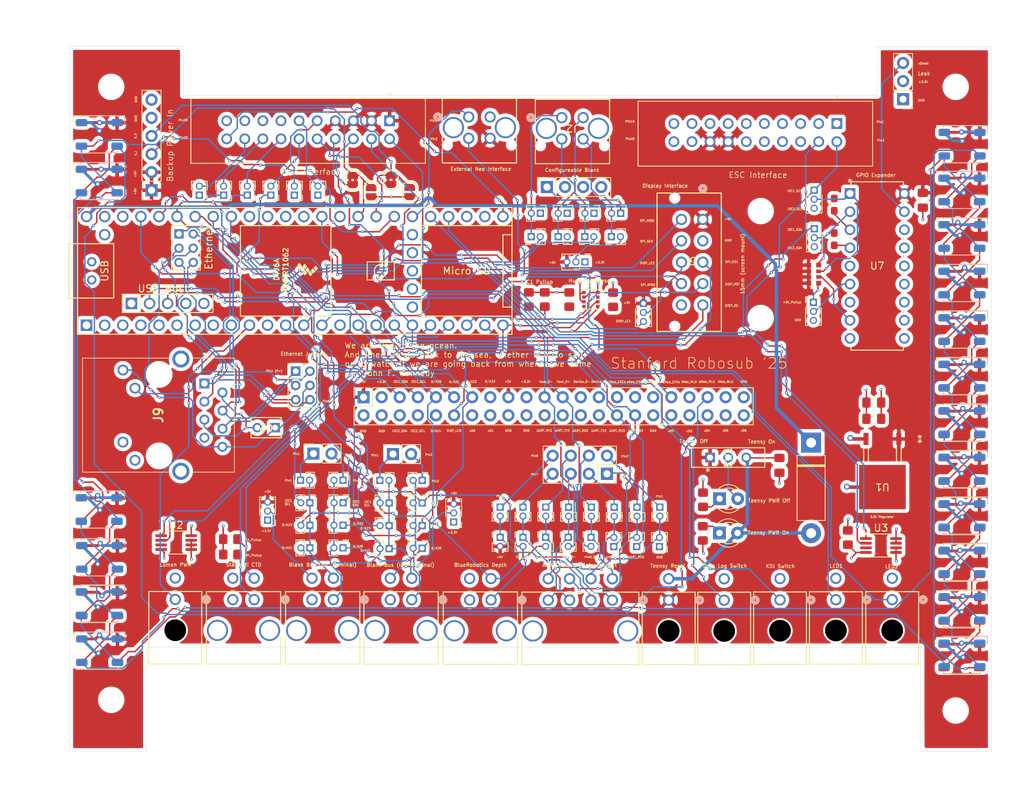
<source format=kicad_pcb>
(kicad_pcb (version 20240108) (generator "pcbnew") (generator_version "8.0")
  (layers (0 "F.Cu" signal) (1 "In1.Cu" signal) (2 "In2.Cu" signal) (31 "B.Cu" signal) (34 "B.Paste" user) (35 "F.Paste" user) (36 "B.SilkS" user "B.Silkscreen") (37 "F.SilkS" user "F.Silkscreen") (38 "B.Mask" user) (39 "F.Mask" user) (44 "Edge.Cuts" user))
  (net 0 "")
  (net 1 "PWM0")
  (net 2 "GND")
  (net 3 "PWM1")
  (net 4 "PWM2")
  (net 5 "PWM3")
  (net 6 "PWM4")
  (net 7 "PWM5")
  (net 8 "PWM6")
  (net 9 "UART_RX2")
  (net 10 "UART_TX2")
  (net 11 "I2C1_SCL")
  (net 12 "I2C2_SCL")
  (net 13 "I2C2_SDA")
  (net 14 "SPI_MOSI")
  (net 15 "SPI_SCK")
  (net 16 "SPI_MISO")
  (net 17 "PWM7")
  (net 18 "Analog_Current")
  (net 19 "Analog_Voltage")
  (net 20 "+3.3V")
  (net 21 "SPI_CS1")
  (net 22 "UART_TX1")
  (net 23 "UART_RX1")
  (net 24 "Net-(JP42-B)")
  (net 25 "Net-(JP44-B)")
  (net 26 "Net-(JP43-B)")
  (net 27 "Net-(JP9-C)")
  (net 28 "xD2")
  (net 29 "UART_RX3")
  (net 30 "xD0")
  (net 31 "xD5")
  (net 32 "xD4")
  (net 33 "xD3")
  (net 34 "UART_TX3")
  (net 35 "xD1")
  (net 37 "Net-(JP17-C)")
  (net 38 "Dled2")
  (net 39 "Dswitch2")
  (net 40 "Dswitch1")
  (net 41 "Dled1")
  (net 42 "xDleak")
  (net 44 "Teensy_5V")
  (net 45 "Net-(JP58-C)")
  (net 46 "outNEO_CTRL_EXTs")
  (net 48 "DISP_DC")
  (net 49 "DISP_RST")
  (net 50 "Net-(JP40-C)")
  (net 52 "Net-(JP22-B)")
  (net 53 "toNEO_CTRL_ESCs")
  (net 56 "Net-(JP8-C)")
  (net 59 "DISP_LED")
  (net 62 "Net-(JP18-B)")
  (net 64 "Device_D+")
  (net 65 "Net-(JP10-C)")
  (net 67 "Net-(JP10-A)")
  (net 69 "D{slash}A20")
  (net 70 "D{slash}A22")
  (net 73 "D{slash}A21")
  (net 74 "Net-(D1-A)")
  (net 75 "+5V")
  (net 76 "Net-(D2-A)")
  (net 77 "Net-(D2-K)")
  (net 78 "Lumen_PWM")
  (net 79 "T+")
  (net 80 "T-")
  (net 81 "R+")
  (net 82 "R-")
  (net 83 "LED")
  (net 84 "outNEO_CTRL_ESCs")
  (net 85 "toNEO_CTRL_EXTs")
  (net 86 "Net-(LED1-DOUT)")
  (net 87 "NEO_PASS1")
  (net 88 "toNEO_CTRL_MLU")
  (net 89 "Net-(LED2-DOUT)")
  (net 90 "NEO_PASS2")
  (net 91 "Net-(LED3-DOUT)")
  (net 92 "Net-(LED10-DIN)")
  (net 93 "Net-(LED5-DOUT)")
  (net 94 "Net-(LED6-DOUT)")
  (net 95 "outNEO_CTRL_MLU")
  (net 96 "NEO_PASS3")
  (net 97 "NEO_PASS4")
  (net 98 "Net-(LED13-DOUT)")
  (net 99 "Net-(LED14-DOUT)")
  (net 100 "NEO_PASS5")
  (net 101 "Net-(LED15-DOUT)")
  (net 102 "Net-(LED7-DOUT)")
  (net 103 "Net-(LED17-DOUT)")
  (net 104 "Net-(LED18-DOUT)")
  (net 105 "xD6")
  (net 106 "Device_D-")
  (net 107 "toNEO_CTRL_Orin")
  (net 109 "NEO_PASS6")
  (net 110 "Net-(LED25-DOUT)")
  (net 111 "NEO_PASS7")
  (net 112 "Net-(LED26-DOUT)")
  (net 113 "NEO_PASS8")
  (net 114 "Net-(LED27-DOUT)")
  (net 115 "Net-(LED19-DOUT)")
  (net 116 "Net-(LED29-DOUT)")
  (net 117 "Net-(LED30-DOUT)")
  (net 118 "Net-(LED31-DOUT)")
  (net 119 "Net-(LED21-DOUT)")
  (net 120 "Net-(LED33-DOUT)")
  (net 121 "I2C1_SDA")
  (net 122 "D{slash}A23")
  (net 123 "GPIOExp_INT")
  (net 125 "D{slash}A14")
  (net 126 "Net-(C2-Pad2)")
  (net 127 "Net-(D3-K)")
  (net 128 "Net-(JP2-C)")
  (net 133 "Net-(JP6-A)")
  (net 134 "Net-(JP5-A)")
  (net 135 "Net-(LED22-DOUT)")
  (net 136 "Net-(LED23-DOUT)")
  (net 137 "Net-(LED34-DOUT)")
  (net 138 "Net-(LED10-DOUT)")
  (net 139 "Net-(LED11-DOUT)")
  (net 140 "Net-(LED35-DOUT)")
  (net 141 "Net-(U4-SDO)")
  (net 142 "Net-(U4-CSB)")
  (net 143 "Net-(JP13-B)")
  (net 144 "Net-(JP11-A)")
  (net 145 "Net-(J31-Pin_2)")
  (net 146 "Net-(J31-Pin_1)")
  (net 148 "Host_D+")
  (net 149 "Host_D-")
  (net 150 "Net-(J27-Pin_3)")
  (net 151 "Net-(J27-Pin_1)")
  (net 152 "Net-(J27-Pin_2)")
  (net 153 "Net-(J27-Pin_5)")
  (net 154 "Net-(J27-Pin_4)")
  (net 155 "Net-(J27-Pin_6)")
  (net 156 "Net-(J27-Pin_8)")
  (net 157 "Net-(J27-Pin_7)")
  (net 158 "Net-(JP28-B)")
  (net 159 "Net-(JP31-B)")
  (net 160 "Net-(JP25-B)")
  (net 161 "Net-(JP27-B)")
  (net 162 "Net-(JP30-B)")
  (net 163 "Net-(JP29-B)")
  (net 164 "Net-(JP26-B)")
  (net 165 "Net-(JP3-B)")
  (net 166 "Net-(J14-Pin_2)")
  (net 167 "Net-(J14-Pin_1)")
  (net 168 "ETH_GND")
  (net 170 "Net-(JP45-A)")
  (net 171 "Net-(J28-Pin_1)")
  (net 172 "Net-(J28-Pin_4)")
  (net 173 "Net-(J28-Pin_2)")
  (net 174 "Net-(J28-Pin_3)")
  (net 175 "Net-(JP49-B)")
  (net 176 "Net-(JP41-B)")
  (net 177 "Net-(JP53-B)")
  (net 178 "Net-(JP50-B)")
  (net 179 "Net-(JP51-B)")
  (net 180 "Net-(JP52-B)")
  (footprint "Resistor_SMD:R_0805_2012Metric_Pad1.20x1.40mm_HandSolder" (layer "F.Cu") (at 214.7062 114.8588 90)
    (property "Reference" "R6" (hide yes))
    (property "Value" "140" (hide yes))
  )
  (footprint "Package_SO:MSOP-8_3x3mm_P0.65mm" (layer "F.Cu") (at 140.7922 120.8786)
    (property "Reference" "U2")
    (property "Value" "MCP9808_MSOP" (hide yes))
  )
  (footprint "ImportedV2:CONN_SD-43045-009_04_MOL" (layer "F.Cu") (at 181.83465 61.1578 180)
    (property "Reference" "J4" (hide yes))
    (property "Value" "430450422")
  )
  (footprint "MountingHole:MountingHole_3.2mm_M3" (layer "F.Cu") (at 131.68 142.94)
    (property "Reference" "H3" (hide yes))
    (property "Value" "MountingHole" (hide yes))
  )
  (footprint "Connector_PinHeader_1.27mm:PinHeader_1x02_P1.27mm_Vertical" (layer "F.Cu") (at 158.2356 112.1202 90)
    (property "Reference" "JP22" (hide yes))
    (property "Value" "Jumper_2_Small_Open" (hide yes))
  )
  (footprint "Connector_PinHeader_1.27mm:PinHeader_1x02_P1.27mm_Vertical" (layer "F.Cu") (at 175.3108 121.671 -90)
    (property "Reference" "JP16" (hide yes))
    (property "Value" "Jumper_2_Small_Open" (hide yes))
  )
  (footprint "Connector_PinHeader_1.27mm:PinHeader_1x02_P1.27mm_Vertical" (layer "F.Cu") (at 198.9974 120.1366)
    (property "Reference" "JP39" (hide yes))
    (property "Value" "Jumper_2_Small_Bridged" (hide yes))
  )
  (footprint "Connector_PinHeader_1.27mm:PinHeader_1x02_P1.27mm_Vertical" (layer "F.Cu") (at 192.6482 115.8948)
    (property "Reference" "JP26" (hide yes))
    (property "Value" "Jumper_2_Small_Open" (hide yes))
  )
  (footprint "Connector_PinHeader_1.27mm:PinHeader_1x02_P1.27mm_Vertical" (layer "F.Cu") (at 189.4482 115.8948)
    (property "Reference" "JP25" (hide yes))
    (property "Value" "Jumper_2_Small_Open" (hide yes))
  )
  (footprint "Connector_PinHeader_1.27mm:PinHeader_1x02_P1.27mm_Vertical" (layer "F.Cu") (at 194.3862 77.9526 90)
    (property "Reference" "JP46" (hide yes))
    (property "Value" "Jumper_2_Small_Bridged" (hide yes))
  )
  (footprint "LED_SMD:LED_LiteOn_LTST-E563C_PLCC4_5.0x5.0mm_P3.2mm_HandSoldering" (layer "F.Cu") (at 251.01 110.626276)
    (property "Reference" "LED14" (hide yes))
    (property "Value" "1655" (hide yes))
  )
  (footprint "LED_SMD:LED_LiteOn_LTST-E563C_PLCC4_5.0x5.0mm_P3.2mm_HandSoldering" (layer "F.Cu") (at 251.01 104.088095)
    (property "Reference" "LED13" (hide yes))
    (property "Value" "1655" (hide yes))
  )
  (footprint "LED_SMD:LED_LiteOn_LTST-E563C_PLCC4_5.0x5.0mm_P3.2mm_HandSoldering" (layer "F.Cu") (at 130.008 63.6038)
    (property "Reference" "LED1" (hide yes))
    (property "Value" "1655" (hide yes))
  )
  (footprint "ImportedV2:SULLINS_SBH11-PBPC-D10-ST-BK" (layer "F.Cu") (at 222.05 63.36 180)
    (property "Reference" "J7" (hide yes))
    (property "Value" "SBH11-PBPC-D10-ST-BK" (hide yes))
  )
  (footprint "Connector_PinHeader_1.27mm:PinHeader_1x02_P1.27mm_Vertical" (layer "F.Cu") (at 208.6482 115.8948)
    (property "Reference" "JP31" (hide yes))
    (property "Value" "Jumper_2_Small_Open" (hide yes))
  )
  (footprint "Connector_PinHeader_2.54mm:PinHeader_1x03_P2.54mm_Vertical" (layer "F.Cu") (at 242.7732 58.674 180)
    (property "Reference" "J3" (hide yes))
    (property "Value" "Conn_01x03_Pin" (hide yes))
  )
  (footprint "ImportedV2:K104K15X7RF5TL2_VIS" (layer "F.Cu") (at 154.6714 104.7496 180)
    (property "Reference" "C2")
    (property "Value" "0.1uF")
  )
  (footprint "ImportedV2:CONN_SD-43045-008_04_MOL" (layer "F.Cu") (at 173.84455 128.8857)
    (property "Reference" "J19" (hide yes))
    (property "Value" "430450422" (hide yes))
  )
  (footprint "LED_SMD:LED_LiteOn_LTST-E563C_PLCC4_5.0x5.0mm_P3.2mm_HandSoldering" (layer "F.Cu") (at 251.01 136.779)
    (property "Reference" "LED18" (hide yes))
    (property "Value" "1655" (hide yes))
  )
  (footprint "ImportedV2:CONN_SD-43045-008_04_MOL" (layer "F.Cu") (at 184.97 128.919998)
    (property "Reference" "J17" (hide yes))
    (property "Value" "430450422" (hide yes))
  )
  (footprint "Capacitor_SMD:C_0603_1608Metric_Pad1.08x0.95mm_HandSolder" (layer "F.Cu") (at 233.1212 73.4607 -90)
    (property "Reference" "C4" (hide yes))
    (property "Value" "135p" (hide yes))
  )
  (footprint "ImportedV2:SULLINS_SBH11-PBPC-D10-ST-BK" (layer "F.Cu") (at 159.3088 62.9666 180)
    (property "Reference" "J13" (hide yes))
    (property "Value" "SBH11-PBPC-D10-ST-BK" (hide yes))
  )
  (footprint "Connector_PinHeader_1.27mm:PinHeader_1x02_P1.27mm_Vertical" (layer "F.Cu") (at 195.6562 74.676 -90)
    (property "Reference" "JP42" (hide yes))
    (property "Value" "Jumper_2_Small_Open" (hide yes))
  )
  (footprint "Diode_THT:D_5W_P12.70mm_Horizontal" (layer "F.Cu") (at 229.87 106.8578 -90)
    (property "Reference" "D1" (hide yes))
    (property "Value" "1N5817" (hide yes))
  )
  (footprint "LED_SMD:LED_LiteOn_LTST-E563C_PLCC4_5.0x5.0mm_P3.2mm_HandSoldering" (layer "F.Cu") (at 251.01 117.164457)
    (property "Reference" "LED15" (hide yes))
    (property "Value" "1655" (hide yes))
  )
  (footprint "Connector_PinHeader_1.27mm:PinHeader_1x02_P1.27mm_Vertical" (layer "F.Cu") (at 170.6726 121.721 -90)
    (property "Reference" "JP60" (hide yes))
    (property "Value" "Jumper_2_Small_Open" (hide yes))
  )
  (footprint "LED_SMD:LED_LiteOn_LTST-E563C_PLCC4_5.0x5.0mm_P3.2mm_HandSoldering" (layer "F.Cu") (at 130.06 122.9424)
    (property "Reference" "LED4" (hide yes))
    (property "Value" "1655" (hide yes))
  )
  (footprint "Capacitor_SMD:C_0805_2012Metric_Pad1.18x1.45mm_HandSolder" (layer "F.Cu") (at 245.5418 72.8472 -90)
    (property "Reference" "C3" (hide yes))
    (property "Value" "10uF" (hide yes))
  )
  (footprint "LED_SMD:LED_LiteOn_LTST-E563C_PLCC4_5.0x5.0mm_P3.2mm_HandSoldering" (layer "F.Cu") (at 130.06 129.4924)
    (property "Reference" "LED5" (hide yes))
    (property "Value" "1655" (hide yes))
  )
  (footprint "ImportedV2:CONN_SD-43045-001_02_MOL" (layer "F.Cu") (at 233.3492 128.8907)
    (property "Reference" "J22" (hide yes))
    (property "Value" "430450228" (hide yes))
  )
  (footprint "LED_THT:LED_D3.0mm" (layer "F.Cu") (at 217.033 114.7268)
    (property "Reference" "D2" (hide yes))
    (property "Value" "LED" (hide yes))
  )
  (footprint "Connector_PinHeader_1.27mm:PinHeader_1x02_P1.27mm_Vertical" (layer "F.Cu") (at 205.3974 121.4316 180)
    (property "Reference" "JP32" (hide yes))
    (property "Value" "Jumper_2_Small_Bridged" (hide yes))
  )
  (footprint "Connector_PinHeader_1.27mm:PinHeader_1x02_P1.27mm_Vertical" (layer "F.Cu") (at 186.2482 120.1366)
    (property "Reference" "JP34" (hide yes))
    (property "Value" "Jumper_2_Small_Bridged" (hide yes))
  )
  (footprint "Connector_PinSocket_2.54mm:PinSocket_2x22_P2.54mm_Vertical" (layer "F.Cu") (at 167.0812 100.4824 90)
    (property "Reference" "J8" (hide yes))
    (property "Value" "Conn_02x22_Odd_Even" (hide yes))
  )
  (footprint "Connector_PinHeader_1.27mm:PinHeader_1x02_P1.27mm_Vertical" (layer "F.Cu") (at 208.5974 121.4366 180)
    (property "Reference" "JP38" (hide yes))
    (property "Value" "Jumper_2_Small_Bridged" (hide yes))
  )
  (footprint "ImportedV2:CONN_SD-43045-008_08_MOL" (layer "F.Cu") (at 201.99 128.95)
    (property "Reference" "J26" (hide yes))
    (property "Value" "430450821" (hide yes))
  )
  (footprint "Connector_PinHeader_1.27mm:PinHeader_1x02_P1.27mm_Vertical" (layer "F.Cu") (at 160.6804 72.136 180)
    (property "Reference" "JP41" (hide yes))
    (property "Value" "Jumper_2_Small_Open" (hide yes))
  )
  (footprint "ImportedV2:CONN_SD-43045-001_02_MOL" (layer "F.Cu") (at 140.6666 128.8553)
    (property "Reference" "J20" (hide yes))
    (property "Value" "430450228" (hide yes))
  )
  (footprint "Resistor_SMD:R_0805_2012Metric_Pad1.20x1.40mm_HandSolder" (layer "F.Cu") (at 192.5066 86.7758 -90)
    (property "Reference" "R5" (hide yes))
    (property "Value" "10k" (hide yes))
  )
  (footprint "Connector_PinHeader_1.27mm:PinHeader_1x03_P1.27mm_Vertical" (layer "F.Cu") (at 206.3496 87.3252)
    (property "Reference" "JP40" (hide yes))
    (property "Value" "Jumper_3_Bridged12" (hide yes))
  )
  (footprint "Connector_PinHeader_1.27mm:PinHeader_1x02_P1.27mm_Vertical" (layer "F.Cu") (at 201.8538 77.9526 90)
    (property "Reference" "JP48" (hide yes))
    (property "Value" "Jumper_2_Small_Bridged" (hide yes))
  )
  (footprint "Resistor_SMD:R_0805_2012Metric_Pad1.20x1.40mm_HandSolder" (layer "F.Cu") (at 148.3962 122.5508 180)
    (property "Reference" "R9" (hide yes))
    (property "Value" "10k" (hide yes))
  )
  (footprint "Resistor_SMD:R_0805_2012Metric_Pad1.20x1.40mm_HandSolder" (layer "F.Cu") (at 148.3962 120.3918 180)
    (property "Reference" "R8" (hide yes))
    (property "Value" "10k" (hide yes))
  )
  (footprint "LED_SMD:LED_LiteOn_LTST-E563C_PLCC4_5.0x5.0mm_P3.2mm_HandSoldering" (layer "F.Cu") (at 251.01 84.473552)
    (property "Reference" "LED10" (hide yes))
    (property "Value" "1655" (hide yes))
  )
  (footprint "Connector_PinHeader_1.27mm:PinHeader_1x02_P1.27mm_Vertical" (layer "F.Cu") (at 205.4482 115.9148)
    (property "Reference" "JP30" (hide yes))
    (property "Value" "Jumper_2_Small_Open" (hide yes))
  )
  (footprint "MountingHole:MountingHole_3.2mm_M3" (layer "F.Cu") (at 250.16 56.94)
    (property "Reference" "H12" (hide yes))
    (property "Value" "MountingHole" (hide yes))
  )
  (footprint "LED_SMD:LED_LiteOn_LTST-E563C_PLCC4_5.0x5.0mm_P3.2mm_HandSoldering" (layer "F.Cu") (at 251.0644 64.9722)
    (property "Reference" "LED7" (hide yes))
    (property "Value" "1655" (hide yes))
  )
  (footprint "LED_SMD:LED_LiteOn_LTST-E563C_PLCC4_5.0x5.0mm_P3.2mm_HandSoldering" (layer "F.Cu") (at 251.01 130.240819)
    (property "Reference" "LED17" (hide yes))
    (property "Value" "1655" (hide yes))
  )
  (footprint "ImportedV2:BME280" (layer "F.Cu") (at 198.9723 86.7664)
    (property "Reference" "U4")
    (property "Value" "BME280" (hide yes))
  )
  (footprint "ImportedV2:CONN_SD-43045-001_02_MOL" (layer "F.Cu") (at 241.2492 128.8807)
    (property "Reference" "J23" (hide yes))
    (property "Value" "430450228" (hide yes))
  )
  (footprint "ImportedV2:CONN_SD-43045-001_02_MOL" (layer "F.Cu") (at 225.5114 128.921199)
    (property "Reference" "J21" (hide yes))
    (property "Value" "430450228" (hide yes))
  )
  (footprint "MountingHole:MountingHole_3.2mm_M3" (layer "F.Cu") (at 222.8058 74.368398)
    (property "Reference" "H8" (hide yes))
    (property "Value" "~")
  )
  (footprint "Connector_PinHeader_1.27mm:PinHeader_1x02_P1.27mm_Vertical" (layer "F.Cu") (at 164.2006 121.6152 -90)
    (property "Reference" "JP19" (hide yes))
    (property "Value" "Jumper_2_Small_Open" (hide yes))
  )
  (footprint "ImportedV2:MCP3008" (layer "F.Cu") (at 235.331 71.9074)
    (property "Reference" "U7")
    (property "Value" "MCP23008-E_P" (hide yes))
  )
  (footprint "LED_SMD:LED_LiteOn_LTST-E563C_PLCC4_5.0x5.0mm_P3.2mm_HandSoldering" (layer "F.Cu") (at 251.01 123.702638)
    (property "Reference" "LED16" (hide yes))
    (property "Value" "1655" (hide yes))
  )
  (footprint "Connector_PinSocket_2.54mm:PinSocket_1x04_P2.54mm_Vertical" (layer "F.Cu") (at 192.8114 70.993 90)
    (property "Reference" "J28" (hide yes))
    (property "Value" "Conn_01x04_Socket" (hide yes))
  )
  (footprint "Resistor_SMD:R_0805_2012Metric_Pad1.20x1.40mm_HandSolder" (layer "F.Cu") (at 214.6808 119.5832 -90)
    (property "Reference" "R7" (hide yes))
    (property "Value" "140" (hide yes))
  )
  (footprint "LED_SMD:LED_LiteOn_LTST-E563C_PLCC4_5.0x5.0mm_P3.2mm_HandSoldering" (layer "F.Cu") (at 251.01 71.39719)
    (property "Reference" "LED8" (hide yes))
    (property "Value" "1655" (hide yes))
  )
  (footprint "Connector_PinHeader_1.27mm:PinHeader_1x02_P1.27mm_Vertical" (layer "F.Cu") (at 202.1974 121.4366 180)
    (property "Reference" "JP33" (hide yes))
    (property "Value" "Jumper_2_Small_Bridged" (hide yes))
  )
  (footprint "Connector_PinHeader_1.27mm:PinHeader_1x02_P1.27mm_Vertical" (layer "F.Cu") (at 195.8482 115.9148)
    (property "Reference" "JP27" (hide yes))
    (property "Value" "Jumper_2_Small_Open" (hide yes))
  )
  (footprint "Resistor_SMD:R_0805_2012Metric_Pad1.20x1.40mm_HandSolder" (layer "F.Cu") (at 202.0917 86.8074 -90)
    (property "Reference" "R2" (hide yes))
    (property "Value" "10k" (hide yes))
  )
  (footprint "Connector_PinHeader_1.27mm:PinHeader_1x02_P1.27mm_Vertical" (layer "F.Cu") (at 191.897 74.676 -90)
    (property "Reference" "JP67" (hide yes))
    (property "Value" "Jumper_2_Small_Open" (hide yes))
  )
  (footprint "Connector_PinHeader_1.27mm:PinHeader_1x02_P1.27mm_Vertical" (layer "F.Cu") (at 175.3108 112.146 -90)
    (property "Reference" "JP13" (hide yes))
    (property "Value" "Jumper_2_Small_Open" (hide yes))
  )
  (footprint "ImportedV2:CONN_SD-43045-001_02_MOL" (layer "F.Cu") (at 217.678 128.9569)
    (property "Reference" "J25" (hide yes))
    (property "Value" "430450228" (hide yes))
  )
  (footprint "Connector_PinHeader_1.27mm:PinHeader_1x02_P1.27mm_Vertical" (layer "F.Cu") (at 144.0434 72.136 180)
    (property "Reference" "JP53" (hide yes))
    (property "Value" "Jumper_2_Small_Open" (hide yes))
  )
  (footprint "LED_SMD:LED_LiteOn_LTST-E563C_PLCC4_5.0x5.0mm_P3.2mm_HandSoldering" (layer "F.Cu") (at 130.008 70.1538)
    (property "Reference" "LED2" (hide yes))
    (property "Value" "1655" (hide yes))
  )
  (footprint "Connector_PinHeader_1.27mm:PinHeader_1x02_P1.27mm_Vertical" (layer "F.Cu") (at 198.12 77.9526 90)
    (property "Reference" "JP47" (hide yes))
    (property "Value" "Jumper_2_Small_Bridged" (hide yes))
  )
  (footprint "Connector_PinHeader_1.27mm:PinHeader_1x02_P1.27mm_Vertical" (layer "F.Cu") (at 170.6726 115.321 -90)
    (property "Reference" "JP11" (hide yes))
    (property "Value" "Jumper_2_Small_Open" (hide yes))
  )
  (footprint "ImportedV2:CONN_SD-43045-001_02_MOL" (layer "F.Cu") (at 209.89 128.949999)
    (property "Reference" "J6" (hide yes))
    (property "Value" "430450228" (hide yes))
  )
  (footprint "Connector_PinSocket_2.54mm:PinSocket_1x02_P2.54mm_Vertical" (layer "F.Cu") (at 160.051 108.391 90)
    (property "Reference" "J14" (hide yes))
    (property "Value" "Conn_01x02_Socket" (hide yes))
  )
  (footprint "Connector_PinHeader_1.27mm:PinHeader_1x02_P1.27mm_Vertical" (layer "F.Cu") (at 159.5556 115.2952 -90)
    (property "Reference" "JP23" (hide yes))
    (property "Value" "Jumper_2_Small_Open" (hide yes))
  )
  (footprint "MountingHole:MountingHole_3.2mm_M3" (layer "F.Cu") (at 222.8058 89.368398)
    (property "Reference" "H9" (hide yes))
    (property "Value" "~")
  )
  (footprint "Connector_PinHeader_1.27mm:PinHeader_1x03_P1.27mm_Vertical" (layer "F.Cu") (at 230.2002 87.1728)
    (property "Reference" "JP10" (hide yes))
    (property "Value" "Jumper_3_Bridged12" (hide yes))
  )
  (footprint "Capacitor_SMD:C_0805_2012Metric_Pad1.18x1.45mm_HandSolder" (layer "F.Cu") (at 225.425 110.0367 -90)
    (property "Reference" "C1" (hide yes))
    (property "Value" "10uF" (hide yes))
  )
  (footprint "Connector_PinHeader_1.27mm:PinHeader_1x03_P1.27mm_Vertical" (layer "F.Cu") (at 153.6192 117.729 180)
    (property "Reference" "JP58" (hide yes))
    (property "Value" "Jumper_3_Bridged12" (hide yes))
  )
  (footprint "Resistor_SMD:R_0805_2012Metric_Pad1.20x1.40mm_HandSolder" (layer "F.Cu") (at 190.2714 86.7758 -90)
    (property "Reference" "R4" (hide yes))
    (property "Value" "10k" (hide yes))
  )
  (footprint "Connector_PinSocket_2.54mm:PinSocket_1x06_P2.54mm_Vertical" (layer "F.Cu") (at 137.3382 71.4506 180)
    (property "Reference" "J12" (hide yes))
    (property "Value" "PixHawk PM02" (hide yes))
  )
  (footprint "Connector_PinHeader_1.27mm:PinHeader_1x02_P1.27mm_Vertical" (layer "F.Cu") (at 159.5606 121.6152 -90)
    (property "Reference" "JP24" (hide yes))
    (property "Value" "Jumper_2_Small_Open" (hide yes))
  )
  (footprint "ImportedV2:CONN_SD-43045-008_04_MOL" (layer "F.Cu") (at 151.7396 128.8754)
    (property "Reference" "J18" (hide yes))
    (property "Value" "430450422" (hide yes))
  )
  (footprint "Module:Teensy41" (layer "F.Cu") (at 157.4292 82.756)
    (property "Reference" "U6" (hide yes))
    (property "Value" "Teensy4.1" (hide yes))
  )
  (footprint "LED_SMD:LED_LiteOn_LTST-E563C_PLCC4_5.0x5.0mm_P3.2mm_HandSoldering" (layer "F.Cu") (at 130.06 136.0424)
    (property "Reference" "LED6" (hide yes))
    (property "Value" "1655" (hide yes))
  )
  (footprint "ImportedV2:09.03201_EAO" (layer "F.Cu") (at 215.6968 108.9406 90)
    (property "Reference" "SW1")
    (property "Value" "09.03201.02" (hide yes))
  )
  (footprint "Connector_PinHeader_1.27mm:PinHeader_1x02_P1.27mm_Vertical" (layer "F.Cu") (at 199.0482 115.9148)
    (property "Reference" "JP28" (hide yes))
    (property "Value" "Jumper_2_Small_Open" (hide yes))
  )
  (footprint "MountingHole:MountingHole_3.2mm_M3" (layer "F.Cu") (at 250.16 144.44)
    (property "Reference" "H1" (hide yes))
    (property "Value" "MountingHole" (hide yes))
  )
  (footprint "Capacitor_SMD:C_0805_2012Metric_Pad1.18x1.45mm_HandSolder" (layer "F.Cu") (at 238.669799 103.5177)
    (property "Reference" "C7" (hide yes))
    (property "Value" "1uF" (hide yes))
  )
  (footprint "LED_SMD:LED_LiteOn_LTST-E563C_PLCC4_5.0x5.0mm_P3.2mm_HandSoldering" (layer "F.Cu") (at 251.01 77.935371)
    (property "Reference" "LED9" (hide yes))
    (property "Value" "1655" (hide yes))
  )
  (footprint "Capacitor_SMD:C_0603_1608Metric_Pad1.08x0.95mm_HandSolder" (layer "F.Cu") (at 233.1212 78.3121 -90)
    (property "Reference" "C5" (hide yes))
    (property "Value" "135p" (hide yes))
  )
  (footprint "Connector_PinHeader_1.27mm:PinHeader_1x02_P1.27mm_Vertical" (layer "F.Cu") (at 157.3784 72.136 180)
    (property "Reference" "JP49" (hide yes))
    (property "Value" "Jumper_2_Small_Open" (hide yes))
  )
  (footprint "Package_SO:MSOP-8_3x3mm_P0.65mm" (layer "F.Cu") (at 239.6744 121.285)
    (property "Reference" "U3")
    (property "Value" "MCP9808_MSOP" (hide yes))
  )
  (footprint "Connector_PinHeader_1.27mm:PinHeader_1x02_P1.27mm_Vertical" (layer "F.Cu") (at 169.3776 112.146 90)
    (property "Reference" "JP12" (hide yes))
    (property "Value" "Jumper_2_Small_Open" (hide yes))
  )
  (footprint "Connector_PinHeader_1.27mm:PinHeader_1x02_P1.27mm_Vertical" (layer "F.Cu") (at 159.5606 118.4552 -90)
    (property "Reference" "JP57" (hide yes))
    (property "Value" "Jumper_2_Small_Open" (hide yes))
  )
  (footprint "Connector_PinHeader_1.27mm:PinHeader_1x02_P1.27mm_Vertical" (layer "F.Cu") (at 154.0764 72.136 180)
    (property "Reference" "JP50" (hide yes))
    (property "Value" "Jumper_2_Small_Open" (hide yes))
  )
  (footprint "LED_SMD:LED_LiteOn_LTST-E563C_PLCC4_5.0x5.0mm_P3.2mm_HandSoldering" (layer "F.Cu") (at 251.01 97.549914)
    (property "Reference" "LED12" (hide yes))
    (property "Value" "1655" (hide yes))
  )
  (footprint "Resistor_SMD:R_Array_Convex_4x0612" (layer "F.Cu") (at 230.2368 83.2154 180)
    (property "Reference" "RN1" (hide yes))
    (property "Value" "10kΩ" (hide yes))
  )
  (footprint "Connector_PinHeader_1.27mm:PinHeader_1x02_P1.27mm_Vertical" (layer "F.Cu") (at 175.3108 115.321 -90)
    (property "Reference" "JP14" (hide yes))
    (property "Value" "Jumper_2_Small_Open" (hide yes))
  )
  (footprint "Resistor_SMD:R_0805_2012Metric_Pad1.20x1.40mm_HandSolder" (layer "F.Cu") (at 195.9449 86.782 -90)
    (property "Reference" "R1" (hide yes))
    (property "Value" "10k" (hide yes))
  )
  (footprint "MountingHole:MountingHole_3.2mm_M3" (layer "F.Cu") (at 131.68 56.94)
    (property "Reference" "H4" (hide yes))
    (property "Value" "MountingHole" (hide yes))
  )
  (footprint "ImportedV2:CONN_SD-43045-008_04_MOL" (layer "F.Cu") (at 162.850599 128.879598)
    (property "Reference" "J11" (hide yes))
    (property "Value" "430450422" (hide yes))
  )
  (footprint "Connector_PinHeader_1.27mm:PinHeader_1x02_P1.27mm_Vertical" (layer "F.Cu") (at 175.3108 118.496 -90)
    (property "Reference" "JP15" (hide yes))
    (property "Value" "Jumper_2_Small_Open" (hide yes))
  )
  (footprint "Connector_PinSocket_2.54mm:PinSocket_1x02_P2.54mm_Vertical" (layer "F.Cu") (at 171.2116 108.4624 90)
    (property "Reference" "J31" (hide yes))
    (property "Value" "Conn_01x02_Socket" (hide yes))
  )
  (footprint "Connector_PinHeader_1.27mm:PinHeader_1x03_P1.27mm_Vertical" (layer "F.Cu") (at 179.7304 117.988 180)
    (property "Reference" "JP17" (hide yes))
    (property "Value" "Jumper_3_Bridged12" (hide yes))
  )
  (footprint "Jumper:SolderJumper-2_P1.3mm_Bridged2Bar_RoundedPad1.0x1.5mm" (layer "F.Cu") (at 165.5572 70.0174 90)
    (property "Reference" "JP5" (hide yes))
    (property "Value" "Jumper_2_Small_Bridged" (hide yes))
  )
  (footprint "Jumper:SolderJumper-2_P1.3mm_Open_RoundedPad1.0x1.5mm" (layer "F.Cu") (at 173.5582 71.6938 90)
    (property "Reference" "JP7" (hide yes))
    (property "Value" "Jumper_2_Small_Open" (hide yes))
  )
  (footprint "LED_THT:LED_D3.0mm" (layer "F.Cu") (at 217.0126 119.5324)
    (property "Reference" "D3" (hide yes))
    (property "Value" "LED" (hide yes))
  )
  (footprint "Connector_PinHeader_1.27mm:PinHeader_1x02_P1.27mm_Vertical" (layer "F.Cu") (at 199.4154 74.676 -90)
    (property "Reference" "JP43" (hide yes))
    (property "Value" "Jumper_2_Small_Open" (hide yes))
  )
  (footprint "LED_SMD:LED_LiteOn_LTST-E563C_PLCC4_5.0x5.0mm_P3.2mm_HandSoldering" (layer "F.Cu") (at 129.9864 116.2548)
    (property "Reference" "LED3" (hide yes))
    (property "Value" "1655" (hide yes))
  )
  (footprint "Connector_PinHeader_1.27mm:PinHeader_1x02_P1.27mm_Vertical" (layer "F.Cu") (at 186.2482 115.8948)
    (property "Reference" "JP3" (hide yes))
    (property "Value" "Jumper_2_Small_Open" (hide yes))
  )
  (footprint "Connector_PinHeader_1.27mm:PinHeader_1x02_P1.27mm_Vertical" (layer "F.Cu") (at 203.1492 74.676 -90)
    (property "Reference" "JP44" (hide yes))
    (property "Value" "Jumper_2_Small_Open" (hide yes))
  )
  (footprint "Connector_PinSocket_2.54mm:PinSocket_2x04_P2.54mm_Vertical" (layer "F.Cu") (at 201.2342 111.2212 -90)
    (property "Reference" "J27" (hide yes))
    (property "Value" "~")
  )
  (footprint "Jumper:SolderJumper-2_P1.3mm_Bridged2Bar_RoundedPad1.0x1.5mm" (layer "F.Cu") (at 170.942 69.992 90)
    (property "Reference" "JP6" (hide yes))
    (property "Value" "Jumper_2_Small_Bridged" (hide yes))
  )
  (footprint "Connector_PinHeader_1.27mm:PinHeader_1x03_P1.27mm_Vertical" (layer "F.Cu") (at 230.3018 71.4298)
    (property "Reference" "JP8" (hide yes))
    (property "Value" "Jumper_3_Bridged12" (hide yes))
  )
  (footprint "ImportedV2:J1B1211CCD" (layer "F.Cu") (at 138.3046 102.9974 -90)
    (property "Reference" "J9")
    (property "Value" "J1B1211CCD" (hide yes))
  )
  (footprint "Connector_PinHeader_1.27mm:PinHeader_1x02_P1.27mm_Vertical" (layer "F.Cu") (at 195.7974 120.1366)
    (property "Reference" "JP37" (hide yes))
    (property "Value" "Jumper_2_Small_Bridged" (hide yes))
  )
  (footprint "Connector_PinHeader_1.27mm:PinHeader_1x02_P1.27mm_Vertical" (layer "F.Cu") (at 164.2006 118.4452 -90)
    (property "Reference" "JP20" (hide yes))
    (property "Value" "Jumper_2_Small_Open" (hide yes))
  )
  (footprint "Connector_PinHeader_1.27mm:PinHeader_1x02_P1.27mm_Vertical" (layer "F.Cu") (at 202.2482 115.9148)
    (property "Reference" "JP29" (hide yes))
    (property "Value" "Jumper_2_Small_Open" (hide yes))
  )
  (footprint "Connector_PinHeader_1.27mm:PinHeader_1x02_P1.27mm_Vertical" (layer "F.Cu") (at 170.6726 118.496 -90)
    (property "Reference" "JP59" (hide yes))
    (property "Value" "Jumper_2_Small_Open" (hide yes))
  )
  (footprint "Jumper:SolderJumper-2_P1.3mm_Open_RoundedPad1.0x1.5mm" (layer "F.Cu") (at 168.148 71.7192 -90)
    (property "Reference" "JP4" (hide yes))
    (property "Value" "Jumper_2_Small_Open" (hide yes))
  )
  (footprint "Connector_PinHeader_1.27mm:PinHeader_1x02_P1.27mm_Vertical" (layer "F.Cu") (at 164.2006 112.1202 -90)
    (property "Reference" "JP21" (hide yes))
    (property "Value" "Jumper_2_Small_Open" (hide yes))
  )
  (footprint "Capacitor_SMD:C_0805_2012Metric_Pad1.18x1.45mm_HandSolder" (layer "F.Cu") (at 238.669799 101.2317)
    (property "Reference" "C6" (hide yes))
    (property "Value" "10uF" (hide yes))
  )
  (footprint "ImportedV2:CONN_SD-43045-009_04_MOL" (layer "F.Cu") (at 194.89025 61.2594 180)
    (property "Reference" "J2")
    (property "Value" "430450422")
  )
  (footprint "ImportedV2:TO252-3_ROM" (layer "F.Cu") (at 239.8776 113.0935 180)
    (property "Reference" "U1")
    (property "Value" "BA033CC0FP-E2")
  )
  (footprint "Resistor_SMD:R_0805_2012Metric_Pad1.20x1.40mm_HandSolder" (layer "F.Cu") (at 235.0262 120.1674 -90)
    (property "Reference" "R3" (hide yes))
    (property "Value" "10k" (hide yes))
  )
  (footprint "Connector_PinHeader_1.27mm:PinHeader_1x02_P1.27mm_Vertical" (layer "F.Cu") (at 164.2106 115.2852 -90)
    (property "Reference" "JP18" (hide yes))
    (property "Value" "Jumper_2_Small_Open" (hide yes))
  )
  (footprint "ImportedV2:CONN_SD-43045-010_10_MOL" (layer "F.Cu") (at 214.6808 75.5396 90)
    (property "Reference" "J5")
    (property "Value" "430451027")
  )
  (footprint "Connector_PinHeader_2.00mm:PinHeader_2x03_P2.00mm_Vertical" (layer "F.Cu") (at 157.5628 96.8314)
    (property "Reference" "J10" (hide yes))
    (property "Value" "Conn_02x03_Odd_Even" (hide yes))
  )
  (footprint "Connector_PinHeader_1.27mm:PinHeader_1x02_P1.27mm_Vertical" (layer "F.Cu") (at 192.6236 120.1366)
    (property "Reference" "JP36" (hide yes))
    (property "Value" "Jumper_2_Small_Bridged" (hide yes))
  )
  (footprint "Connector_PinHeader_1.27mm:PinHeader_1x02_P1.27mm_Vertical" (layer "F.Cu") (at 189.4486 120.1366)
    (property "Reference" "JP35" (hide yes))
    (property "Value" "Jumper_2_Small_Bridged" (hide yes))
  )
  (footprint "LED_SMD:LED_LiteOn_LTST-E563C_PLCC4_5.0x5.0mm_P3.2mm_HandSoldering" (layer "F.Cu") (at 251.01 91.011733)
    (property "Reference" "LED11" (hide yes))
    (property "Value" "1655" (hide yes))
  )
  (footprint "Connector_PinHeader_1.27mm:PinHeader_1x02_P1.27mm_Vertical" (layer "F.Cu") (at 190.6016 77.9526 90)
    (property "Reference" "JP45" (hide yes))
    (property "Value" "Jumper_2_Small_Bridged" (hide yes))
  )
  (footprint "Connector_PinHeader_1.27mm:PinHeader_1x03_P1.27mm_Vertical" (layer "F.Cu") (at 230.3272 76.84)
    (property "Reference" "JP9" (hide yes))
    (property "Value" "Jumper_3_Bridged12" (hide yes))
  )
  (footprint "Connector_PinHeader_1.27mm:PinHeader_1x02_P1.27mm_Vertical" (layer "F.Cu") (at 150.7744 72.136 180)
    (property "Reference" "JP51" (hide yes))
    (property "Value" "Jumper_2_Small_Open" (hide yes))
  )
  (footprint "Connector_PinHeader_1.27mm:PinHeader_1x03_P1.27mm_Vertical" (layer "F.Cu") (at 198.1454 81.5086 -90)
    (property "Reference" "JP2" (hide yes))
    (property "Value" "Jumper_3_Bridged12" (hide yes))
  )
  (footprint "Connector_PinHeader_1.27mm:PinHeader_1x02_P1.27mm_Vertical" (layer "F.Cu") (at 147.4568 72.136 180)
    (property "Reference" "JP52" (hide yes))
    (property "Value" "Jumper_2_Small_Open" (hide yes))
  )
  (footprint "LED_SMD:LED_LiteOn_LTST-E563C_PLCC4_5.0x5.0mm_P3.2mm_HandSoldering" (layer "B.Cu") (at 251.05 130.104873 180)
    (property "Reference" "LED29" (hide yes))
    (property "Value" "1655" (hide yes))
  )
  (footprint "LED_SMD:LED_LiteOn_LTST-E563C_PLCC4_5.0x5.0mm_P3.2mm_HandSoldering" (layer "B.Cu") (at 130.06 122.9424 180)
    (property "Reference" "LED34" (hide yes))
    (property "Value" "1655" (hide yes))
  )
  (footprint "LED_SMD:LED_LiteOn_LTST-E563C_PLCC4_5.0x5.0mm_P3.2mm_HandSoldering" (layer "B.Cu") (at 251.05 117.059419 180)
    (property "Reference" "LED27" (hide yes))
    (property "Value" "1655" (hide yes))
  )
  (footprint "LED_SMD:LED_LiteOn_LTST-E563C_PLCC4_5.0x5.0mm_P3.2mm_HandSoldering" (layer "B.Cu") (at 129.9826 116.2294 180)
    (property "Reference" "LED33" (hide yes))
    (property "Value" "1655" (hide yes))
  )
  (footprint "LED_SMD:LED_LiteOn_LTST-E563C_PLCC4_5.0x5.0mm_P3.2mm_HandSoldering" (layer "B.Cu") (at 130.008 70.1538 180)
    (property "Reference" "LED32" (hide yes))
    (property "Value" "1655" (hide yes))
  )
  (footprint "LED_SMD:LED_LiteOn_LTST-E563C_PLCC4_5.0x5.0mm_P3.2mm_HandSoldering" (layer "B.Cu") (at 251.05 84.445784 180)
    (property "Reference" "LED22" (hide yes))
    (property "Value" "1655" (hide yes))
  )
  (footprint "LED_SMD:LED_LiteOn_LTST-E563C_PLCC4_5.0x5.0mm_P3.2mm_HandSoldering" (layer "B.Cu") (at 251.05 136.6276 180)
    (property "Reference" "LED30" (hide yes))
    (property "Value" "1655" (hide yes))
  )
  (footprint "LED_SMD:LED_LiteOn_LTST-E563C_PLCC4_5.0x5.0mm_P3.2mm_HandSoldering" (layer "B.Cu") (at 251.05 71.40033 180)
    (property "Reference" "LED20" (hide yes))
    (property "Value" "1655" (hide yes))
  )
  (footprint "LED_SMD:LED_LiteOn_LTST-E563C_PLCC4_5.0x5.0mm_P3.2mm_HandSoldering" (layer "B.Cu") (at 130.06 136.0424 180)
    (property "Reference" "LED36" (hide yes))
    (property "Value" "1655" (hide yes))
  )
  (footprint "LED_SMD:LED_LiteOn_LTST-E563C_PLCC4_5.0x5.0mm_P3.2mm_HandSoldering" (layer "B.Cu") (at 251.05 97.491238 180)
    (property "Reference" "LED24" (hide yes))
    (property "Value" "1655" (hide yes))
  )
  (footprint "LED_SMD:LED_LiteOn_LTST-E563C_PLCC4_5.0x5.0mm_P3.2mm_HandSoldering" (layer "B.Cu") (at 251.05 104.013965 180)
    (property "Reference" "LED25" (hide yes))
    (property "Value" "1655" (hide yes))
  )
  (footprint "LED_SMD:LED_LiteOn_LTST-E563C_PLCC4_5.0x5.0mm_P3.2mm_HandSoldering" (layer "B.Cu") (at 251.05 123.582146 180)
    (property "Reference" "LED28" (hide yes))
    (property "Value" "1655" (hide yes))
  )
  (footprint "LED_SMD:LED_LiteOn_LTST-E563C_PLCC4_5.0x5.0mm_P3.2mm_HandSoldering" (layer "B.Cu") (at 251.05 110.536692 180)
    (property "Reference" "LED26" (hide yes))
    (property "Value" "1655" (hide yes))
  )
  (footprint "LED_SMD:LED_LiteOn_LTST-E563C_PLCC4_5.0x5.0mm_P3.2mm_HandSoldering" (layer "B.Cu") (at 251.05 90.968511 180)
    (property "Reference" "LED23" (hide yes))
    (property "Value" "1655" (hide yes))
  )
  (footprint "LED_SMD:LED_LiteOn_LTST-E563C_PLCC4_5.0x5.0mm_P3.2mm_HandSoldering" (layer "B.Cu") (at 130.008 63.6038 180)
    (property "Reference" "LED31" (hide yes))
    (property "Value" "1655" (hide yes))
  )
  (footprint "LED_SMD:LED_LiteOn_LTST-E563C_PLCC4_5.0x5.0mm_P3.2mm_HandSoldering" (layer "B.Cu") (at 129.9826 129.412 180)
    (property "Reference" "LED35" (hide yes))
    (property "Value" "1655" (hide yes))
  )
  (footprint "LED_SMD:LED_LiteOn_LTST-E563C_PLCC4_5.0x5.0mm_P3.2mm_HandSoldering" (layer "B.Cu") (at 251.039 64.9976 180)
    (property "Reference" "LED19" (hide yes))
    (property "Value" "1655" (hide yes))
  )
  (footprint "LED_SMD:LED_LiteOn_LTST-E563C_PLCC4_5.0x5.0mm_P3.2mm_HandSoldering" (layer "B.Cu") (at 251.05 77.923057 180)
    (property "Reference" "LED21" (hide yes))
    (property "Value" "1655" (hide yes))
  )
  (gr_poly (pts (xy 255.174 51.302) (xy 239.16 51.302) (xy 239.160857 58.119143) (xy 234.613334 58.12) (xy 141.83 58.12) (xy 141.83 51.25) (xy 125.8904 51.25) (xy 125.8384 51.302) (xy 125.8384 150.1776) (xy 125.8708 150.21) (xy 135.25162 150.21) (xy 136.65162 150.21) (xy 136.65162 135.53) (xy 245.267204 135.53) (xy 245.267204 144.082796) (xy 245.3 150.19) (xy 255.1616 150.19) (xy 255.174 150.1776)) (stroke (width 0.05)) (fill none) (layer "Edge.Cuts"))
  (gr_text "Pin1" (at 203.2408 111.6022 0) (layer "F.SilkS") (effects (font (size 0.3 0.3) (thickness 0.065) (bold yes)) (justify left bottom)))
  (gr_text "Pin1 (R+)" (at 153.3652 96.9772 0) (layer "F.SilkS") (effects (font (size 0.3 0.3) (thickness 0.065) (bold yes)) (justify left bottom)))
  (gr_text "SPI_MOSI" (at 205.8162 75.8952 0) (layer "F.SilkS") (effects (font (size 0.3 0.3) (thickness 0.065) (bold yes)) (justify left bottom)))
  (gr_text "+3.3V" (at 244.8814 56.4134 0) (layer "F.SilkS") (effects (font (size 0.3 0.3) (thickness 0.065) (bold yes)) (justify left bottom)))
  (gr_text "I2C1\nSDA" (at 176.6316 115.7478 0) (layer "F.SilkS") (effects (font (size 0.3 0.3) (thickness 0.065) (bold yes)) (justify left bottom)))
  (gr_text "Humidity Sensor" (at 195.7832 84.4296 0) (layer "F.SilkS") (effects (font (size 0.5 0.5) (thickness 0.09) (bold yes)) (justify left bottom)))
  (gr_text "I2C2_SCL" (at 226.5172 74.2492 0) (layer "F.SilkS") (effects (font (size 0.3 0.3) (thickness 0.065) (bold yes)) (justify left bottom)))
  (gr_text "I2C1\nSCL" (at 155.9814 115.6462 0) (layer "F.SilkS") (effects (font (size 0.3 0.3) (thickness 0.065) (bold yes)) (justify left bottom)))
  (gr_text "A_V" (at 135.255 64.2366 90) (layer "F.SilkS") (effects (font (size 0.3 0.3) (thickness 0.065) (bold yes)) (justify left bottom)))
  (gr_text "I2C1_SCL" (at 226.4918 71.7092 0) (layer "F.SilkS") (effects (font (size 0.3 0.3) (thickness 0.065) (bold yes)) (justify left bottom)))
  (gr_text "+5V" (at 135.2296 72.1106 90) (layer "F.SilkS") (effects (font (size 0.3 0.3) (thickness 0.065) (bold yes)) (justify left bottom)))
  (gr_text "Pin2" (at 239.0902 64.6176 0) (layer "F.SilkS") (effects (font (size 0.3 0.3) (thickness 0.065) (bold yes)) (justify left bottom)))
  (gr_text "Pin1" (at 155.9814 112.3442 0) (layer "F.SilkS") (effects (font (size 0.3 0.3) (thickness 0.065) (bold yes)) (justify left bottom)))
  (gr_text "Host_D-" (at 191.6684 98.4758 0) (layer "F.SilkS") (effects (font (size 0.3 0.3) (thickness 0.065) (bold yes)) (justify left bottom)))
  (gr_text "D/A21" (at 166.5986 122.1486 0) (layer "F.SilkS") (effects (font (size 0.3 0.3) (thickness 0.065) (bold yes)) (justify left bottom)))
  (gr_text "Pin1" (at 157.1244 108.6104 0) (layer "F.SilkS") (effects (font (size 0.3 0.3) (thickness 0.065) (bold yes)) (justify left bottom)))
  (gr_text "Pin1" (at 176.3268 61.8744 0) (layer "F.SilkS") (effects (font (size 0.3 0.3) (thickness 0.065) (bold yes)) (justify left bottom)))
  (gr_text "GND" (at 169.1386 105.41 0) (layer "F.SilkS") (effects (font (size 0.3 0.3) (thickness 0.065) (bold yes)) (justify left bottom)))
  (gr_text "Pin20" (at 141.097 64.2366 0) (layer "F.SilkS") (effects (font (size 0.3 0.3) (thickness 0.065) (bold yes)) (justify left bottom)))
  (gr_text "xD3" (at 212.3186 105.41 0) (layer "F.SilkS") (effects (font (size 0.3 0.3) (thickness 0.065) (bold yes)) (justify left bottom)))
  (gr_text "D/A22" (at 176.5808 118.6688 0) (layer "F.SilkS") (effects (font (size 0.3 0.3) (thickness 0.065) (bold yes)) (justify left bottom)))
  (gr_text "D/A23" (at 184.0738 98.4504 0) (layer "F.SilkS") (effects (font (size 0.3 0.3) (thickness 0.065) (bold yes)) (justify left bottom)))
  (gr_text "+3.3V" (at 178.8414 119.634 0) (layer "F.SilkS") (effects (font (size 0.3 0.3) (thickness 0.065) (bold yes)) (justify left bottom)))
  (gr_text "Pin19" (at 203.7588 61.976 0) (layer "F.SilkS") (effects (font (size 0.3 0.3) (thickness 0.065) (bold yes)) (justify left bottom)))
  (gr_text "GND" (at 217.7512 78.660998 0) (layer "F.SilkS") (effects (font (size 0.3 0.3) (thickness 0.065) (bold yes)) (justify left bottom)))
  (gr_text "RX_Pullup" (at 150.495 122.8302 0) (layer "F.SilkS") (effects (font (size 0.3 0.3) (thickness 0.065) (bold yes)) (justify left bottom)))
  (gr_text "D/A20" (at 176.53 121.8438 0) (layer "F.SilkS") (effects (font (size 0.3 0.3) (thickness 0.065) (bold yes)) (justify left bottom)))
  (gr_text "Pin2" (at 175.6918 108.7374 0) (layer "F.SilkS") (effects (font (size 0.3 0.3) (thickness 0.065) (bold yes)) (justify left bottom)))
  (gr_text "+5V" (at 179.2224 114.1222 0) (layer "F.SilkS") (effects (font (size 0.3 0.3) (thickness 0.065) (bold yes)) (justify left bottom)))
  (gr_text "GND" (at 244.8306 59.0042 0) (layer "F.SilkS") (effects (font (size 0.3 0.3) (thickness 0.065) (bold yes)) (justify left bottom)))
  (gr_text "I2C1_SDA" (at 171.1706 98.4758 0) (layer "F.SilkS") (effects (font (size 0.3 0.3) (thickness 0.065) (bold yes)) (justify left bottom)))
  (gr_text "UART_TX3" (at 204.1398 105.3592 0) (layer "F.SilkS") (effects (font (size 0.3 0.3) (thickness 0.065) (bold yes)) (justify left bottom)))
  (gr_text "xD6" (at 219.964 105.3338 0) (layer "F.SilkS") (effects (font (size 0.3 0.3) (thickness 0.065) (bold yes)) (justify left bottom)))
  (gr_text "Pin7" (at 190.5154 111.5006 0) (layer "F.SilkS") (effects (font (size 0.3 0.3) (thickness 0.065) (bold yes)) (justify left bottom)))
  (gr_text "xD0" (at 181.8894 105.3592 0) (layer "F.SilkS") (effects (font (size 0.3 0.3) (thickness 0.065) (bold yes)) (justify left bottom)))
  (gr_text "+3.3V" (at 199.517 81.7372 0) (layer "F.SilkS") (effects (font (size 0.3 0.3) (thickness 0.065) (bold yes)) (justify left bottom)))
  (gr_text "D/A22" (at 181.483 98.4758 0) (layer "F.SilkS") (effects (font (size 0.3 0.3) (thickness 0.065) (bold yes)) (justify left bottom)))
  (gr_text "tNeo_MLU" (at 211.6328 98.5012 0) (layer "F.SilkS") (effects (font (size 0.3 0.3) (thickness 0.065) (bold yes)) (justify left bottom)))
  (gr_text "GND" (at 208.1176 123.1084 0) (layer "F.SilkS") (effects (font (size 0.3 0.3) (thickness 0.065) (bold yes)) (justify left bottom)))
  (gr_text "Data Log Switch" (at 214.6554 124.4346 0) (layer "F.SilkS") (effects (font (size 0.5 0.5) (thickness 0.09) (bold yes)) (justify left bottom)))
  (gr_text "We are tied to the ocean. \nAnd when we go back to the sea, whether it is to sail \nor to watch it we are going back from whence we came\n-- John F. Kennedy" (at 164.3634 97.5614 0) (layer "F.SilkS") (effects (font (size 0.8 0.8) (thickness 0.1)) (justify left bottom)))
  (gr_text "I2C1\nSCL" (at 167.132 115.824 0) (layer "F.SilkS") (effects (font (size 0.3 0.3) (thickness 0.065) (bold yes)) (justify left bottom)))
  (gr_text "Kill Switch" (at 223.4692 124.4854 0) (layer "F.SilkS") (effects (font (size 0.5 0.5) (thickness 0.09) (bold yes)) (justify left bottom)))
  (gr_text "Host_D+" (at 198.0338 123.0576 0) (layer "F.SilkS") (effects (font (size 0.3 0.3) (thickness 0.065) (bold yes)) (justify left bottom)))
  (gr_text "xD2" (at 209.7532 105.3846 0) (layer "F.SilkS") (effects (font (size 0.3 0.3) (thickness 0.065) (bold yes)) (justify left bottom)))
  (gr_text "BlueRobotics Depth" (at 179.7558 124.3076 0) (layer "F.SilkS") (effects (font (size 0.5 0.5) (thickness 0.09) (bold yes)) (justify left bottom)))
  (gr_text "D/A21" (at 155.575 121.793 0) (layer "F.SilkS") (effects (font (size 0.3 0.3) (thickness 0.065) (bold yes)) (justify left bottom)))
  (gr_text "I2C1_SDA" (at 188.3564 123.0576 0) (layer "F.SilkS") (effects (font (size 0.3 0.3) (thickness 0.065) (bold yes)) (justify left bottom)))
  (gr_text "DISP_DC" (at 217.7512 87.804998 0) (layer "F.SilkS") (effects (font (size 0.3 0.3) (thickness 0.065) (bold yes)) (justify left bottom)))
  (gr_text "GND" (at 166.5224 105.41 0) (layer "F.SilkS") (effects (font (size 0.3 0.3) (thickness 0.065) (bold yes)) (justify left bottom)))
  (gr_text "Pin20" (at 203.7842 64.4144 0) (layer "F.SilkS") (effects (font (size 0.3 0.3) (thickness 0.065) (bold yes)) (justify left bottom)))
  (gr_text "UART_RX1" (at 191.3128 105.3338 0) (layer "F.SilkS") (effects (font (size 0.3 0.3) (thickness 0.065) (bold yes)) (justify left bottom)))
  (gr_text "Pin2" (at 176.6062 112.4458 0) (layer "F.SilkS") (effects (font (size 0.3 0.3) (thickness 0.065) (bold yes)) (justify left bottom)))
  (gr_text "SPI_MISO" (at 205.9148 84.883998 0) (layer "F.SilkS") (effects (font (size 0.3 0.3) (thickness 0.065) (bold yes)) (justify left bottom)))
  (gr_text "Arm Enclosure Interconnect" (at 192.1002 124.333 0) (layer "F.SilkS") (effects (font (size 0.5 0.5) (thickness 0.09) (bold yes)) (justify left bottom)))
  (gr_text "UART_RX3" (at 204.1806 123.083 0) (layer "F.SilkS") (effects (font (size 0.3 0.3) (thickness 0.065) (bold yes)) (justify left bottom)))
  (gr_text "xDleak" (at 244.856 53.8226 0) (layer "F.SilkS") (effects (font (size 0.3 0.3) (thickness 0.065) (bold yes)) (justify left bottom)))
  (gr_text "D/A21" (at 179.0192 98.5012 0) (layer "F.SilkS") (effects (font (size 0.3 0.3) (thickness 0.065) (bold yes)) (justify left bottom)))
  (gr_text "Pin2" (at 176.403 64.4398 0) (layer "F.SilkS") (effects (font (size 0.3 0.3) (thickness 0.065) (bold yes)) (justify left bottom)))
  (gr_text "Teensy Off" (at 211.3534 106.9594 0) (layer "F.SilkS") (effects (font (size 0.5 0.5) (thickness 0.09) (bold yes)) (justify left bottom)))
  (gr_text "Pin19" (at 141.0716 61.7982 0) (layer "F.SilkS") (effects (font (size 0.3 0.3) (thickness 0.065) (bold yes)) (justify left bottom)))
  (gr_text "+3.3V" (at 189.1284 98.4758 0) (layer "F.SilkS") (effects (font (size 0.3 0.3) (thickness 0.065) (bold yes)) (justify left bottom)))
  (gr_text "Orin Interface" (at 155.4734 69.3166 0) (layer "F.SilkS") (effects (font (size 0.8 0.8) (thickness 0.1)) (justify left bottom)))
  (gr_text "UART_TX3" (at 201.0564 123.083 0) (layer "F.SilkS") (effects (font (size 0.3 0.3) (thickness 0.065) (bold yes)) (justify left bottom)))
  (gr_text "+5V_Pullup" (at 225.8568 87.3302 0) (layer "F.SilkS") (effects (font (size 0.3 0.3) (thickness 0.065) (bold yes)) (justify left bottom)))
  (gr_text "Pin8" (at 190.5408 108.8844 0) (layer "F.SilkS") (effects (font (size 0.3 0.3) (thickness 0.065) (bold yes)) (justify left bottom)))
  (gr_text "Leak" (at 244.8052 55.372 0) (layer "F.SilkS") (effects (font (size 0.5 0.5) (thickness 0.09) (bold yes)) (justify left bottom)))
  (gr_text "ESC Interface" (at 218.2622 69.7738 0) (layer "F.SilkS") (effects (font (size 0.8 0.8) (thickness 0.1)) (justify left bottom)))
  (gr_text "DISP_LED" (at 178.689 105.3592 0) (layer "F.SilkS") (effects (font (size 0.3 0.3) (thickness 0.065) (bold yes)) (justify left bottom)))
  (gr_text "I2C1_SCL" (at 173.7106 98.4758 0) (layer "F.SilkS") (effects (font (size 0.3 0.3) (thickness 0.065) (bold yes)) (justify left bottom)))
  (gr_text "Pin8" (at 185.664 114.5486 0) (layer "F.SilkS") (effects (font (size 0.3 0.3) (thickness 0.065) (bold yes)) (justify left bottom)))
  (gr_text "+3.3V" (at 152.7302 119.4054 0) (layer "F.SilkS") (effects (font (size 0.3 0.3) (thickness 0.065) (bold yes)) (justify left bottom)))
  (gr_text "+5V" (at 203.5302 87.4014 0) (layer "F.SilkS") (effects (font (size 0.3 0.3) (thickness 0.065) (bold yes)) (justify left bottom)))
  (gr_text "Pin1" (at 168.148 108.8136 0) (layer "F.SilkS") (effects (font (size 0.3 0.3) (thickness 0.065) (bold yes)) (justify left bottom)))
  (gr_text "D/A20" (at 176.5046 98.4758 0) (layer "F.SilkS") (effects (font (size 0.3 0.3) (thickness 0.065) (bold yes)) (justify left bottom)))
  (gr_text "Teensy Reset" (at 207.2386 124.4346 0) (layer "F.SilkS") (effects (font (size 0.5 0.5) (thickness 0.09) (bold yes)) (justify left bottom)))
  (gr_text "Device_D+" (at 198.9836 98.4758 0) (layer "F.SilkS") (effects (font (size 0.3 0.3) (thickness 0.065) (bold yes)) (justify left bottom)))
  (gr_text "+5V" (at 217.7004 75.663798 0) (layer "F.SilkS") (effects (font (size 0.3 0.3) (thickness 0.065) (bold yes)) (justify left bottom)))
  (gr_text "GND" (at 135.3312 59.182 90) (layer "F.SilkS") (effects (font (size 0.3 0.3) (thickness 0.065) (bold yes)) (justify left bottom)))
  (gr_text "oNeo_EXTs" (at 209.0166 98.5266 0) (layer "F.SilkS") (effects (font (size 0.3 0.3) (thickness 0.065) (bold yes)) (justify left bottom)))
  (gr_text "UART_RX2" (at 196.342 105.3592 0) (layer "F.SilkS") (effects (font (size 0.3 0.3) (thickness 0.065) (bold yes)) (justify left bottom)))
  (gr_text "I2C2_SDA" (at 171.069 105.3846 0) (layer "F.SilkS") (effects (font (size 0.3 0.3) (thickness 0.065) (bold yes)) (justify left bottom)))
  (gr_text "Pin2" (at 165.5572 112.3696 0) (layer "F.SilkS") (effects (font (size 0.3 0.3) (thickness 0.065) (bold yes)) (justify left bottom)))
  (gr_text "GND" (at 186.8932 105.3338 0) (layer "F.SilkS") (effects (font (size 0.3 0.3) (thickness 0.065) (bold yes)) (justify left bottom)))
  (gr_text "+5V" (at 153.1112 113.8936 0) (layer "F.SilkS") (effects (font (size 0.3 0.3) (thickness 0.065) (bold yes)) (justify left bottom)))
  (gr_text "GND" (at 189.4332 105.3338 0) (layer "F.SilkS") (effects (font (size 0.3 0.3) (thickness 0.065) (bold yes)) (justify left bottom)))
  (gr_text "I2C1 Pullup" (at 189.1538 84.5914 0) (layer "F.SilkS") (effects (font (size 0.5 0.5) (thickness 0.09) (bold yes)) (justify left bottom)))
  (gr_text "Teensy PWR Off" (at 220.98 115.2906 0) (layer "F.SilkS") (effects (font (size 0.5 0.5) (thickness 0.09) (bold yes)) (justify left bottom)))
  (gr_text "Pin6 (T+)" (at 161.29 101.219 0) (layer "F.SilkS") (effects (font (size 0.3 0.3) (thickness 0.065) (bold yes)) (justify left bottom)))
  (gr_text "GND" (at 135.3058 61.8744 90) (layer "F.SilkS") (effects (font (size 0.3 0.3) (thickness 0.065) (bold yes)) (justify left bottom)))
  (gr_text "xD5" (at 217.3986 105.3338 0) (layer "F.SilkS") (effects (font (size 0.3 0.3) (thickness 0.065) (bold yes)) (justify left bottom)))
  (gr_text "UART_TX1" (at 193.8528 105.3338 0) (layer "F.SilkS") (effects (font (size 0.3 0.3) (thickness 0.065) (bold yes)) (justify left bottom)))
  (gr_text "GND" (at 227.5332 89.8194 0) (layer "F.SilkS") (effects (font (size 0.3 0.3) (thickness 0.065) (bold yes)) (justify left bottom)))
  (gr_text "StarOddi CTD" (at 147.72085 124.2719 0) (layer "F.SilkS") (effects (font (size 0.5 0.5) (thickness 0.09) (bold yes)) (justify left bottom)))
  (gr_text "+3.3V" (at 168.8846 98.4758 0) (layer "F.SilkS") (effects (font (size 0.3 0.3) (thickness 0.065) (bold yes)) (justify left bottom)))
  (gr_text "Display Interface" (at 206.1434 71.117198 0) (layer "F.SilkS") (effects (font (size 0.5 0.5) (thickness 0.09) (bold yes)) (justify left bottom)))
  (gr_text "Host_D-" (at 194.935 123.0576 0) (layer "F.SilkS") (effects (font (size 0.3 0.3) (thickness 0.065) (bold yes)) (justify left bottom)))
  (gr_text "Device_D-" (at 196.4944 98.4758 0) (layer "F.SilkS") (effects (font (size 0.3 0.3) (thickness 0.065) (bold yes)) (justify left bottom)))
  (gr_text "I2C1_SCL" (at 191.5568 123.0576 0) (layer "F.SilkS") (effects (font (size 0.3 0.3) (thickness 0.065) (bold yes)) (justify left bottom)))
  (gr_text "Ethernet Jumper" (at 155.3972 94.6912 0) (layer "F.SilkS") (effects (font (size 0.5 0.5) (thickness 0.09) (bold yes)) (justify left bottom)))
  (gr_text "tNeo_MLU" (at 216.7636 98.4758 0) (layer "F.SilkS") (effects (font (size 0.3 0.3) (thickness 0.065) (bold yes)) (justify left bottom)))
  (gr_text "+5V" (at 193.0908 81.7626 0) (layer "F.SilkS") (effects (font (size 0.3 0.3) (thickness 0.065) (bold yes)) (justify left bottom)))
  (gr_text "Pin2" (at 203.19 108.9606 0) (layer "F.SilkS") (effects (font (size 0.3 0.3) (thickness 0.065) (bold yes)) (justify left bottom)))
  (gr_text "xD4" (at 214.8332 105.3592 0) (layer "F.SilkS") (effects (font (size 0.3 0.3) (thickness 0.065) (bold yes)) (justify left bottom)))
  (gr_text "GND" (at 207.2132 105.3592 0) (layer "F.SilkS") (effects (font (size 0.3 0.3) (thickness 0.065) (bold yes)) (justify left bottom)))
  (gr_text "TX_Pullup" (at 150.5204 120.6712 0) (layer "F.SilkS") (effects (font (size 0.3 0.3) (thickness 0.065) (bold yes)) (justify left bottom)))
  (gr_text "I2C1\nSDA" (at 165.481 115.7986 0) (layer "F.SilkS") (effects (font (size 0.3 0.3) (thickness 0.065) (bold yes)) (justify left bottom)))
  (gr_text "I2C2_SCL" (at 173.609 105.3846 0) (layer "F.SilkS") (effects (font (size 0.3 0.3) (thickness 0.065) (bold yes)) (justify left bottom)))
  (gr_text "Pin2" (at 164.4396 108.7374 0) (layer "F.SilkS") (effects (font (size 0.3 0.3) (thickness 0.065) (bold yes)) (justify left bottom)))
  (gr_text "SPI_SCK" (at 205.8386 78.787998 0) (layer "F.SilkS") (effects (font (size 0.3 0.3) (thickness 0.065) (bold yes)) (justify left bottom)))
  (gr_text "GPIO Expander" (at 236.1184 69.6214 0) (layer "F.SilkS") (effects (font (size 0.5 0.5) (thickness 0.09) (bold yes)) (justify left bottom)))
  (gr_text "Pin1" (at 208.0414 114.574 0) (layer "F.SilkS") (effects (font (size 0.3 0.3) (thickness 0.065) (bold yes)) (justify left bottom)))
  (gr_text "DISP_LED" (at 202.4634 89.9922 0) (layer "F.SilkS") (effects (font (size 0.3 0.3) (thickness 0.065) (bold yes)) (justify left bottom)))
  (gr_text "Stanford Robosub '25" (at 201.6506 96.5962 0) (layer "F.SilkS") (effects (font (size 1.5 1.5) (thickness 0.1)) (justify left bottom)))
  (gr_text "Teensy On" (at 220.9546 107.0102 0) (layer "F.SilkS") (effects (font (size 0.5 0.5) (thickness 0.09) (bold yes)) (justify left bottom)))
  (gr_text "SPI_CS1" (at 217.7766 81.658198 0) (layer "F.SilkS") (effects (font (size 0.3 0.3) (thickness 0.065) (bold yes)) (justify left bottom)))
  (gr_text "oNeo_MLU" (at 214.0966 98.4758 0) (layer "F.SilkS") (effects (font (size 0.3 0.3) (thickness 0.065) (bold yes)) (justify left bottom)))
  (gr_text "Pin1" (at 166.9796 112.3696 0) (layer "F.SilkS") (effects (font (size 0.3 0.3) (thickness 0.065) (bold yes)) (justify left bottom)))
  (gr_text "I2C1_SDA" (at 226.4918 77.1448 0) (layer "F.SilkS") (effects (font (size 0.3 0.3) (thickness 0.065) (bold yes)) (justify left bottom)))
  (gr_text "+5V" (at 186.8424 98.4504 0) (layer "F.SilkS") (effects (font (size 0.3 0.3) (thickness 0.065) (bold yes)) (justify left bottom)))
  (gr_text "Host_D+" (at 194.1322 98.4758 0) (layer "F.SilkS") (effects (font (size 0.3 0.3) (thickness 0.065) (bold yes)) (justify left bottom)))
  (gr_text "tNeo_EXTs" (at 206.5528 98.5012 0) (layer "F.SilkS") (effects (font (size 0.3 0.3) (thickness 0.065) (bold yes)) (justify left bottom)))
  (gr_text "GND" (at 219.9386 98.4758 0) (layer "F.SilkS") (effects (font (size 0.3 0.3) (thickness 0.065) (bold yes)) (justify left bottom)))
  (gr_text "D/A22" (at 165.5572 118.3894 0) (layer "F.SilkS") (effects (font (size 0.3 0.3) (thickness 0.065) (bold yes)) (justify left bottom)))
  (gr_text "15mm (screen mount)" (at 220.5452 86.066398 90) (layer "F.SilkS") (effects (font (size 0.5 0.5) (thickness 0.09) (bold yes)) (justify left bottom)))
  (gr_text "+5V" (at 166.4716 98.4758 0) (layer "F.SilkS") (effects (font (size 0.3 0.3) (thickness 0.065) (bold yes)) (justify left bottom)))
  (gr_text "3.3V Regulator" (at 238.085599 117.4369 0) (layer "F.SilkS") (effects (font (size 0.3 0.3) (thickness 0.065) (bold yes)) (justify left bottom)))
  (gr_text "LED1" (at 232.407 124.4566 0) (layer "F.SilkS") (effects (font (size 0.5 0.5) (thickness 0.09) (bold yes)) (justify left bottom)))
  (gr_text "xD1" (at 184.4548 105.3592 0) (layer "F.SilkS") (effects (font (size 0.3 0.3) (thickness 0.065) (bold yes)) (justify left bottom)))
  (gr_text "Blank Bus (I2C Nominal)" (at 167.4622 124.3076 0) (layer "F.SilkS") (effects (font (size 0.5 0.5) (thickness 0.09) (bold yes)) (justify left bottom)))
  (gr_text "UART_RX3" (at 201.4982 105.3592 0) (layer "F.SilkS") (effects (font (size 0.3 0.3) (thickness 0.065) (bold yes)) (justify left bottom)))
  (gr_text "Backup Power In" (at 140.4116 70.3076 90) (layer "F.SilkS") (effects (font (size 0.8 0.8) (thickness 0.1)) (justify left bottom)))
  (gr_text "LED2" (at 240.2048 124.5328 0) (layer "F.SilkS") (effects (font (size 0.5 0.5) (thickness 0.09) (bold yes)) (justify left bottom)))
  (gr_text "Lumen PWM" (at 138.43 124.278 0) (layer "F.SilkS") (effects (font (size 0.5 0.5) (thickness 0.09) (bold yes)) (justify left bottom)))
  (gr_text "D/A20" (at 165.5318 121.5898 0) (layer "F.SilkS") (effects (font (size 0.3 0.3) (thickness 0.065) (bold yes)) (justify left bottom)))
  (gr_text "Teensy PWR On" (at 220.9292 119.7864 0) (layer "F.SilkS") (effects (font (size 0.5 0.5) (thickness 0.09) (bold yes)) (justify left bottom)))
  (gr_text "UART_TX2" (at 198.9836 105.3592 0) (layer "F.SilkS") (effects (font (size 0.3 0.3) (thickness 0.065) (bold yes)) (justify left bottom)))
  (gr_text "tNeo_ESCs" (at 201.4728 98.5012 0) (layer "F.SilkS") (effects (font (size 0.3 0.3) (thickness 0.065) (bold yes)) (justify left bottom)))
  (gr_text "D/A23" (at 155.575 118.5672 0) (layer "F.SilkS") (effects (font (size 0.3 0.3) (thickness 0.065) (bold yes)) (justify left bottom)))
  (gr_text "A_I" (at 135.2804 66.6242 90) (layer "F.SilkS") (effects (font (size 0.3 0.3) (thickness 0.065) (bold yes)) (justify left bottom)))
  (gr_text "Pin1" (at 239.014 62.0522 0) (layer "F.SilkS") (effects (font (size 0.3 0.3) (thickness 0.065) (bold yes)) (justify left bottom)))
  (gr_text "Blank Bus (I2C Nominal)" (at 156.5402 124.2822 0) (layer "F.SilkS") (effects (font (size 0.5 0.5) (thickness 0.09) (bold yes)) (justify left bottom)))
  (gr_text "D/A23" (at 166.5732 119.0498 0) (layer "F.SilkS") (effects (font (size 0.3 0.3) (thickness 0.065) (bold yes)) (justify left bottom)))
  (gr_text "I2C2_SDA" (at 226.4664 79.7102 0) (layer "F.SilkS") (effects (font (size 0.3 0.3) (thickness 0.065) (bold yes)) (justify left bottom)))
  (gr_text "External Neo Interface" (at 179.21845 68.755199 0) (layer "F.SilkS") (effects (font (size 0.5 0.5) (thickness 0.09) (bold yes)) (justify left bottom)))
  (gr_text "+5V" (at 185.6894 123.083 0) (layer "F.SilkS") (effects (font (size 0.3 0.3) (thickness 0.065) (bold yes)) (justify left bottom)))
  (gr_text "Configureable Blank" (at 192.480049 68.9048 0) (layer "F.SilkS") (effects (font (size 0.5 0.5) (thickness 0.09) (bold yes)) (justify left bottom)))
  (gr_text "D/A14" (at 176.4538 105.3846 0) (layer "F.SilkS") (effects (font (size 0.3 0.3) (thickness 0.065) (bold yes)) (justify left bottom)))
  (gr_text "DISP_RST" (at 217.7512 84.807798 0) (layer "F.SilkS") (effects (font (size 0.3 0.3) (thickness 0.065) (bold yes)) (justify left bottom)))
  (gr_text "+5V" (at 135.2296 69.6722 90) (layer "F.SilkS") (effects (font (size 0.3 0.3) (thickness 0.065) (bold yes)) (justify left bottom)))
  (gr_text "oNeo_ESCs" (at 203.962 98.5012 0) (layer "F.SilkS") (effects (font (size 0.3 0.3) (thickness 0.065) (bold yes)) (justify left bottom)))
  (gr_text "DISP_LED" (at 205.8132 81.835998 0) (layer "F.SilkS") (effects (font (size 0.3 0.3) (thickness 0.065) (bold yes)) (justify left bottom)))
  (segment (start 248.51 76.285371) (end 250.126212 76.285371) (width 0.4) (layer "F.Cu") (net 2))
  (segment (start 233.1212 79.1746) (end 234.9782 79.1746) (width 0.2) (layer "F.Cu") (net 2))
  (segment (start 250.718837 115.514457) (end 250.856331 115.376963) (width 0.4) (layer "F.Cu") (net 2))
  (segment (start 248.51 122.052638) (end 250.683056 122.052638) (width 0.4) (layer "F.Cu") (net 2))
  (segment (start 214.7062 112.0902) (end 214.7316 112.0648) (width 0.2) (layer "F.Cu") (net 2))
  (segment (start 127.56 121.2924) (end 129.834694 121.2924) (width 0.4) (layer "F.Cu") (net 2))
  (segment (start 198.865172 85.7914) (end 198.215172 86.4414) (width 0.2) (layer "F.Cu") (net 2))
  (segment (start 129.442394 114.6048) (end 129.781 114.266194) (width 0.4) (layer "F.Cu") (net 2))
  (segment (start 142.9047 123.1689) (end 142.9258 123.19) (width 0.2) (layer "F.Cu") (net 2))
  (segment (start 129.504295 134.3924) (end 130.035301 133.861394) (width 0.4) (layer "F.Cu") (net 2))
  (segment (start 214.6808 120.5832) (end 214.6808 122.301) (width 0.2) (layer "F.Cu") (net 2))
  (segment (start 142.9047 121.8536) (end 142.9047 123.1689) (width 0.2) (layer "F.Cu") (net 2))
  (segment (start 127.56 127.8424) (end 129.880463 127.8424) (width 0.4) (layer "F.Cu") (net 2))
  (segment (start 236.1188 122.4276) (end 235.5088 123.0376) (width 0.2) (layer "F.Cu") (net 2))
  (segment (start 250.989395 128.590819) (end 251.17386 128.406354) (width 0.4) (layer "F.Cu") (net 2))
  (segment (start 235.0262 121.1674) (end 236.1188 122.26) (width 0.2) (layer "F.Cu") (net 2))
  (segment (start 251.027808 95.899914) (end 251.332214 95.595508) (width 0.4) (layer "F.Cu") (net 2))
  (segment (start 129.880463 127.8424) (end 130.370463 128.3324) (width 0.4) (layer "F.Cu") (net 2))
  (segment (start 127.4864 114.6048) (end 129.442394 114.6048) (width 0.4) (layer "F.Cu") (net 2))
  (segment (start 168.148 72.3692) (end 173.5328 72.3692) (width 0.2) (layer "F.Cu") (net 2))
  (segment (start 245.5418 73.8847) (end 245.5418 75.565) (width 0.2) (layer "F.Cu") (net 2))
  (segment (start 138.6797 121.8536) (end 139.107 122.2809) (width 0.2) (layer "F.Cu") (net 2))
  (segment (start 127.56 134.3924) (end 129.504295 134.3924) (width 0.4) (layer "F.Cu") (net 2))
  (segment (start 250.8494 135.129) (end 250.994753 134.983647) (width 0.4) (layer "F.Cu") (net 2))
  (segment (start 127.508 68.5038) (end 130.265219 68.5038) (width 0.4) (layer "F.Cu") (net 2))
  (segment (start 251.188322 108.976276) (end 251.333952 108.830646) (width 0.4) (layer "F.Cu") (net 2))
  (segment (start 250.784694 102.438095) (end 251.152348 102.070441) (width 0.4) (layer "F.Cu") (net 2))
  (segment (start 239.8776 113.0935) (end 234.9627 113.0935) (width 0.5) (layer "F.Cu") (net 2))
  (segment (start 248.51 115.514457) (end 250.718837 115.514457) (width 0.4) (layer "F.Cu") (net 2))
  (segment (start 129.7146 61.9538) (end 127.508 61.9538) (width 0.4) (layer "F.Cu") (net 2))
  (segment (start 130.265219 68.5038) (end 130.27074 68.498279) (width 0.4) (layer "F.Cu") (net 2))
  (segment (start 199.9423 85.7914) (end 198.865172 85.7914) (width 0.2) (layer "F.Cu") (net 2))
  (segment (start 139.107 122.2809) (end 139.107 123.063) (width 0.2) (layer "F.Cu") (net 2))
  (segment (start 248.5644 63.3222) (end 250.9266 63.3222) (width 0.4) (layer "F.Cu") (net 2))
  (segment (start 241.7869 123.3975) (end 241.8588 123.4694) (width 0.2) (layer "F.Cu") (net 2))
  (segment (start 130.048 61.9506) (end 129.7146 61.9538) (width 0.4) (layer "F.Cu") (net 2))
  (segment (start 248.51 95.899914) (end 251.027808 95.899914) (width 0.4) (layer "F.Cu") (net 2))
  (segment (start 233.1212 74.7776) (end 235.331 76.9874) (width 0.2) (layer "F.Cu") (net 2))
  (segment (start 248.51 102.438095) (end 250.784694 102.438095) (width 0.4) (layer "F.Cu") (net 2))
  (segment (start 236.1188 122.26) (end 236.1188 122.4276) (width 0.2) (layer "F.Cu") (net 2))
  (segment (start 199.9423 84.5377) (end 199.9742 84.5058) (width 0.2) (layer "F.Cu") (net 2))
  (segment (start 198.215172 86.4414) (end 198.0023 86.4414) (width 0.2) (layer "F.Cu") (net 2))
  (segment (start 234.9782 79.1746) (end 235.331 79.5274) (width 0.2) (layer "F.Cu") (net 2))
  (segment (start 233.1212 74.3232) (end 233.1212 74.7776) (width 0.2) (layer "F.Cu") (net 2))
  (segment (start 142.9047 120.5536) (end 142.9047 121.8536) (width 0.2) (layer "F.Cu") (net 2))
  (segment (start 214.6808 122.301) (end 214.757 122.3772) (width 0.2) (layer "F.Cu") (net 2))
  (segment (start 173.5328 72.3692) (end 173.5582 72.3438) (width 0.2) (layer "F.Cu") (net 2))
  (segment (start 129.834694 121.2924) (end 130.1402 120.986894) (width 0.4) (layer "F.Cu") (net 2))
  (segment (start 234.9627 113.0935) (end 234.8992 113.03) (width 0.5) (layer "F.Cu") (net 2))
  (segment (start 248.51 69.74719) (end 250.784694 69.74719) (width 0.4) (layer "F.Cu") (net 2))
  (segment (start 250.9266 63.3222) (end 250.9774 63.2714) (width 0.4) (layer "F.Cu") (net 2))
  (segment (start 250.907048 82.823552) (end 251.413853 82.316747) (width 0.4) (layer "F.Cu") (net 2))
  (segment (start 214.7062 113.8588) (end 214.7062 112.0902) (width 0.2) (layer "F.Cu") (net 2))
  (segment (start 250.683056 122.052638) (end 250.769547 121.966147) (width 0.4) (layer "F.Cu") (net 2))
  (segment (start 248.51 108.976276) (end 251.188322 108.976276) (width 0.4) (layer "F.Cu") (net 2))
  (segment (start 250.795067 89.361733) (end 250.9266 89.2302) (width 0.4) (layer "F.Cu") (net 2))
  (segment (start 225.425 111.0742) (end 225.425 112.5728) (width 0.2) (layer "F.Cu") (net 2))
  (segment (start 250.784694 69.74719) (end 251.172175 69.359709) (width 0.4) (layer "F.Cu") (net 2))
  (segment (start 250.126212 76.285371) (end 250.451515 75.960068) (width 0.4) (layer "F.Cu") (net 2))
  (segment (start 239.707299 101.2317) (end 239.707299 99.473899) (width 0.2) (layer "F.Cu") (net 2))
  (segment (start 241.7869 122.26) (end 241.7869 123.3975) (width 0.2) (layer "F.Cu") (net 2))
  (segment (start 248.51 82.823552) (end 250.907048 82.823552) (width 0.4) (layer "F.Cu") (net 2))
  (segment (start 199.9423 85.7914) (end 199.9423 84.5377) (width 0.2) (layer "F.Cu") (net 2))
  (segment (start 239.707299 99.473899) (end 239.649 99.4156) (width 0.2) (layer "F.Cu") (net 2))
  (segment (start 239.707299 103.5177) (end 239.707299 101.2317) (width 0.2) (layer "F.Cu") (net 2))
  (segment (start 248.51 89.361733) (end 250.795067 89.361733) (width 0.4) (layer "F.Cu") (net 2))
  (segment (start 241.7869 121.61) (end 241.7869 122.26) (width 0.2) (layer "F.Cu") (net 2))
  (segment (start 248.51 135.129) (end 250.8494 135.129) (width 0.4) (layer "F.Cu") (net 2))
  (segment (start 236.1188 122.26) (end 237.5619 122.26) (width 0.2) (layer "F.Cu") (net 2))
  (segment (start 248.51 128.590819) (end 250.989395 128.590819) (width 0.4) (layer "F.Cu") (net 2))
  (via (at 251.152348 102.070441) (size 0.75) (drill 0.4) (layers "F.Cu" "B.Cu") (net 2))
  (via (at 129.781 114.266194) (size 0.75) (drill 0.4) (layers "F.Cu" "B.Cu") (net 2))
  (via (at 251.332214 95.595508) (size 0.75) (drill 0.4) (layers "F.Cu" "B.Cu") (net 2))
  (via (at 214.757 122.3772) (size 0.4) (drill 0.2) (layers "F.Cu" "B.Cu") (net 2))
  (via (at 235.5088 123.0376) (size 0.4) (drill 0.2) (layers "F.Cu" "B.Cu") (net 2))
  (via (at 130.1402 120.986894) (size 0.75) (drill 0.4) (layers "F.Cu" "B.Cu") (net 2))
  (via (at 199.9742 84.5058) (size 0.4) (drill 0.2) (layers "F.Cu" "B.Cu") (net 2))
  (via (at 142.9258 123.19) (size 0.4) (drill 0.2) (layers "F.Cu" "B.Cu") (net 2))
  (via (at 250.9266 89.2302) (size 0.75) (drill 0.4) (layers "F.Cu" "B.Cu") (net 2))
  (via (at 245.5418 75.565) (size 0.4) (drill 0.2) (layers "F.Cu" "B.Cu") (net 2))
  (via (at 130.370463 128.3324) (size 0.75) (drill 0.4) (layers "F.Cu" "B.Cu") (net 2))
  (via (at 250.9774 63.2714) (size 0.75) (drill 0.4) (layers "F.Cu" "B.Cu") (net 2))
  (via (at 170.9674 72.3692) (size 0.4) (drill 0.2) (layers "F.Cu" "B.Cu") (net 2))
  (via (at 250.994753 134.983647) (size 0.75) (drill 0.4) (layers "F.Cu" "B.Cu") (net 2))
  (via (at 251.333952 108.830646) (size 0.75) (drill 0.4) (layers "F.Cu" "B.Cu") (net 2))
  (via (at 250.451515 75.960068) (size 0.75) (drill 0.4) (layers "F.Cu" "B.Cu") (net 2))
  (via (at 251.17386 128.406354) (size 0.75) (drill 0.4) (layers "F.Cu" "B.Cu") (net 2))
  (via (at 130.048 61.9506) (size 0.75) (drill 0.4) (layers "F.Cu" "B.Cu") (net 2))
  (via (at 214.7316 112.0648) (size 0.4) (drill 0.2) (layers "F.Cu" "B.Cu") (net 2))
  (via (at 239.649 99.4156) (size 0.4) (drill 0.2) (layers "F.Cu" "B.Cu") (net 2))
  (via (at 139.107 123.063) (size 0.4) (drill 0.2) (layers "F.Cu" "B.Cu") (net 2))
  (via (at 250.769547 121.966147) (size 0.75) (drill 0.4) (layers "F.Cu" "B.Cu") (net 2))
  (via (at 251.172175 69.359709) (size 0.75) (drill 0.4) (layers "F.Cu" "B.Cu") (net 2))
  (via (at 130.035301 133.861394) (size 0.75) (drill 0.4) (layers "F.Cu" "B.Cu") (net 2))
  (via (at 251.413853 82.316747) (size 0.75) (drill 0.4) (layers "F.Cu" "B.Cu") (net 2))
  (via (at 250.856331 115.376963) (size 0.75) (drill 0.4) (layers "F.Cu" "B.Cu") (net 2))
  (via (at 130.27074 68.498279) (size 0.75) (drill 0.4) (layers "F.Cu" "B.Cu") (net 2))
  (via (at 234.8992 113.03) (size 0.85) (drill 0.5) (layers "F.Cu" "B.Cu") (net 2))
  (via (at 225.425 112.5728) (size 0.4) (drill 0.2) (layers "F.Cu" "B.Cu") (net 2))
  (via (at 241.8588 123.4694) (size 0.4) (drill 0.2) (layers "F.Cu" "B.Cu") (net 2))
  (segment (start 250.803548 121.932146) (end 250.769547 121.966147) (width 0.4) (layer "B.Cu") (net 2))
  (segment (start 253.55 121.932146) (end 250.803548 121.932146) (width 0.4) (layer "B.Cu") (net 2))
  (segment (start 253.55 134.9776) (end 251.0008 134.9776) (width 0.4) (layer "B.Cu") (net 2))
  (segment (start 132.4826 127.762) (end 130.940863 127.762) (width 0.4) (layer "B.Cu") (net 2))
  (segment (start 130.094206 114.5794) (end 129.781 114.266194) (width 0.4) (layer "B.Cu") (net 2))
  (segment (start 253.55 95.841238) (end 251.577944 95.841238) (width 0.4) (layer "B.Cu") (net 2))
  (segment (start 132.56 134.3924) (end 130.566307 134.3924) (width 0.4) (layer "B.Cu") (net 2))
  (segment (start 251.222379 128.454873) (end 251.17386 128.406354) (width 0.4) (layer "B.Cu") (net 2))
  (segment (start 251.389998 108.886692) (end 251.333952 108.830646) (width 0.4) (layer "B.Cu") (net 2))
  (segment (start 250.764504 76.273057) (end 250.451515 75.960068) (width 0.4) (layer "B.Cu") (net 2))
  (segment (start 132.508 68.5038) (end 130.276261 68.5038) (width 0.4) (layer "B.Cu") (net 2))
  (segment (start 253.55 69.75033) (end 251.562796 69.75033) (width 0.4) (layer "B.Cu") (net 2))
  (segment (start 251.577944 95.841238) (end 251.332214 95.595508) (width 0.4) (layer "B.Cu") (net 2))
  (segment (start 253.55 108.886692) (end 251.389998 108.886692) (width 0.4) (layer "B.Cu") (net 2))
  (segment (start 253.55 115.409419) (end 250.888787 115.409419) (width 0.4) (layer "B.Cu") (net 2))
  (segment (start 253.461689 89.2302) (end 253.55 89.318511) (width 0.4) (layer "B.Cu") (net 2))
  (segment (start 253.55 76.273057) (end 250.764504 76.273057) (width 0.4) (layer "B.Cu") (net 2))
  (segment (start 130.940863 127.762) (end 130.370463 128.3324) (width 0.4) (layer "B.Cu") (net 2))
  (segment (start 130.566307 134.3924) (end 130.035301 133.861394) (width 0.4) (layer "B.Cu") (net 2))
  (segment (start 130.445706 121.2924) (end 130.1402 120.986894) (width 0.4) (layer "B.Cu") (net 2))
  (segment (start 250.9774 63.2714) (end 253.4628 63.2714) (width 0.4) (layer "B.Cu") (net 2))
  (segment (start 132.508 61.9538) (end 130.0512 61.9538) (width 0.4) (layer "B.Cu") (net 2))
  (segment (start 130.276261 68.5038) (end 130.27074 68.498279) (width 0.4) (layer "B.Cu") (net 2))
  (segment (start 253.55 102.363965) (end 251.445872 102.363965) (width 0.4) (layer "B.Cu") (net 2))
  (segment (start 250.9266 89.2302) (end 253.461689 89.2302) (width 0.4) (layer "B.Cu") (net 2))
  (segment (start 251.0008 134.9776) (end 250.994753 134.983647) (width 0.4) (layer "B.Cu") (net 2))
  (segment (start 253.55 82.795784) (end 251.89289 82.795784) (width 0.4) (layer "B.Cu") (net 2))
  (segment (start 253.55 128.454873) (end 251.222379 128.454873) (width 0.4) (layer "B.Cu") (net 2))
  (segment (start 251.445872 102.363965) (end 251.152348 102.070441) (width 0.4) (layer "B.Cu") (net 2))
  (segment (start 250.888787 115.409419) (end 250.856331 115.376963) (width 0.4) (layer "B.Cu") (net 2))
  (segment (start 132.56 121.2924) (end 130.445706 121.2924) (width 0.4) (layer "B.Cu") (net 2))
  (segment (start 251.562796 69.75033) (end 251.172175 69.359709) (width 0.4) (layer "B.Cu") (net 2))
  (segment (start 253.4628 63.2714) (end 253.539 63.3476) (width 0.4) (layer "B.Cu") (net 2))
  (segment (start 132.4826 114.5794) (end 130.094206 114.5794) (width 0.4) (layer "B.Cu") (net 2))
  (segment (start 130.0512 61.9538) (end 130.048 61.9506) (width 0.4) (layer "B.Cu") (net 2))
  (segment (start 251.89289 82.795784) (end 251.413853 82.316747) (width 0.4) (layer "B.Cu") (net 2))
  (segment (start 165.1762 96.79823) (end 166.479966 95.494464) (width 0.2) (layer "F.Cu") (net 9))
  (segment (start 149.8092 122.9638) (end 149.3962 122.5508) (width 0.2) (layer "F.Cu") (net 9))
  (segment (start 165.1762 97.4344) (end 165.1762 96.79823) (width 0.2) (layer "F.Cu") (net 9))
  (segment (start 149.8092 124.333) (end 149.8092 122.9638) (width 0.2) (layer "F.Cu") (net 9))
  (via (at 165.1762 97.4344) (size 0.4) (drill 0.2) (layers "F.Cu" "B.Cu") (net 9))
  (via (at 149.8092 124.333) (size 0.4) (drill 0.2) (layers "F.Cu" "B.Cu") (net 9))
  (via (at 166.479966 95.494464) (size 0.4) (drill 0.2) (layers "F.Cu" "B.Cu") (net 9))
  (segment (start 163.406109 99.728309) (end 163.406109 99.204491) (width 0.2) (layer "B.Cu") (net 9))
  (segment (start 149.8092 113.343732) (end 160.850532 102.3024) (width 0.2) (layer "B.Cu") (net 9))
  (segment (start 175.3516 91.5036) (end 173.141696 91.5036) (width 0.2) (layer "B.Cu") (net 9))
  (segment (start 161.6622 101.472218) (end 163.406109 99.728309) (width 0.2) (layer "B.Cu") (net 9))
  (segment (start 166.479966 94.985384) (end 166.479966 95.494464) (width 0.2) (layer "B.Cu") (net 9))
  (segment (start 173.141696 91.5036) (end 172.4304 92.214896) (width 0.2) (layer "B.Cu") (net 9))
  (segment (start 163.406109 99.204491) (end 165.1762 97.4344) (width 0.2) (layer "B.Cu") (net 9))
  (segment (start 149.827001 126.962801) (end 149.827001 124.350801) (width 0.2) (layer "B.Cu") (net 9))
  (segment (start 149.827001 124.350801) (end 149.8092 124.333) (width 0.2) (layer "B.Cu") (net 9))
  (segment (start 166.75895 94.7064) (end 166.479966 94.985384) (width 0.2) (layer "B.Cu") (net 9))
  (segment (start 176.4792 90.376) (end 175.3516 91.5036) (width 0.2) (layer "B.Cu") (net 9))
  (segment (start 161.035218 102.3024) (end 161.6622 101.675418) (width 0.2) (layer "B.Cu") (net 9))
  (segment (start 161.6622 101.675418) (end 161.6622 101.472218) (width 0.2) (layer "B.Cu") (net 9))
  (segment (start 172.4304 92.214896) (end 172.4304 93.382428) (width 0.2) (layer "B.Cu") (net 9))
  (segment (start 149.8092 124.333) (end 149.8092 113.343732) (width 0.2) (layer "B.Cu") (net 9))
  (segment (start 160.850532 102.3024) (end 161.035218 102.3024) (width 0.2) (layer "B.Cu") (net 9))
  (segment (start 151.7396 128.8754) (end 149.827001 126.962801) (width 0.2) (layer "B.Cu") (net 9))
  (segment (start 172.4304 93.382428) (end 171.106428 94.7064) (width 0.2) (layer "B.Cu") (net 9))
  (segment (start 171.106428 94.7064) (end 166.75895 94.7064) (width 0.2) (layer "B.Cu") (net 9))
  (segment (start 150.4164 121.412) (end 149.3962 120.3918) (width 0.2) (layer "F.Cu") (net 10))
  (segment (start 167.074121 96.171479) (end 167.074121 95.230869) (width 0.2) (layer "F.Cu") (net 10))
  (segment (start 150.622 121.412) (end 150.4164 121.412) (width 0.2) (layer "F.Cu") (net 10))
  (segment (start 165.7858 97.4598) (end 167.074121 96.171479) (width 0.2) (layer "F.Cu") (net 10))
  (via (at 167.074121 95.230869) (size 0.4) (drill 0.2) (layers "F.Cu" "B.Cu") (net 10))
  (via (at 165.7858 97.4598) (size 0.4) (drill 0.2) (layers "F.Cu" "B.Cu") (net 10))
  (via (at 150.622 121.412) (size 0.4) (drill 0.2) (layers "F.Cu" "B.Cu") (net 10))
  (segment (start 151.7396 125.875401) (end 150.5966 124.732401) (width 0.2) (layer "B.Cu") (net 10))
  (segment (start 165.7858 97.587358) (end 165.7858 97.4598) (width 0.2) (layer "B.Cu") (net 10))
  (segment (start 150.622 121.412) (end 150.622 113.096618) (width 0.2) (layer "B.Cu") (net 10))
  (segment (start 172.8304 92.380582) (end 172.8304 93.557915) (width 0.2) (layer "B.Cu") (net 10))
  (segment (start 177.3368 92.0584) (end 173.152582 92.0584) (width 0.2) (layer "B.Cu") (net 10))
  (segment (start 150.5966 124.732401) (end 150.5966 124.0028) (width 0.2) (layer "B.Cu") (net 10))
  (segment (start 150.622 113.096618) (end 161.016218 102.7024) (width 0.2) (layer "B.Cu") (net 10))
  (segment (start 173.152582 92.0584) (end 172.8304 92.380582) (width 0.2) (layer "B.Cu") (net 10))
  (segment (start 162.0622 101.841104) (end 162.0622 101.637904) (width 0.2) (layer "B.Cu") (net 10))
  (segment (start 161.016218 102.7024) (end 161.200904 102.7024) (width 0.2) (layer "B.Cu") (net 10))
  (segment (start 163.8402 99.532958) (end 165.7858 97.587358) (width 0.2) (layer "B.Cu") (net 10))
  (segment (start 179.0192 90.376) (end 177.3368 92.0584) (width 0.2) (layer "B.Cu") (net 10))
  (segment (start 150.5966 121.4374) (end 150.622 121.412) (width 0.2) (layer "B.Cu") (net 10))
  (segment (start 161.200904 102.7024) (end 162.0622 101.841104) (width 0.2) (layer "B.Cu") (net 10))
  (segment (start 167.19859 95.1064) (end 167.074121 95.230869) (width 0.2) (layer "B.Cu") (net 10))
  (segment (start 172.8304 93.557915) (end 171.281915 95.1064) (width 0.2) (layer "B.Cu") (net 10))
  (segment (start 163.8402 99.859904) (end 163.8402 99.532958) (width 0.2) (layer "B.Cu") (net 10))
  (segment (start 162.0622 101.637904) (end 163.8402 99.859904) (width 0.2) (layer "B.Cu") (net 10))
  (segment (start 171.281915 95.1064) (end 167.19859 95.1064) (width 0.2) (layer "B.Cu") (net 10))
  (segment (start 150.5966 124.0028) (end 150.5966 121.4374) (width 0.2) (layer "B.Cu") (net 10))
  (segment (start 175.5596 117.1448) (end 173.8122 117.1448) (width 0.2) (layer "F.Cu") (net 11))
  (segment (start 225.552 82.2198) (end 225.044 82.2198) (width 0.2) (layer "F.Cu") (net 11))
  (segment (start 196.2912 91.186) (end 196.787571 91.186) (width 0.2) (layer "F.Cu") (net 11))
  (segment (start 177.3174 118.2624) (end 176.6772 118.2624) (width 0.2) (layer "F.Cu") (net 11))
  (segment (start 223.9518 93.2942) (end 223.8248 93.1672) (width 0.2) (layer "F.Cu") (net 11))
  (segment (start 171.6278 81.0006) (end 172.6036 81.316) (width 0.2) (layer "F.Cu") (net 11))
  (segment (start 139.492199 120.5536) (end 139.919409 120.12639) (width 0.2) (layer "F.Cu") (net 11))
  (segment (start 181.240496 80.9752) (end 181.072074 81.143622) (width 0.2) (layer "F.Cu") (net 11))
  (segment (start 196.787571 91.186) (end 199.9423 88.031271) (width 0.2) (layer "F.Cu") (net 11))
  (segment (start 169.4026 116.028106) (end 169.4026 115.321) (width 0.2) (layer "F.Cu") (net 11))
  (segment (start 190.0174 122.809) (end 191.4198 121.4066) (width 0.2) (layer "F.Cu") (net 11))
  (segment (start 157.4546 106.9848) (end 157.4546 105.1052) (width 0.2) (layer "F.Cu") (net 11))
  (segment (start 175.4632 76.7588) (end 175.3792 76.6748) (width 0.2) (layer "F.Cu") (net 11))
  (segment (start 199.9423 88.031271) (end 199.9423 87.7414) (width 0.2) (layer "F.Cu") (net 11))
  (segment (start 191.4198 121.4066) (end 192.6236 121.4066) (width 0.2) (layer "F.Cu") (net 11))
  (segment (start 166.497 107.8738) (end 165.2778 106.6546) (width 0.2) (layer "F.Cu") (net 11))
  (segment (start 184.4968 80.9752) (end 181.240496 80.9752) (width 0.2) (layer "F.Cu") (net 11))
  (segment (start 151.13 80.9752) (end 150.691314 81.413886) (width 0.2) (layer "F.Cu") (net 11))
  (segment (start 185.547 82.0254) (end 184.4968 80.9752) (width 0.2) (layer "F.Cu") (net 11))
  (segment (start 176.6772 118.2624) (end 175.5596 117.1448) (width 0.2) (layer "F.Cu") (net 11))
  (segment (start 138.6797 120.5536) (end 139.492199 120.5536) (width 0.2) (layer "F.Cu") (net 11))
  (segment (start 226.4156 98.298) (end 226.3902 98.2726) (width 0.2) (layer "F.Cu") (net 11))
  (segment (start 157.4546 105.1052) (end 157.362257 105.012857) (width 0.2) (layer "F.Cu") (net 11))
  (segment (start 161.0106 101.9556) (end 160.8074 101.7524) (width 0.2) (layer "F.Cu") (net 11))
  (segment (start 192.5066 87.7758) (end 192.5066 88.9723) (width 0.2) (layer "F.Cu") (net 11))
  (segment (start 170.138294 116.7638) (end 169.4026 116.028106) (width 0.2) (layer "F.Cu") (net 11))
  (segment (start 161.0106 103.4796) (end 161.0106 101.9556) (width 0.2) (layer "F.Cu") (net 11))
  (segment (start 220.375673 91.186) (end 220.247385 91.314288) (width 0.2) (layer "F.Cu") (net 11))
  (segment (start 236.749401 120.96) (end 236.347 120.557599) (width 0.2) (layer "F.Cu") (net 11))
  (segment (start 226.4156 99.8728) (end 226.4156 98.298) (width 0.2) (layer "F.Cu") (net 11))
  (segment (start 225.044 82.2198) (end 224.3074 82.9564) (width 0.2) (layer "F.Cu") (net 11))
  (segment (start 172.6036 81.316) (end 175.1478 81.316) (width 0.2) (layer "F.Cu") (net 11))
  (segment (start 152.5016 80.9752) (end 151.13 80.9752) (width 0.2) (layer "F.Cu") (net 11))
  (segment (start 225.679 93.2942) (end 223.9518 93.2942) (width 0.2) (layer "F.Cu") (net 11))
  (segment (start 157.553646 85.519246) (end 157.635328 85.519246) (width 0.2) (layer "F.Cu") (net 11))
  (segment (start 192.5066 88.9723) (end 192.4939 88.985) (width 0.2) (layer "F.Cu") (net 11))
  (segment (start 236.347 120.557599) (end 236.347 118.7196) (width 0.2) (layer "F.Cu") (net 11))
  (segment (start 166.624 107.8738) (end 166.497 107.8738) (width 0.2) (layer "F.Cu") (net 11))
  (segment (start 175.1478 81.316) (end 175.4124 81.0514) (width 0.2) (layer "F.Cu") (net 11))
  (segment (start 171.196 116.7638) (end 170.138294 116.7638) (width 0.2) (layer "F.Cu") (net 11))
  (segment (start 175.3792 72.205983) (end 175.356181 72.182964) (width 0.2) (layer "F.Cu") (net 11))
  (segment (start 221.4626 91.186) (end 220.375673 91.186) (width 0.2) (layer "F.Cu") (net 11))
  (segment (start 175.3792 76.6748) (end 175.3792 72.205983) (width 0.2) (layer "F.Cu") (net 11))
  (segment (start 139.919409 120.12639) (end 139.919409 117.846809) (width 0.2) (layer "F.Cu") (net 11))
  (segment (start 156.591 84.5566) (end 157.553646 85.519246) (width 0.2) (layer "F.Cu") (net 11))
  (segment (start 237.5619 120.96) (end 236.749401 120.96) (width 0.2) (layer "F.Cu") (net 11))
  (via (at 223.8248 93.1672) (size 0.4) (drill 0.2) (layers "F.Cu" "B.Cu") (net 11))
  (via (at 190.0174 122.809) (size 0.4) (drill 0.2) (layers "F.Cu" "B.Cu") (net 11))
  (via (at 173.8122 117.1448) (size 0.4) (drill 0.2) (layers "F.Cu" "B.Cu") (net 11))
  (via (at 226.3902 98.2726) (size 0.4) (drill 0.2) (layers "F.Cu" "B.Cu") (net 11))
  (via (at 192.4939 88.985) (size 0.4) (drill 0.2) (layers "F.Cu" "B.Cu") (net 11))
  (via (at 175.4124 81.0514) (size 0.4) (drill 0.2) (layers "F.Cu" "B.Cu") (net 11))
  (via (at 175.356181 72.182964) (size 0.4) (drill 0.2) (layers "F.Cu" "B.Cu") (net 11))
  (via (at 226.4156 99.8728) (size 0.4) (drill 0.2) (layers "F.Cu" "B.Cu") (net 11))
  (via (at 221.4626 91.186) (size 0.4) (drill 0.2) (layers "F.Cu" "B.Cu") (net 11))
  (via (at 181.072074 81.143622) (size 0.4) (drill 0.2) (layers "F.Cu" "B.Cu") (net 11))
  (via (at 224.3074 82.9564) (size 0.4) (drill 0.2) (layers "F.Cu" "B.Cu") (net 11))
  (via (at 150.691314 81.413886) (size 0.4) (drill 0.2) (layers "F.Cu" "B.Cu") (net 11))
  (via (at 225.679 93.2942) (size 0.4) (drill 0.2) (layers "F.Cu" "B.Cu") (net 11))
  (via (at 196.2912 91.186) (size 0.4) (drill 0.2) (layers "F.Cu" "B.Cu") (net 11))
  (via (at 152.5016 80.9752) (size 0.4) (drill 0.2) (layers "F.Cu" "B.Cu") (net 11))
  (via (at 157.4546 106.9848) (size 0.4) (drill 0.2) (layers "F.Cu" "B.Cu") (net 11))
  (via (at 160.8074 101.7524) (size 0.4) (drill 0.2) (layers "F.Cu" "B.Cu") (net 11))
  (via (at 171.196 116.7638) (size 0.4) (drill 0.2) (layers "F.Cu" "B.Cu") (net 11))
  (via (at 225.552 82.2198) (size 0.4) (drill 0.2) (layers "F.Cu" "B.Cu") (net 11))
  (via (at 139.919409 117.846809) (size 0.4) (drill 0.2) (layers "F.Cu" "B.Cu") (net 11))
  (via (at 220.247385 91.314288) (size 0.4) (drill 0.2) (layers "F.Cu" "B.Cu") (net 11))
  (via (at 171.6278 81.0006) (size 0.4) (drill 0.2) (layers "F.Cu" "B.Cu") (net 11))
  (via (at 185.547 82.0254) (size 0.4) (drill 0.2) (layers "F.Cu" "B.Cu") (net 11))
  (via (at 177.3174 118.2624) (size 0.4) (drill 0.2) (layers "F.Cu" "B.Cu") (net 11))
  (via (at 236.347 118.7196) (size 0.4) (drill 0.2) (layers "F.Cu" "B.Cu") (net 11))
  (via (at 165.2778 106.6546) (size 0.4) (drill 0.2) (layers "F.Cu" "B.Cu") (net 11))
  (via (at 161.0106 103.4796) (size 0.4) (drill 0.2) (layers "F.Cu" "B.Cu") (net 11))
  (via (at 156.591 84.5566) (size 0.4) (drill 0.2) (layers "F.Cu" "B.Cu") (net 11))
  (via (at 157.362257 105.012857) (size 0.4) (drill 0.2) (layers "F.Cu" "B.Cu") (net 11))
  (via (at 175.4632 76.7588) (size 0.4) (drill 0.2) (layers "F.Cu" "B.Cu") (net 11))
  (via (at 166.624 107.8738) (size 0.4) (drill 0.2) (layers "F.Cu" "B.Cu") (net 11))
  (via (at 157.635328 85.519246) (size 0.4) (drill 0.2) (layers "F.Cu" "B.Cu") (net 11))
  (segment (start 170.7388 64.2366) (end 175.356181 68.853981) (width 0.2) (layer "B.Cu") (net 11))
  (segment (start 175.4632 81.0006) (end 175.606222 81.143622) (width 0.2) (layer "B.Cu") (net 11))
  (segment (start 175.4632 76.7588) (end 175.3958 76.8262) (width 0.2) (layer "B.Cu") (net 11))
  (segment (start 162.426114 96.4184) (end 160.9852 96.4184) (width 0.2) (layer "B.Cu") (net 11))
  (segment (start 199.39 77.9526) (end 199.39 78.659706) (width 0.2) (layer "B.Cu") (net 11))
  (segment (start 152.043229 82.7658) (end 150.691314 81.413886) (width 0.2) (layer "B.Cu") (net 11))
  (segment (start 193.320182 90.085) (end 192.4939 89.258718) (width 0.2) (layer "B.Cu") (net 11))
  (segment (start 225.3988 76.3328) (end 225.3988 82.0666) (width 0.2) (layer "B.Cu") (net 11))
  (segment (start 144.528305 117.846809) (end 139.919409 117.846809) (width 0.2) (layer "B.Cu") (net 11))
  (segment (start 153.859429 84.5566) (end 152.068629 82.7658) (width 0.2) (layer "B.Cu") (net 11))
  (segment (start 162.495914 96.4882) (end 162.426114 96.4184) (width 0.2) (layer "B.Cu") (net 11))
  (segment (start 199.297106 78.7526) (end 192.055314 78.7526) (width 0.2) (layer "B.Cu") (net 11))
  (segment (start 198.373107 91.313) (end 198.42391 91.262197) (width 0.2) (layer "B.Cu") (net 11))
  (segment (start 194.6656 91.313) (end 193.4376 90.085) (width 0.2) (layer "B.Cu") (net 11))
  (segment (start 175.4632 81.0006) (end 175.4124 81.0514) (width 0.2) (layer "B.Cu") (net 11))
  (segment (start 223.8248 93.1672) (end 221.8436 91.186) (width 0.2) (layer "B.Cu") (net 11))
  (segment (start 164.1856 106.6546) (end 161.0106 103.4796) (width 0.2) (layer "B.Cu") (net 11))
  (segment (start 145.9992 76.721771) (end 145.9992 75.136) (width 0.2) (layer "B.Cu") (net 11))
  (segment (start 162.051218 82.4904) (end 161.274314 82.4904) (width 0.2) (layer "B.Cu") (net 11))
  (segment (start 160.664257 101.710857) (end 160.7058 101.7524) (width 0.2) (layer "B.Cu") (net 11))
  (segment (start 165.2778 106.6546) (end 164.1856 106.6546) (width 0.2) (layer "B.Cu") (net 11))
  (segment (start 157.4356 107.0038) (end 157.4546 106.9848) (width 0.2) (layer "B.Cu") (net 11))
  (segment (start 166.0828 110.135182) (end 166.624 109.593982) (width 0.2) (layer "B.Cu") (net 11))
  (segment (start 156.591 84.5566) (end 153.859429 84.5566) (width 0.2) (layer "B.Cu") (net 11))
  (segment (start 236.347 109.9348) (end 226.4156 100.0034) (width 0.2) (layer "B.Cu") (net 11))
  (segment (start 157.538021 105.012857) (end 157.362257 105.012857) (width 0.2) (layer "B.Cu") (net 11))
  (segment (start 173.8122 117.1448) (end 171.577 117.1448) (width 0.2) (layer "B.Cu") (net 11))
  (segment (start 162.201218 82.3404) (end 162.051218 82.4904) (width 0.2) (layer "B.Cu") (net 11))
  (segment (start 160.2144 88.543618) (end 160.2144 88.098318) (width 0.2) (layer "B.Cu") (net 11))
  (segment (start 175.3958 76.8262) (end 175.3958 80.9332) (width 0.2) (layer "B.Cu") (net 11))
  (segment (start 192.055314 78.7526) (end 188.899314 81.9086) (width 0.2) (layer "B.Cu") (net 11))
  (segment (start 199.210918 91.262197) (end 199.39892 91.4502) (width 0.2) (layer "B.Cu") (net 11))
  (segment (start 233.48 68.2516) (end 230.3018 71.4298) (width 0.2) (layer "B.Cu") (net 11))
  (segment (start 150.691314 81.413886) (end 145.9992 76.721771) (width 0.2) (layer "B.Cu") (net 11))
  (segment (start 185.6638 81.9086) (end 185.547 82.0254) (width 0.2) (layer "B.Cu") (net 11))
  (segment (start 166.0828 111.294094) (end 166.0828 110.135182) (width 0.2) (layer "B.Cu") (net 11))
  (segment (start 184.97 125.919999) (end 177.3174 118.267399) (width 0.2) (layer "B.Cu") (net 11))
  (segment (start 174.7012 100.4824) (end 171.6214 97.4026) (width 0.2) (layer "B.Cu") (net 11))
  (segment (start 196.215 91.313) (end 194.6656 91.313) (width 0.2) (layer "B.Cu") (net 11))
  (segment (start 171.6214 97.4026) (end 167.118714 97.4026) (width 0.2) (layer "B.Cu") (net 11))
  (segment (start 199.39892 91.4502) (end 220.111473 91.4502) (width 0.2) (layer "B.Cu") (net 11))
  (segment (start 159.759114 80.9752) (end 152.5016 80.9752) (width 0.2) (layer "B.Cu") (net 11))
  (segment (start 185.547 82.1944) (end 192.3376 88.985) (width 0.2) (layer "B.Cu") (net 11))
  (segment (start 185.547 82.0254) (end 185.547 82.1944) (width 0.2) (layer "B.Cu") (net 11))
  (segment (start 186.55629 125.919999) (end 189.667289 122.809) (width 0.2) (layer "B.Cu") (net 11))
  (segment (start 160.1152 88.642818) (end 160.2144 88.543618) (width 0.2) (layer "B.Cu") (net 11))
  (segment (start 175.356181 68.853981) (end 175.356181 72.182964) (width 0.2) (layer "B.Cu") (net 11))
  (segment (start 196.215 91.313) (end 196.2912 91.2368) (width 0.2) (layer "B.Cu") (net 11))
  (segment (start 160.664257 101.710857) (end 160.664257 101.886621) (width 0.2) (layer "B.Cu") (net 11))
  (segment (start 160.2144 88.098318) (end 157.635328 85.519246) (width 0.2) (layer "B.Cu") (net 11))
  (segment (start 175.3958 80.9332) (end 175.4632 81.0006) (width 0.2) (layer "B.Cu") (net 11))
  (segment (start 226.4156 100.0034) (end 226.4156 99.8728) (width 0.2) (layer "B.Cu") (net 11))
  (segment (start 166.624 109.593982) (end 166.624 107.8738) (width 0.2) (layer "B.Cu") (net 11))
  (segment (start 188.899314 81.9086) (end 185.6638 81.9086) (width 0.2) (layer "B.Cu") (net 11))
  (segment (start 160.9852 96.4184) (end 160.9852 93.259218) (width 0.2) (layer "B.Cu") (net 11))
  (segment (start 193.4376 90.085) (end 193.320182 90.085) (width 0.2) (layer "B.Cu") (net 11))
  (segment (start 166.204314 96.4882) (end 162.495914 96.4882) (width 0.2) (layer "B.Cu") (net 11))
  (segment (start 157.4356 114.4452) (end 157.4356 107.0038) (width 0.2) (layer "B.Cu") (net 11))
  (segment (start 160.9852 101.389914) (end 160.664257 101.710857) (width 0.2) (layer "B.Cu") (net 11))
  (segment (start 177.3174 118.267399) (end 177.3174 118.2624) (width 0.2) (layer "B.Cu") (net 11))
  (segment (start 230.3018 71.4298) (end 225.3988 76.3328) (width 0.2) (layer "B.Cu") (net 11))
  (segment (start 171.6278 81.0006) (end 170.288 82.3404) (width 0.2) (layer "B.Cu") (net 11))
  (segment (start 160.7058 101.7524) (end 160.8074 101.7524) (width 0.2) (layer "B.Cu") (net 11))
  (segment (start 152.068629 82.7658) (end 152.043229 82.7658) (width 0.2) (layer "B.Cu") (net 11))
  (segment (start 192.3376 88.985) (end 192.4939 88.985) (width 0.2) (layer "B.Cu") (net 11))
  (segment (start 220.111473 91.4502) (end 220.247385 91.314288) (width 0.2) (layer "B.Cu") (net 11))
  (segment (start 170.288 82.3404) (end 162.201218 82.3404) (width 0.2) (layer "B.Cu") (net 11))
  (segment (start 221.8436 91.186) (end 221.4626 91.186) (width 0.2) (layer "B.Cu") (net 11))
  (segment (start 160.9852 96.4184) (end 160.9852 101.389914) (width 0.2) (layer "B.Cu") (net 11))
  (segment (start 160.664257 101.886621) (end 157.538021 105.012857) (width 0.2) (layer "B.Cu") (net 11))
  (segment (start 233.48 64.63) (end 233.48 68.2516) (width 0.2) (layer "B.Cu") (net 11))
  (segment (start 224.3074 82.9564) (end 220.8558 86.408) (width 0.2) (layer "B.Cu") (net 11))
  (segment (start 226.3902 98.2726) (end 226.3902 94.0054) (width 0.2) (layer "B.Cu") (net 11))
  (segment (start 189.667289 122.809) (end 190.0174 122.809) (width 0.2) (layer "B.Cu") (net 11))
  (segment (start 196.2912 91.2368) (end 196.2912 91.186) (width 0.2) (layer "B.Cu") (net 11))
  (segment (start 167.118714 97.4026) (end 166.204314 96.4882) (width 0.2) (layer "B.Cu") (net 11))
  (segment (start 199.39 78.659706) (end 199.297106 78.7526) (width 0.2) (layer "B.Cu") (net 11))
  (segment (start 157.362257 105.012857) (end 144.528305 117.846809) (width 0.2) (layer "B.Cu") (net 11))
  (segment (start 171.577 117.1448) (end 171.196 116.7638) (width 0.2) (layer "B.Cu") (net 11))
  (segment (start 160.1152 92.389218) (end 160.1152 88.642818) (width 0.2) (layer "B.Cu") (net 11))
  (segment (start 220.8558 90.5792) (end 221.4626 91.186) (width 0.2) (layer "B.Cu") (net 11))
  (segment (start 175.606222 81.143622) (end 181.072074 81.143622) (width 0.2) (layer "B.Cu") (net 11))
  (segment (start 192.4939 89.258718) (end 192.4939 88.985) (width 0.2) (layer "B.Cu") (net 11))
  (segment (start 226.3902 94.0054) (end 225.679 93.2942) (width 0.2) (layer "B.Cu") (net 11))
  (segment (start 160.9852 93.259218) (end 160.1152 92.389218) (width 0.2) (layer "B.Cu") (net 11))
  (segment (start 184.97 125.919999) (end 186.55629 125.919999) (width 0.2) (layer "B.Cu") (net 11))
  (segment (start 220.8558 86.408) (end 220.8558 90.5792) (width 0.2) (layer "B.Cu") (net 11))
  (segment (start 158.2856 115.2952) (end 157.4356 114.4452) (width 0.2) (layer "B.Cu") (net 11))
  (segment (start 198.42391 91.262197) (end 199.210918 91.262197) (width 0.2) (layer "B.Cu") (net 11))
  (segment (start 169.4026 115.321) (end 169.4026 114.613894) (width 0.2) (layer "B.Cu") (net 11))
  (segment (start 169.4026 114.613894) (end 166.0828 111.294094) (width 0.2) (layer "B.Cu") (net 11))
  (segment (start 196.215 91.313) (end 198.373107 91.313) (width 0.2) (layer "B.Cu") (net 11))
  (segment (start 161.274314 82.4904) (end 159.759114 80.9752) (width 0.2) (layer "B.Cu") (net 11))
  (segment (start 236.347 118.7196) (end 236.347 109.9348) (width 0.2) (layer "B.Cu") (net 11))
  (segment (start 225.3988 82.0666) (end 225.552 82.2198) (width 0.2) (layer "B.Cu") (net 11))
  (segment (start 172.0646 79.116) (end 172.0596 79.121) (width 0.2) (layer "F.Cu") (net 14))
  (segment (start 175.7376 79.116) (end 172.0646 79.116) (width 0.2) (layer "F.Cu") (net 14))
  (segment (start 161.925 83.4644) (end 161.925 82.042) (width 0.2) (layer "F.Cu") (net 14))
  (segment (start 187.6806 82.4484) (end 185.7756 80.5434) (width 0.2) (layer "F.Cu") (net 14))
  (segment (start 185.7756 80.5434) (end 180.8226 80.5434) (width 0.2) (layer "F.Cu") (net 14))
  (segment (start 175.9458 79.3242) (end 175.7376 79.116) (width 0.2) (layer "F.Cu") (net 14))
  (segment (start 161.925 82.042) (end 161.8234 81.9404) (width 0.2) (layer "F.Cu") (net 14))
  (segment (start 162.3568 85.725) (end 162.0266 85.3948) (width 0.2) (layer "F.Cu") (net 14))
  (segment (start 160.7058 88.3158) (end 162.3568 86.6648) (width 0.2) (layer "F.Cu") (net 14))
  (segment (start 159.6644 88.3158) (end 160.7058 88.3158) (width 0.2) (layer "F.Cu") (net 14))
  (segment (start 162.3568 86.6648) (end 162.3568 85.725) (width 0.2) (layer "F.Cu") (net 14))
  (via (at 159.6644 88.3158) (size 0.4) (drill 0.2) (layers "F.Cu" "B.Cu") (net 14))
  (via (at 180.8226 80.5434) (size 0.4) (drill 0.2) (layers "F.Cu" "B.Cu") (net 14))
  (via (at 172.0596 79.121) (size 0.4) (drill 0.2) (layers "F.Cu" "B.Cu") (net 14))
  (via (at 162.0266 85.3948) (size 0.4) (drill 0.2) (layers "F.Cu" "B.Cu") (net 14))
  (via (at 161.925 83.4644) (size 0.4) (drill 0.2) (layers "F.Cu" "B.Cu") (net 14))
  (via (at 175.9458 79.3242) (size 0.4) (drill 0.2) (layers "F.Cu" "B.Cu") (net 14))
  (via (at 187.6806 82.4484) (size 0.4) (drill 0.2) (layers "F.Cu" "B.Cu") (net 14))
  (via (at 161.8234 81.9404) (size 0.4) (drill 0.2) (layers "F.Cu" "B.Cu") (net 14))
  (segment (start 211.680801 75.5396) (end 204.905197 82.315204) (width 0.2) (layer "B.Cu") (net 14))
  (segment (start 204.905197 82.315204) (end 194.473335 82.315204) (width 0.2) (layer "B.Cu") (net 14))
  (segment (start 187.7884 82.3406) (end 187.6806 82.4484) (width 0.2) (layer "B.Cu") (net 14))
  (segment (start 194.44794 82.3406) (end 187.7884 82.3406) (width 0.2) (layer "B.Cu") (net 14))
  (segment (start 162.0266 83.566) (end 161.925 83.4644) (width 0.2) (layer "B.Cu") (net 14))
  (segment (start 162.0266 85.3948) (end 162.0266 83.566) (width 0.2) (layer "B.Cu") (net 14))
  (segment (start 159.6644 89.4108) (end 159.6644 88.3158) (width 0.2) (layer "B.Cu") (net 14))
  (segment (start 169.2402 81.9404) (end 161.8234 81.9404) (width 0.2) (layer "B.Cu") (net 14))
  (segment (start 158.6992 90.376) (end 159.6644 89.4108) (width 0.2) (layer "B.Cu") (net 14))
  (segment (start 180.8226 80.5434) (end 177.165 80.5434) (width 0.2) (layer "B.Cu") (net 14))
  (segment (start 172.0596 79.121) (end 169.2402 81.9404) (width 0.2) (layer "B.Cu") (net 14))
  (segment (start 177.165 80.5434) (end 175.9458 79.3242) (width 0.2) (layer "B.Cu") (net 14))
  (segment (start 194.473335 82.315204) (end 194.44794 82.3406) (width 0.2) (layer "B.Cu") (net 14))
  (segment (start 183.134 82.5754) (end 183.0832 82.6262) (width 0.2) (layer "F.Cu") (net 15))
  (segment (start 186.7916 82.5754) (end 183.134 82.5754) (width 0.2) (layer "F.Cu") (net 15))
  (segment (start 162.933091 80.3236) (end 163.411095 80.801604) (width 0.2) (layer "F.Cu") (net 15))
  (segment (start 163.411095 80.801604) (end 163.411095 83.2904) (width 0.2) (layer "F.Cu") (net 15))
  (via (at 186.7916 82.5754) (size 0.4) (drill 0.2) (layers "F.Cu" "B.Cu") (net 15))
  (via (at 183.0832 82.6262) (size 0.4) (drill 0.2) (layers "F.Cu" "B.Cu") (net 15))
  (via (at 163.411095 83.2904) (size 0.4) (drill 0.2) (layers "F.Cu" "B.Cu") (net 15))
  (via (at 162.933091 80.3236) (size 0.4) (drill 0.2) (layers "F.Cu" "B.Cu") (net 15))
  (segment (start 181.8534 83.856) (end 170.452858 83.856) (width 0.2) (layer "B.Cu") (net 15))
  (segment (start 169.737258 83.1404) (end 163.561095 83.1404) (width 0.2) (layer "B.Cu") (net 15))
  (segment (start 161.2392 75.136) (end 161.2392 78.629709) (width 0.2) (layer "B.Cu") (net 15))
  (segment (start 187.2146 82.9984) (end 186.7916 82.5754) (width 0.2) (layer "B.Cu") (net 15))
  (segment (start 194.613629 82.7406) (end 188.166218 82.7406) (width 0.2) (layer "B.Cu") (net 15))
  (segment (start 183.0832 82.6262) (end 181.8534 83.856) (width 0.2) (layer "B.Cu") (net 15))
  (segment (start 161.2392 78.629709) (end 162.933091 80.3236) (width 0.2) (layer "B.Cu") (net 15))
  (segment (start 207.5052 82.7152) (end 194.639028 82.7152) (width 0.2) (layer "B.Cu") (net 15))
  (segment (start 194.639028 82.7152) (end 194.613629 82.7406) (width 0.2) (layer "B.Cu") (net 15))
  (segment (start 211.680801 78.539599) (end 207.5052 82.7152) (width 0.2) (layer "B.Cu") (net 15))
  (segment (start 163.561095 83.1404) (end 163.411095 83.2904) (width 0.2) (layer "B.Cu") (net 15))
  (segment (start 187.908418 82.9984) (end 187.2146 82.9984) (width 0.2) (layer "B.Cu") (net 15))
  (segment (start 188.166218 82.7406) (end 187.908418 82.9984) (width 0.2) (layer "B.Cu") (net 15))
  (segment (start 170.452858 83.856) (end 169.737258 83.1404) (width 0.2) (layer "B.Cu") (net 15))
  (segment (start 168.529 88.8492) (end 168.9354 88.4428) (width 0.2) (layer "F.Cu") (net 16))
  (segment (start 199.4408 83.7438) (end 199.6694 83.5152) (width 0.2) (layer "F.Cu") (net 16))
  (segment (start 171.6786 88.8746) (end 171.9326 88.8746) (width 0.2) (layer "F.Cu") (net 16))
  (segment (start 171.9326 88.8746) (end 172.085 89.027) (width 0.2) (layer "F.Cu") (net 16))
  (segment (start 164.7698 88.8492) (end 168.529 88.8492) (width 0.2) (layer "F.Cu") (net 16))
  (segment (start 198.3232 83.7438) (end 199.4408 83.7438) (width 0.2) (layer "F.Cu") (net 16))
  (segment (start 187.6298 84.2518) (end 189.3316 84.2518) (width 0.2) (layer "F.Cu") (net 16))
  (segment (start 172.085 89.027) (end 174.9806 89.027) (width 0.2) (layer "F.Cu") (net 16))
  (segment (start 185.3184 86.5632) (end 187.6298 84.2518) (width 0.2) (layer "F.Cu") (net 16))
  (segment (start 210.656404 83.5152) (end 211.680801 84.539597) (width 0.2) (layer "F.Cu") (net 16))
  (segment (start 209.8294 83.5152) (end 210.656404 83.5152) (width 0.2) (layer "F.Cu") (net 16))
  (via (at 171.6786 88.8746) (size 0.4) (drill 0.2) (layers "F.Cu" "B.Cu") (net 16))
  (via (at 185.3184 86.5632) (size 0.4) (drill 0.2) (layers "F.Cu" "B.Cu") (net 16))
  (via (at 198.3232 83.7438) (size 0.4) (drill 0.2) (layers "F.Cu" "B.Cu") (net 16))
  (via (at 199.6694 83.5152) (size 0.4) (drill 0.2) (layers "F.Cu" "B.Cu") (net 16))
  (via (at 189.3316 84.2518) (size 0.4) (drill 0.2) (layers "F.Cu" "B.Cu") (net 16))
  (via (at 174.9806 89.027) (size 0.4) (drill 0.2) (layers "F.Cu" "B.Cu") (net 16))
  (via (at 168.9354 88.4428) (size 0.4) (drill 0.2) (layers "F.Cu" "B.Cu") (net 16))
  (via (at 164.7698 88.8492) (size 0.4) (drill 0.2) (layers "F.Cu" "B.Cu") (net 16))
  (via (at 209.8294 83.5152) (size 0.4) (drill 0.2) (layers "F.Cu" "B.Cu") (net 16))
  (segment (start 176.1998 86.5632) (end 185.3184 86.5632) (width 0.2) (layer "B.Cu") (net 16))
  (segment (start 174.9806 89.027) (end 176.1998 87.8078) (width 0.2) (layer "B.Cu") (net 16))
  (segment (start 161.2392 90.376) (end 162.766 88.8492) (width 0.2) (layer "B.Cu") (net 16))
  (segment (start 171.2468 88.4428) (end 171.6786 88.8746) (width 0.2) (layer "B.Cu") (net 16))
  (segment (start 190.246 83.5914) (end 198.1708 83.5914) (width 0.2) (layer "B.Cu") (net 16))
  (segment (start 199.6694 83.5152) (end 209.8294 83.5152) (width 0.2) (layer "B.Cu") (net 16))
  (segment (start 198.1708 83.5914) (end 198.3232 83.7438) (width 0.2) (layer "B.Cu") (net 16))
  (segment (start 162.766 88.8492) (end 164.7698 88.8492) (width 0.2) (layer "B.Cu") (net 16))
  (segment (start 168.9354 88.4428) (end 171.2468 88.4428) (width 0.2) (layer "B.Cu") (net 16))
  (segment (start 189.3316 84.2518) (end 189.5856 84.2518) (width 0.2) (layer "B.Cu") (net 16))
  (segment (start 189.5856 84.2518) (end 190.246 83.5914) (width 0.2) (layer "B.Cu") (net 16))
  (segment (start 176.1998 87.8078) (end 176.1998 86.5632) (width 0.2) (layer "B.Cu") (net 16))
  (segment (start 167.1447 70.0659) (end 168.148 71.0692) (width 0.2) (layer "F.Cu") (net 18))
  (segment (start 167.093 74.3622) (end 166.3192 75.136) (width 0.2) (layer "F.Cu") (net 18))
  (segment (start 165.5572 69.3674) (end 166.4462 69.3674) (width 0.2) (layer "F.Cu") (net 18))
  (segment (start 164.3888 64.643) (end 164.3888 68.199) (width 0.2) (layer "F.Cu") (net 18))
  (segment (start 166.4462 69.3674) (end 167.1447 70.0659) (width 0.2) (layer "F.Cu") (net 18))
  (segment (start 167.093 70.1176) (end 167.093 74.3622) (width 0.2) (layer "F.Cu") (net 18))
  (segment (start 167.1447 70.0659) (end 167.093 70.1176) (width 0.2) (layer "F.Cu") (net 18))
  (segment (start 164.3888 68.199) (end 165.5572 69.3674) (width 0.2) (layer "F.Cu") (net 18))
  (via (at 164.3888 64.643) (size 0.4) (drill 0.2) (layers "F.Cu" "B.Cu") (net 18))
  (segment (start 143.7814 59.9274) (end 162.305218 59.9274) (width 0.2) (layer "B.Cu") (net 18))
  (segment (start 162.939382 60.0266) (end 164.3888 61.476018) (width 0.2) (layer "B.Cu") (net 18))
  (segment (start 137.3382 66.3706) (end 143.7814 59.9274) (width 0.2) (layer "B.Cu") (net 18))
  (segment (start 164.3888 61.476018) (end 164.3888 64.643) (width 0.2) (layer "B.Cu") (net 18))
  (segment (start 162.305218 59.9274) (end 162.404418 60.0266) (width 0.2) (layer "B.Cu") (net 18))
  (segment (start 162.404418 60.0266) (end 162.939382 60.0266) (width 0.2) (layer "B.Cu") (net 18))
  (segment (start 169.6466 70.729418) (end 169.6466 71.755) (width 0.2) (layer "F.Cu") (net 19))
  (segment (start 169.427582 69.342) (end 169.0458 69.723782) (width 0.2) (layer "F.Cu") (net 19))
  (segment (start 169.5704 72.8726) (end 168.8592 73.5838) (width 0.2) (layer "F.Cu") (net 19))
  (segment (start 168.8592 73.5838) (end 168.8592 75.136) (width 0.2) (layer "F.Cu") (net 19))
  (segment (start 170.942 69.342) (end 169.427582 69.342) (width 0.2) (layer "F.Cu") (net 19))
  (segment (start 171.8564 69.342) (end 173.5582 71.0438) (width 0.2) (layer "F.Cu") (net 19))
  (segment (start 170.942 69.342) (end 171.8564 69.342) (width 0.2) (layer "F.Cu") (net 19))
  (segment (start 170.942 67.4116) (end 170.942 69.342) (width 0.2) (layer "F.Cu") (net 19))
  (segment (start 169.0458 70.128618) (end 169.6466 70.729418) (width 0.2) (layer "F.Cu") (net 19))
  (segment (start 169.0458 69.723782) (end 169.0458 70.128618) (width 0.2) (layer "F.Cu") (net 19))
  (via (at 170.942 67.4116) (size 0.4) (drill 0.2) (layers "F.Cu" "B.Cu") (net 19))
  (via (at 169.5704 72.8726) (size 0.4) (drill 0.2) (layers "F.Cu" "B.Cu") (net 19))
  (via (at 169.6466 71.755) (size 0.4) (drill 0.2) (layers "F.Cu" "B.Cu") (net 19))
  (segment (start 166.7128 61.9632) (end 167.9322 63.1826) (width 0.2) (layer "B.Cu") (net 19))
  (segment (start 166.7128 61.260018) (end 166.7128 61.9632) (width 0.2) (layer "B.Cu") (net 19))
  (segment (start 169.6466 72.7964) (end 169.5704 72.8726) (width 0.2) (layer "B.Cu") (net 19))
  (segment (start 141.6414 59.5274) (end 164.980182 59.5274) (width 0.2) (layer "B.Cu") (net 19))
  (segment (start 169.6466 71.755) (end 169.6466 72.7964) (width 0.2) (layer "B.Cu") (net 19))
  (segment (start 169.2528 65.7224) (end 170.942 67.4116) (width 0.2) (layer "B.Cu") (net 19))
  (segment (start 167.9322 63.1826) (end 168.635382 63.1826) (width 0.2) (layer "B.Cu") (net 19))
  (segment (start 164.980182 59.5274) (end 166.7128 61.260018) (width 0.2) (layer "B.Cu") (net 19))
  (segment (start 168.635382 63.1826) (end 169.2528 63.800018) (width 0.2) (layer "B.Cu") (net 19))
  (segment (start 137.3382 63.8306) (end 141.6414 59.5274) (width 0.2) (layer "B.Cu") (net 19))
  (segment (start 169.2528 63.800018) (end 169.2528 65.7224) (width 0.2) (layer "B.Cu") (net 19))
  (segment (start 202.0917 84.4389) (end 202.0824 84.4296) (width 0.2) (layer "F.Cu") (net 20))
  (segment (start 237.632299 101.2317) (end 237.632299 99.481699) (width 0.2) (layer "F.Cu") (net 20))
  (segment (start 198.0023 85.7914) (end 197.7573 85.7914) (width 0.2) (layer "F.Cu") (net 20))
  (segment (start 142.9047 118.5883) (end 142.9766 118.5164) (width 0.2) (layer "F.Cu") (net 20))
  (segment (start 241.7869 120.96) (end 241.7869 120.31) (width 0.2) (layer "F.Cu") (net 20))
  (segment (start 147.3962 120.3918) (end 147.3962 118.5672) (width 0.2) (layer "F.Cu") (net 20))
  (segment (start 197.7573 87.0914) (end 198.0023 87.0914) (width 0.2) (layer "F.Cu") (net 20))
  (segment (start 195.9387 85.7758) (end 195.9449 85.782) (width 0.2) (layer "F.Cu") (net 20))
  (segment (start 192.5066 85.7758) (end 195.9387 85.7758) (width 0.2) (layer "F.Cu") (net 20))
  (segment (start 197.50195 86.04675) (end 197.4573 86.0914) (width 0.2) (layer "F.Cu") (net 20))
  (segment (start 197.439172 85.983972) (end 197.439172 84.447333) (width 0.2) (layer "F.Cu") (net 20))
  (segment (start 197.4573 86.0914) (end 197.4573 86.7914) (width 0.2) (layer "F.Cu") (net 20))
  (segment (start 235.5215 106.3371) (end 235.3818 106.1974) (width 0.5) (layer "F.Cu") (net 20))
  (segment (start 237.632299 99.481699) (end 237.5916 99.441) (width 0.2) (layer "F.Cu") (net 20))
  (segment (start 235.0262 117.7036) (end 235.1278 117.602) (width 0.2) (layer "F.Cu") (net 20))
  (segment (start 235.0262 119.1674) (end 235.0262 117.7036) (width 0.2) (layer "F.Cu") (net 20))
  (segment (start 202.0917 85.8074) (end 202.0917 84.4389) (width 0.2) (layer "F.Cu") (net 20))
  (segment (start 197.7573 85.7914) (end 197.50195 86.04675) (width 0.2) (layer "F.Cu") (net 20))
  (segment (start 142.9047 119.9036) (end 142.9047 118.5883) (width 0.2) (layer "F.Cu") (net 20))
  (segment (start 237.632299 103.5177) (end 237.632299 101.2317) (width 0.2) (layer "F.Cu") (net 20))
  (segment (start 197.50195 86.04675) (end 197.439172 85.983972) (width 0.2) (layer "F.Cu") (net 20))
  (segment (start 190.2714 85.7758) (end 192.5066 85.7758) (width 0.2) (layer "F.Cu") (net 20))
  (segment (start 241.7869 120.31) (end 241.7869 119.0455) (width 0.2) (layer "F.Cu") (net 20))
  (segment (start 237.577599 106.3371) (end 235.5215 106.3371) (width 0.5) (layer "F.Cu") (net 20))
  (segment (start 197.4573 86.7914) (end 197.7573 87.0914) (width 0.2) (layer "F.Cu") (net 20))
  (segment (start 147.3962 122.5508) (end 147.3962 120.3918) (width 0.2) (layer "F.Cu") (net 20))
  (segment (start 241.7869 119.0455) (end 241.8334 118.999) (width 0.2) (layer "F.Cu") (net 20))
  (via (at 237.5916 99.441) (size 0.4) (drill 0.2) (layers "F.Cu" "B.Cu") (net 20))
  (via (at 235.1278 117.602) (size 0.4) (drill 0.2) (layers "F.Cu" "B.Cu") (net 20))
  (via (at 197.439172 84.447333) (size 0.4) (drill 0.2) (layers "F.Cu" "B.Cu") (net 20))
  (via (at 241.8334 118.999) (size 0.4) (drill 0.2) (layers "F.Cu" "B.Cu") (net 20))
  (via (at 142.9766 118.5164) (size 0.4) (drill 0.2) (layers "F.Cu" "B.Cu") (net 20))
  (via (at 194.183 85.7758) (size 0.4) (drill 0.2) (layers "F.Cu" "B.Cu") (net 20))
  (via (at 147.3962 118.5672) (size 0.4) (drill 0.2) (layers "F.Cu" "B.Cu") (net 20))
  (via (at 202.0824 84.4296) (size 0.4) (drill 0.2) (layers "F.Cu" "B.Cu") (net 20))
  (via (at 235.3818 106.1974) (size 0.85) (drill 0.5) (layers "F.Cu" "B.Cu") (net 20))
  (segment (start 161.544 95.8596) (end 160.7566 95.8596) (width 0.2) (layer "F.Cu") (net 21))
  (segment (start 181.9148 94.7928) (end 180.848 94.7928) (width 0.2) (layer "F.Cu") (net 21))
  (segment (start 175.2854 96.7994) (end 172.7708 96.7994) (width 0.2) (layer "F.Cu") (net 21))
  (segment (start 193.4464 95.6056) (end 192.024 95.6056) (width 0.2) (layer "F.Cu") (net 21))
  (segment (start 212.1916 93.1418) (end 211.6328 93.1418) (width 0.2) (layer "F.Cu") (net 21))
  (segment (start 160.7566 95.8596) (end 159.9184 95.0214) (width 0.2) (layer "F.Cu") (net 21))
  (segment (start 199.1487 93.0529) (end 196.6722 95.5294) (width 0.2) (layer "F.Cu") (net 21))
  (segment (start 214.4268 90.9066) (end 212.1916 93.1418) (width 0.2) (layer "F.Cu") (net 21))
  (segment (start 196.6722 95.5294) (end 196.3928 95.5294) (width 0.2) (layer "F.Cu") (net 21))
  (segment (start 192.024 95.6056) (end 191.9732 95.5548) (width 0.2) (layer "F.Cu") (net 21))
  (segment (start 180.848 94.7928) (end 180.7972 94.742) (width 0.2) (layer "F.Cu") (net 21))
  (segment (start 175.4378 96.647) (end 175.2854 96.7994) (width 0.2) (layer "F.Cu") (net 21))
  (via (at 196.3928 95.5294) (size 0.4) (drill 0.2) (layers "F.Cu" "B.Cu") (net 21))
  (via (at 159.9184 95.0214) (size 0.4) (drill 0.2) (layers "F.Cu" "B.Cu") (net 21))
  (via (at 172.7708 96.7994) (size 0.4) (drill 0.2) (layers "F.Cu" "B.Cu") (net 21))
  (via (at 175.4378 96.647) (size 0.4) (drill 0.2) (layers "F.Cu" "B.Cu") (net 21))
  (via (at 181.9148 94.7928) (size 0.4) (drill 0.2) (layers "F.Cu" "B.Cu") (net 21))
  (via (at 191.9732 95.5548) (size 0.4) (drill 0.2) (layers "F.Cu" "B.Cu") (net 21))
  (via (at 214.4268 90.9066) (size 0.4) (drill 0.2) (layers "F.Cu" "B.Cu") (net 21))
  (via (at 161.544 95.8596) (size 0.4) (drill 0.2) (layers "F.Cu" "B.Cu") (net 21))
  (via (at 211.6328 93.1418) (size 0.4) (drill 0.2) (layers "F.Cu" "B.Cu") (net 21))
  (via (at 180.7972 94.742) (size 0.4) (drill 0.2) (layers "F.Cu" "B.Cu") (net 21))
  (via (at 193.4464 95.6056) (size 0.4) (drill 0.2) (layers "F.Cu" "B.Cu") (net 21))
  (via (at 199.1487 93.0529) (size 0.4) (drill 0.2) (layers "F.Cu" "B.Cu") (net 21))
  (segment (start 211.6328 93.1418) (end 199.2376 93.1418) (width 0.2) (layer "B.Cu") (net 21))
  (segment (start 180.7972 94.742) (end 178.8922 96.647) (width 0.2) (layer "B.Cu") (net 21))
  (segment (start 215.7682 89.5652) (end 214.4268 90.9066) (width 0.2) (layer "B.Cu") (net 21))
  (segment (start 199.2376 93.1418) (end 199.1487 93.0529) (width 0.2) (layer "B.Cu") (net 21))
  (segment (start 159.9184 94.1352) (end 156.1592 90.376) (width 0.2) (layer "B.Cu") (net 21))
  (segment (start 214.6808 81.539598) (end 215.7682 82.626998) (width 0.2) (layer "B.Cu") (net 21))
  (segment (start 161.6964 96.012) (end 161.544 95.8596) (width 0.2) (layer "B.Cu") (net 21))
  (segment (start 166.2938 96.012) (end 165.0492 96.012) (width 0.2) (layer "B.Cu") (net 21))
  (segment (start 178.8922 96.647) (end 175.4378 96.647) (width 0.2) (layer "B.Cu") (net 21))
  (segment (start 196.3928 95.5294) (end 193.5226 95.5294) (width 0.2) (layer "B.Cu") (net 21))
  (segment (start 215.7682 82.626998) (end 215.7682 89.5652) (width 0.2) (layer "B.Cu") (net 21))
  (segment (start 172.7708 96.7994) (end 167.0812 96.7994) (width 0.2) (layer "B.Cu") (net 21))
  (segment (start 193.5226 95.5294) (end 193.4464 95.6056) (width 0.2) (layer "B.Cu") (net 21))
  (segment (start 167.0812 96.7994) (end 166.2938 96.012) (width 0.2) (layer "B.Cu") (net 21))
  (segment (start 182.6768 95.5548) (end 181.9148 94.7928) (width 0.2) (layer "B.Cu") (net 21))
  (segment (start 159.9184 95.0214) (end 159.9184 94.1352) (width 0.2) (layer "B.Cu") (net 21))
  (segment (start 191.9732 95.5548) (end 182.6768 95.5548) (width 0.2) (layer "B.Cu") (net 21))
  (segment (start 165.0492 96.012) (end 161.6964 96.012) (width 0.2) (layer "B.Cu") (net 21))
  (segment (start 196.7414 70.076) (end 196.7738 70.0436) (width 0.2) (layer "F.Cu") (net 24))
  (segment (start 194.3862 74.676) (end 194.3862 73.968894) (width 0.2) (layer "F.Cu") (net 24))
  (segment (start 194.3862 73.968894) (end 196.7414 71.613694) (width 0.2) (layer "F.Cu") (net 24))
  (segment (start 196.7414 71.613694) (end 196.7414 70.076) (width 0.2) (layer "F.Cu") (net 24))
  (via (at 196.7738 70.0436) (size 0.4) (drill 0.2) (layers "F.Cu" "B.Cu") (net 24))
  (segment (start 197.890249 61.2594) (end 196.7738 62.375849) (width 0.2) (layer "B.Cu") (net 24))
  (segment (start 194.3862 74.676) (end 194.3862 77.9526) (width 0.2) (layer "B.Cu") (net 24))
  (segment (start 196.7738 62.375849) (end 196.7738 70.0436) (width 0.2) (layer "B.Cu") (net 24))
  (segment (start 201.8792 73.3894) (end 200.7616 72.2718) (width 0.2) (layer "F.Cu") (net 25))
  (segment (start 201.8792 74.676) (end 201.8792 73.3894) (width 0.2) (layer "F.Cu") (net 25))
  (via (at 200.7616 72.2718) (size 0.4) (drill 0.2) (layers "F.Cu" "B.Cu") (net 25))
  (segment (start 199.0414 65.41055) (end 199.0414 71.2794) (width 0.2) (layer "B.Cu") (net 25))
  (segment (start 201.8792 74.676) (end 201.8792 77.9272) (width 0.2) (layer "B.Cu") (net 25))
  (segment (start 197.890249 64.259399) (end 199.0414 65.41055) (width 0.2) (layer "B.Cu") (net 25))
  (segment (start 200.0338 72.2718) (end 200.7616 72.2718) (width 0.2) (layer "B.Cu") (net 25))
  (segment (start 201.8792 77.9272) (end 201.8538 77.9526) (width 0.2) (layer "B.Cu") (net 25))
  (segment (start 199.0414 71.2794) (end 200.0338 72.2718) (width 0.2) (layer "B.Cu") (net 25))
  (segment (start 198.1454 74.676) (end 198.1454 73.2878) (width 0.2) (layer "F.Cu") (net 26))
  (segment (start 198.1454 73.2878) (end 197.1548 72.2972) (width 0.2) (layer "F.Cu") (net 26))
  (via (at 197.1548 72.2972) (size 0.4) (drill 0.2) (layers "F.Cu" "B.Cu") (net 26))
  (segment (start 194.89025 68.905504) (end 196.7414 70.756654) (width 0.2) (layer "B.Cu") (net 26))
  (segment (start 198.1454 77.9272) (end 198.12 77.9526) (width 0.2) (layer "B.Cu") (net 26))
  (segment (start 194.89025 64.259399) (end 194.89025 68.905504) (width 0.2) (layer "B.Cu") (net 26))
  (segment (start 196.7414 70.756654) (end 196.7414 71.8838) (width 0.2) (layer "B.Cu") (net 26))
  (segment (start 196.7414 71.8838) (end 197.1548 72.2972) (width 0.2) (layer "B.Cu") (net 26))
  (segment (start 198.1454 74.676) (end 198.1454 77.9272) (width 0.2) (layer "B.Cu") (net 26))
  (segment (start 233.1212 77.4496) (end 232.3288 77.4496) (width 0.2) (layer "F.Cu") (net 27))
  (segment (start 230.9368 81.9454) (end 230.9368 81.6102) (width 0.2) (layer "F.Cu") (net 27))
  (segment (start 230.9368 81.6102) (end 231.5718 80.9752) (width 0.2) (layer "F.Cu") (net 27))
  (segment (start 232.3288 77.4496) (end 232.2195 77.5589) (width 0.2) (layer "F.Cu") (net 27))
  (via (at 231.5718 80.9752) (size 0.4) (drill 0.2) (layers "F.Cu" "B.Cu") (net 27))
  (via (at 232.2195 77.5589) (size 0.4) (drill 0.2) (layers "F.Cu" "B.Cu") (net 27))
  (segment (start 231.6684 78.11) (end 232.2195 77.5589) (width 0.2) (layer "B.Cu") (net 27))
  (segment (start 230.3272 78.11) (end 231.6684 78.11) (width 0.2) (layer "B.Cu") (net 27))
  (segment (start 231.6684 80.8786) (end 231.6684 78.11) (width 0.2) (layer "B.Cu") (net 27))
  (segment (start 231.5718 80.9752) (end 231.6684 80.8786) (width 0.2) (layer "B.Cu") (net 27))
  (segment (start 232.2195 77.5589) (end 235.331 74.4474) (width 0.2) (layer "B.Cu") (net 27))
  (segment (start 193.6242 94.5388) (end 191.802263 94.5388) (width 0.2) (layer "F.Cu") (net 29))
  (segment (start 206.2988 114.3762) (end 206.2988 112.7506) (width 0.2) (layer "F.Cu") (net 29))
  (segment (start 191.802263 94.5388) (end 191.715589 94.452126) (width 0.2) (layer "F.Cu") (net 29))
  (segment (start 176.524961 94.444798) (end 175.080925 94.444798) (width 0.2) (layer "F.Cu") (net 29))
  (segment (start 172.540437 94.760734) (end 171.410282 93.630579) (width 0.2) (layer "F.Cu") (net 29))
  (segment (start 172.95378 94.760734) (end 172.540437 94.760734) (width 0.2) (layer "F.Cu") (net 29))
  (segment (start 176.5917 94.378059) (end 176.524961 94.444798) (width 0.2) (layer "F.Cu") (net 29))
  (via (at 206.2988 112.7506) (size 0.4) (drill 0.2) (layers "F.Cu" "B.Cu") (net 29))
  (via (at 191.715589 94.452126) (size 0.4) (drill 0.2) (layers "F.Cu" "B.Cu") (net 29))
  (via (at 176.5917 94.378059) (size 0.4) (drill 0.2) (layers "F.Cu" "B.Cu") (net 29))
  (via (at 206.2988 114.3762) (size 0.4) (drill 0.2) (layers "F.Cu" "B.Cu") (net 29))
  (via (at 172.95378 94.760734) (size 0.4) (drill 0.2) (layers "F.Cu" "B.Cu") (net 29))
  (via (at 193.6242 94.5388) (size 0.4) (drill 0.2) (layers "F.Cu" "B.Cu") (net 29))
  (via (at 175.080925 94.444798) (size 0.4) (drill 0.2) (layers "F.Cu" "B.Cu") (net 29))
  (via (at 171.410282 93.630579) (size 0.4) (drill 0.2) (layers "F.Cu" "B.Cu") (net 29))
  (segment (start 202.6412 103.0224) (end 201.2512 101.6324) (width 0.2) (layer "B.Cu") (net 29))
  (segment (start 201.2512 100.006054) (end 196.9428 95.697654) (width 0.2) (layer "B.Cu") (net 29))
  (segment (start 196.9428 95.301582) (end 196.180018 94.5388) (width 0.2) (layer "B.Cu") (net 29))
  (segment (start 187.127144 94.452126) (end 186.511418 93.8364) (width 0.2) (layer "B.Cu") (net 29))
  (segment (start 196.9428 95.697654) (end 196.9428 95.301582) (width 0.2) (layer "B.Cu") (net 29))
  (segment (start 206.2988 120.5302) (end 206.2988 114.3762) (width 0.2) (layer "B.Cu") (net 29))
  (segment (start 186.511418 93.8364) (end 177.133359 93.8364) (width 0.2) (layer "B.Cu") (net 29))
  (segment (start 177.133359 93.8364) (end 176.5917 94.378059) (width 0.2) (layer "B.Cu") (net 29))
  (segment (start 205.3974 121.4316) (end 206.2988 120.5302) (width 0.2) (layer "B.Cu") (net 29))
  (segment (start 168.8592 90.376) (end 171.410282 92.927082) (width 0.2) (layer "B.Cu") (net 29))
  (segment (start 191.715589 94.452126) (end 187.127144 94.452126) (width 0.2) (layer "B.Cu") (net 29))
  (segment (start 174.764989 94.760734) (end 172.95378 94.760734) (width 0.2) (layer "B.Cu") (net 29))
  (segment (start 206.2988 106.68) (end 202.6412 103.0224) (width 0.2) (layer "B.Cu") (net 29))
  (segment (start 206.2988 112.7506) (end 206.2988 106.68) (width 0.2) (layer "B.Cu") (net 29))
  (segment (start 171.410282 92.927082) (end 171.410282 93.630579) (width 0.2) (layer "B.Cu") (net 29))
  (segment (start 175.080925 94.444798) (end 174.764989 94.760734) (width 0.2) (layer "B.Cu") (net 29))
  (segment (start 196.180018 94.5388) (end 193.6242 94.5388) (width 0.2) (layer "B.Cu") (net 29))
  (segment (start 201.2512 101.6324) (end 201.2512 100.006054) (width 0.2) (layer "B.Cu") (net 29))
  (segment (start 193.7258 93.9292) (end 191.877342 93.9292) (width 0.2) (layer "F.Cu") (net 34))
  (segment (start 171.479755 92.964) (end 172.726962 94.211207) (width 0.2) (layer "F.Cu") (net 34))
  (segment (start 203.9874 112.5982) (end 204.47 112.1156) (width 0.2) (layer "F.Cu") (net 34))
  (segment (start 176.220493 93.886362) (end 174.780006 93.886362) (width 0.2) (layer "F.Cu") (net 34))
  (segment (start 191.877342 93.9292) (end 191.751244 93.803102) (width 0.2) (layer "F.Cu") (net 34))
  (segment (start 170.5102 92.964) (end 170.4848 92.9894) (width 0.2) (layer "F.Cu") (net 34))
  (segment (start 201.2512 98.9654) (end 201.0664 98.7806) (width 0.2) (layer "F.Cu") (net 34))
  (segment (start 204.6986 105.8164) (end 205.1812 105.3338) (width 0.2) (layer "F.Cu") (net 34))
  (segment (start 172.726962 94.211207) (end 173.458901 94.211207) (width 0.2) (layer "F.Cu") (net 34))
  (segment (start 202.163549 101.808149) (end 201.2512 100.8958) (width 0.2) (layer "F.Cu") (net 34))
  (segment (start 170.5102 92.964) (end 171.479755 92.964) (width 0.2) (layer "F.Cu") (net 34))
  (segment (start 205.1812 105.3338) (end 205.1812 103.0224) (width 0.2) (layer "F.Cu") (net 34))
  (segment (start 203.9874 112.7506) (end 203.9874 112.5982) (width 0.2) (layer "F.Cu") (net 34))
  (segment (start 202.344383 101.808149) (end 202.163549 101.808149) (width 0.2) (layer "F.Cu") (net 34))
  (segment (start 168.656 92.964) (end 168.6306 92.9386) (width 0.2) (layer "F.Cu") (net 34))
  (segment (start 174.780006 93.886362) (end 174.488065 94.178303) (width 0.2) (layer "F.Cu") (net 34))
  (segment (start 204.47 112.1156) (end 204.47 110.8456) (width 0.2) (layer "F.Cu") (net 34))
  (segment (start 170.5102 92.964) (end 168.656 92.964) (width 0.2) (layer "F.Cu") (net 34))
  (segment (start 201.2512 100.8958) (end 201.2512 98.9654) (width 0.2) (layer "F.Cu") (net 34))
  (via (at 176.220493 93.886362) (size 0.4) (drill 0.2) (layers "F.Cu" "B.Cu") (net 34))
  (via (at 193.7258 93.9292) (size 0.4) (drill 0.2) (layers "F.Cu" "B.Cu") (net 34))
  (via (at 173.458901 94.211207) (size 0.4) (drill 0.2) (layers "F.Cu" "B.Cu") (net 34))
  (via (at 168.6306 92.9386) (size 0.4) (drill 0.2) (layers "F.Cu" "B.Cu") (net 34))
  (via (at 204.47 110.8456) (size 0.4) (drill 0.2) (layers "F.Cu" "B.Cu") (net 34))
  (via (at 203.9874 112.7506) (size 0.4) (drill 0.2) (layers "F.Cu" "B.Cu") (net 34))
  (via (at 201.0664 98.7806) (size 0.4) (drill 0.2) (layers "F.Cu" "B.Cu") (net 34))
  (via (at 174.488065 94.178303) (size 0.4) (drill 0.2) (layers "F.Cu" "B.Cu") (net 34))
  (via (at 191.751244 93.803102) (size 0.4) (drill 0.2) (layers "F.Cu" "B.Cu") (net 34))
  (via (at 204.6986 105.8164) (size 0.4) (drill 0.2) (layers "F.Cu" "B.Cu") (net 34))
  (via (at 202.344383 101.808149) (size 0.4) (drill 0.2) (layers "F.Cu" "B.Cu") (net 34))
  (segment (start 204.47 106.045) (end 204.6986 105.8164) (width 0.2) (layer "B.Cu") (net 34))
  (segment (start 168.6306 92.9386) (end 166.3192 90.6272) (width 0.2) (layer "B.Cu") (net 34))
  (segment (start 196.215 93.9292) (end 193.7258 93.9292) (width 0.2) (layer "B.Cu") (net 34))
  (segment (start 205.1812 103.0224) (end 203.966949 101.808149) (width 0.2) (layer "B.Cu") (net 34))
  (segment (start 176.670455 93.4364) (end 176.220493 93.886362) (width 0.2) (layer "B.Cu") (net 34))
  (segment (start 204.47 110.8456) (end 204.47 106.045) (width 0.2) (layer "B.Cu") (net 34))
  (segment (start 187.043806 93.803102) (end 186.677104 93.4364) (width 0.2) (layer "B.Cu") (net 34))
  (segment (start 203.966949 101.808149) (end 202.344383 101.808149) (width 0.2) (layer "B.Cu") (net 34))
  (segment (start 173.458901 94.211207) (end 174.455161 94.211207) (width 0.2) (layer "B.Cu") (net 34))
  (segment (start 202.1974 121.4366) (end 203.9874 119.6466) (width 0.2) (layer "B.Cu") (net 34))
  (segment (start 201.0664 98.7806) (end 196.215 93.9292) (width 0.2) (layer "B.Cu") (net 34))
  (segment (start 174.455161 94.211207) (end 174.488065 94.178303) (width 0.2) (layer "B.Cu") (net 34))
  (segment (start 186.677104 93.4364) (end 176.670455 93.4364) (width 0.2) (layer "B.Cu") (net 34))
  (segment (start 166.3192 90.6272) (end 166.3192 90.376) (width 0.2) (layer "B.Cu") (net 34))
  (segment (start 203.9874 119.6466) (end 203.9874 112.7506) (width 0.2) (layer "B.Cu") (net 34))
  (segment (start 191.751244 93.803102) (end 187.043806 93.803102) (width 0.2) (layer "B.Cu") (net 34))
  (segment (start 173.0502 124.2314) (end 174.625 124.2314) (width 0.2) (layer "F.Cu") (net 37))
  (segment (start 174.625 124.2314) (end 174.6758 124.1806) (width 0.2) (layer "F.Cu") (net 37))
  (via (at 174.6758 124.1806) (size 0.4) (drill 0.2) (layers "F.Cu" "B.Cu") (net 37))
  (via (at 173.0502 124.2314) (size 0.4) (drill 0.2) (layers "F.Cu" "B.Cu") (net 37))
  (segment (start 176.7674 118.034582) (end 178.083982 116.718) (width 0.2) (layer "B.Cu") (net 37))
  (segment (start 178.083982 116.718) (end 179.7304 116.718) (width 0.2) (layer "B.Cu") (net 37))
  (segment (start 176.7674 122.089) (end 176.7674 118.034582) (width 0.2) (layer "B.Cu") (net 37))
  (segment (start 174.6758 124.1806) (end 176.7674 122.089) (width 0.2) (layer "B.Cu") (net 37))
  (segment (start 172.498852 124.2314) (end 173.0502 124.2314) (width 0.2) (layer "B.Cu") (net 37))
  (segment (start 170.844551 125.885701) (end 172.498852 124.2314) (width 0.2) (layer "B.Cu") (net 37))
  (segment (start 232.664 122.7836) (end 232.664 113.0518) (width 0.2) (layer "B.Cu") (net 38))
  (segment (start 238.7611 128.8807) (end 232.664 122.7836) (width 0.2) (layer "B.Cu") (net 38))
  (segment (start 202.0062 96.774) (end 197.358 92.1258) (width 0.2) (layer "B.Cu") (net 38))
  (segment (start 197.358 92.1258) (end 194.0306 92.1258) (width 0.2) (layer "B.Cu") (net 38))
  (segment (start 222.0468 102.4346) (end 222.0468 99.7966) (width 0.2) (layer "B.Cu") (net 38))
  (segment (start 241.2492 128.8807) (end 238.7611 128.8807) (width 0.2) (layer "B.Cu") (net 38))
  (segment (start 222.0468 99.7966) (end 219.0242 96.774) (width 0.2) (layer "B.Cu") (net 38))
  (segment (start 194.0306 92.1258) (end 179.0192 77.1144) (width 0.2) (layer "B.Cu") (net 38))
  (segment (start 179.0192 77.1144) (end 179.0192 75.136) (width 0.2) (layer "B.Cu") (net 38))
  (segment (start 219.0242 96.774) (end 202.0062 96.774) (width 0.2) (layer "B.Cu") (net 38))
  (segment (start 232.664 113.0518) (end 222.0468 102.4346) (width 0.2) (layer "B.Cu") (net 38))
  (segment (start 170.688 86.7918) (end 171.2722 87.376) (width 0.2) (layer "F.Cu") (net 39))
  (segment (start 163.5586 69.0292) (end 163.5586 70.9248) (width 0.2) (layer "F.Cu") (net 39))
  (segment (start 214.8078 125.7046) (end 213.212391 124.109191) (width 0.2) (layer "F.Cu") (net 39))
  (segment (start 173.9392 90.376) (end 173.9392 92.901486) (width 0.2) (layer "F.Cu") (net 39))
  (segment (start 165.1 73.2536) (end 165.1 76.2762) (width 0.2) (layer "F.Cu") (net 39))
  (segment (start 170.688 85.598) (end 170.688 86.7918) (width 0.2) (layer "F.Cu") (net 39))
  (segment (start 163.6014 68.9864) (end 163.5586 69.0292) (width 0.2) (layer "F.Cu") (net 39))
  (segment (start 164.846 72.7202) (end 164.846 72.9996) (width 0.2) (layer "F.Cu") (net 39))
  (segment (start 164.846 72.9996) (end 165.1 73.2536) (width 0.2) (layer "F.Cu") (net 39))
  (segment (start 213.212391 124.109191) (end 213.212391 124.099609) (width 0.2) (layer "F.Cu") (net 39))
  (segment (start 169.926 82.814323) (end 169.049923 83.6904) (width 0.2) (layer "F.Cu") (net 39))
  (segment (start 169.926 80.349) (end 169.926 82.814323) (width 0.2) (layer "F.Cu") (net 39))
  (segment (start 163.5586 70.9248) (end 163.8808 71.247) (width 0.2) (layer "F.Cu") (net 39))
  (segment (start 173.9392 92.901486) (end 173.682286 93.1584) (width 0.2) (layer "F.Cu") (net 39))
  (segment (start 193.675 93.1584) (end 191.6684 93.1584) (width 0.2) (layer "F.Cu") (net 39))
  (via (at 169.926 80.349) (size 0.4) (drill 0.2) (layers "F.Cu" "B.Cu") (net 39))
  (via (at 214.8078 125.7046) (size 0.4) (drill 0.2) (layers "F.Cu" "B.Cu") (net 39))
  (via (at 165.1 76.2762) (size 0.4) (drill 0.2) (layers "F.Cu" "B.Cu") (net 39))
  (via (at 170.688 85.598) (size 0.4) (drill 0.2) (layers "F.Cu" "B.Cu") (net 39))
  (via (at 191.6684 93.1584) (size 0.4) (drill 0.2) (layers "F.Cu" "B.Cu") (net 39))
  (via (at 169.049923 83.6904) (size 0.4) (drill 0.2) (layers "F.Cu" "B.Cu") (net 39))
  (via (at 164.846 72.7202) (size 0.4) (drill 0.2) (layers "F.Cu" "B.Cu") (net 39))
  (via (at 163.6014 68.9864) (size 0.4) (drill 0.2) (layers "F.Cu" "B.Cu") (net 39))
  (via (at 213.212391 124.099609) (size 0.4) (drill 0.2) (layers "F.Cu" "B.Cu") (net 39))
  (via (at 171.2722 87.376) (size 0.4) (drill 0.2) (layers "F.Cu" "B.Cu") (net 39))
  (via (at 163.8808 71.247) (size 0.4) (drill 0.2) (layers "F.Cu" "B.Cu") (net 39))
  (via (at 173.682286 93.1584) (size 0.4) (drill 0.2) (layers "F.Cu" "B.Cu") (net 39))
  (via (at 193.675 93.1584) (size 0.4) (drill 0.2) (layers "F.Cu" "B.Cu") (net 39))
  (segment (start 173.804286 93.0364) (end 173.682286 93.1584) (width 0.2) (layer "B.Cu") (net 39))
  (segment (start 197.147915 93.091) (end 193.7424 93.091) (width 0.2) (layer "B.Cu") (net 39))
  (segment (start 206.641115 97.7582) (end 201.815115 97.7582) (width 0.2) (layer "B.Cu") (net 39))
  (segment (start 163.2888 68.6738) (end 163.6014 68.9864) (width 0.2) (layer "B.Cu") (net 39))
  (segment (start 208.8712 99.988285) (end 206.641115 97.7582) (width 0.2) (layer "B.Cu") (net 39))
  (segment (start 171.4246 87.5284) (end 171.4246 87.8614) (width 0.2) (layer "B.Cu") (net 39))
  (segment (start 171.4246 87.8614) (end 173.9392 90.376) (width 0.2) (layer "B.Cu") (net 39))
  (segment (start 214.8078 126.0867) (end 214.8078 125.7046) (width 0.2) (layer "B.Cu") (net 39))
  (segment (start 186.842789 93.0364) (end 173.804286 93.0364) (width 0.2) (layer "B.Cu") (net 39))
  (segment (start 163.8808 71.755) (end 164.846 72.7202) (width 0.2) (layer "B.Cu") (net 39))
  (segment (start 171.2722 87.376) (end 171.4246 87.5284) (width 0.2) (layer "B.Cu") (net 39))
  (segment (start 217.678 128.9569) (end 214.8078 126.0867) (width 0.2) (layer "B.Cu") (net 39))
  (segment (start 165.1 76.2762) (end 166.690618 76.2762) (width 0.2) (layer "B.Cu") (net 39))
  (segment (start 193.7424 93.091) (end 193.675 93.1584) (width 0.2) (layer "B.Cu") (net 39))
  (segment (start 213.402 107.731115) (end 213.068485 107.3976) (width 0.2) (layer "B.Cu") (net 39))
  (segment (start 165.6588 64.2366) (end 163.2888 66.6066) (width 0.2) (layer "B.Cu") (net 39))
  (segment (start 169.926 79.511582) (end 169.926 80.349) (width 0.2) (layer "B.Cu") (net 39))
  (segment (start 169.049923 83.959923) (end 169.049923 83.6904) (width 0.2) (layer "B.Cu") (net 39))
  (segment (start 170.688 85.598) (end 169.049923 83.959923) (width 0.2) (layer "B.Cu") (net 39))
  (segment (start 186.964789 93.1584) (end 186.842789 93.0364) (width 0.2) (layer "B.Cu") (net 39))
  (segment (start 201.815115 97.7582) (end 197.147915 93.091) (width 0.2) (layer "B.Cu") (net 39))
  (segment (start 213.402 123.91) (end 213.402 107.731115) (width 0.2) (layer "B.Cu") (net 39))
  (segment (start 213.068485 107.3976) (end 213.010054 107.3976) (width 0.2) (layer "B.Cu") (net 39))
  (segment (start 213.010054 107.3976) (end 208.8712 103.258746) (width 0.2) (layer "B.Cu") (net 39))
  (segment (start 163.8808 71.247) (end 163.8808 71.755) (width 0.2) (layer "B.Cu") (net 39))
  (segment (start 208.8712 103.258746) (end 208.8712 99.988285) (width 0.2) (layer "B.Cu") (net 39))
  (segment (start 191.6684 93.1584) (end 186.964789 93.1584) (width 0.2) (layer "B.Cu") (net 39))
  (segment (start 163.2888 66.6066) (end 163.2888 68.6738) (width 0.2) (layer "B.Cu") (net 39))
  (segment (start 166.690618 76.2762) (end 169.926 79.511582) (width 0.2) (layer "B.Cu") (net 39))
  (segment (start 213.212391 124.099609) (end 213.402 123.91) (width 0.2) (layer "B.Cu") (net 39))
  (segment (start 214.0712 122.9614) (end 212.852 122.9614) (width 0.2) (layer "F.Cu") (net 40))
  (segment (start 173.0502 92.2782) (end 173.0502 92.027) (width 0.2) (layer "F.Cu") (net 40))
  (segment (start 207.417146 98.552) (end 206.6798 98.552) (width 0.2) (layer "F.Cu") (net 40))
  (segment (start 195.7324 92.6084) (end 190.6524 92.6084) (width 0.2) (layer "F.Cu") (net 40))
  (segment (start 208.9658 104.2162) (end 208.9658 100.100654) (width 0.2) (layer "F.Cu") (net 40))
  (segment (start 173.3804 92.6084) (end 173.0502 92.2782) (width 0.2) (layer "F.Cu") (net 40))
  (segment (start 196.7738 93.6498) (end 195.7324 92.6084) (width 0.2) (layer "F.Cu") (net 40))
  (segment (start 208.9658 100.100654) (end 207.417146 98.552) (width 0.2) (layer "F.Cu") (net 40))
  (segment (start 215.7222 124.587) (end 215.6968 124.587) (width 0.2) (layer "F.Cu") (net 40))
  (segment (start 215.6968 124.587) (end 214.0712 122.9614) (width 0.2) (layer "F.Cu") (net 40))
  (segment (start 173.0502 92.027) (end 171.3992 90.376) (width 0.2) (layer "F.Cu") (net 40))
  (via (at 208.9658 104.2162) (size 0.4) (drill 0.2) (layers "F.Cu" "B.Cu") (net 40))
  (via (at 215.7222 124.587) (size 0.4) (drill 0.2) (layers "F.Cu" "B.Cu") (net 40))
  (via (at 212.852 122.9614) (size 0.4) (drill 0.2) (layers "F.Cu" "B.Cu") (net 40))
  (via (at 173.3804 92.6084) (size 0.4) (drill 0.2) (layers "F.Cu" "B.Cu") (net 40))
  (via (at 190.6524 92.6084) (size 0.4) (drill 0.2) (layers "F.Cu" "B.Cu") (net 40))
  (via (at 206.6798 98.552) (size 0.4) (drill 0.2) (layers "F.Cu" "B.Cu") (net 40))
  (via (at 196.7738 93.6498) (size 0.4) (drill 0.2) (layers "F.Cu" "B.Cu") (net 40))
  (segment (start 206.6164 98.6154) (end 201.7394 98.6154) (width 0.2) (layer "B.Cu") (net 40))
  (segment (start 212.852 122.9614) (end 212.852 107.934182) (width 0.2) (layer "B.Cu") (net 40))
  (segment (start 212.495618 107.5778) (end 212.3274 107.5778) (width 0.2) (layer "B.Cu") (net 40))
  (segment (start 190.6524 92.6084) (end 173.3804 92.6084) (width 0.2) (layer "B.Cu") (net 40))
  (segment (start 206.6798 98.552) (end 206.6164 98.6154) (width 0.2) (layer "B.Cu") (net 40))
  (segment (start 212.3274 107.5778) (end 208.9658 104.2162) (width 0.2) (layer "B.Cu") (net 40))
  (segment (start 225.5114 128.921199) (end 221.177201 124.587) (width 0.2) (layer "B.Cu") (net 40))
  (segment (start 221.177201 124.587) (end 215.7222 124.587) (width 0.2) (layer "B.Cu") (net 40))
  (segment (start 212.852 107.934182) (end 212.495618 107.5778) (width 0.2) (layer "B.Cu") (net 40))
  (segment (start 201.7394 98.6154) (end 196.7738 93.6498) (width 0.2) (layer "B.Cu") (net 40))
  (segment (start 201.840514 97.174) (end 197.192314 92.5258) (width 0.2) (layer "B.Cu") (net 41))
  (segment (start 232.2618 113.215286) (end 221.6468 102.600286) (width 0.2) (layer "B.Cu") (net 41))
  (segment (start 193.864915 92.5258) (end 176.4792 75.140085) (width 0.2) (layer "B.Cu") (net 41))
  (segment (start 218.84 97.174) (end 201.840514 97.174) (width 0.2) (layer "B.Cu") (net 41))
  (segment (start 176.4792 75.140085) (end 176.4792 75.136) (width 0.2) (layer "B.Cu") (net 41))
  (segment (start 221.6468 99.9808) (end 218.84 97.174) (width 0.2) (layer "B.Cu") (net 41))
  (segment (start 233.3492 128.8907) (end 232.2618 127.8033) (width 0.2) (layer "B.Cu") (net 41))
  (segment (start 197.192314 92.5258) (end 193.864915 92.5258) (width 0.2) (layer "B.Cu") (net 41))
  (segment (start 221.6468 102.600286) (end 221.6468 99.9808) (width 0.2) (layer "B.Cu") (net 41))
  (segment (start 232.2618 127.8033) (end 232.2618 113.215286) (width 0.2) (layer "B.Cu") (net 41))
  (segment (start 242.7732 53.594) (end 239.760888 56.606312) (width 0.2) (layer "B.Cu") (net 42))
  (segment (start 239.760888 56.606312) (end 239.760888 71.257288) (width 0.2) (layer "B.Cu") (net 42))
  (segment (start 239.760888 71.257288) (end 242.951 74.4474) (width 0.2) (layer "B.Cu") (net 42))
  (segment (start 176.48975 72.579) (end 175.944182 72.579) (width 0.5) (layer "B.Cu") (net 44))
  (segment (start 216.713583 73.6258) (end 177.53655 73.6258) (width 0.5) (layer "B.Cu") (net 44))
  (segment (start 224.8488 81.761017) (end 216.713583 73.6258) (width 0.5) (layer "B.Cu") (net 44))
  (segment (start 129.54 73.8152) (end 128.2192 75.136) (width 0.5) (layer "B.Cu") (net 44))
  (segment (start 162.00185 73.4314) (end 148.539218 73.4314) (width 0.5) (layer "B.Cu") (net 44))
  (segment (start 225.0074 101.9952) (end 225.0074 82.66645) (width 0.5) (layer "B.Cu") (net 44))
  (segment (start 229.87 106.8578) (end 225.0074 101.9952) (width 0.5) (layer "B.Cu") (net 44))
  (segment (start 148.539218 73.4314) (end 148.155418 73.8152) (width 0.5) (layer "B.Cu") (net 44))
  (segment (start 224.8488 82.50785) (end 224.8488 81.761017) (width 0.5) (layer "B.Cu") (net 44))
  (segment (start 175.944182 72.579) (end 174.950582 73.5726) (width 0.5) (layer "B.Cu") (net 44))
  (segment (start 162.14305 73.5726) (end 162.00185 73.4314) (width 0.5) (layer "B.Cu") (net 44))
  (segment (start 174.950582 73.5726) (end 162.14305 73.5726) (width 0.5) (layer "B.Cu") (net 44))
  (segment (start 148.155418 73.8152) (end 129.54 73.8152) (width 0.5) (layer "B.Cu") (net 44))
  (segment (start 177.53655 73.6258) (end 176.48975 72.579) (width 0.5) (layer "B.Cu") (net 44))
  (segment (start 225.0074 82.66645) (end 224.8488 82.50785) (width 0.5) (layer "B.Cu") (net 44))
  (segment (start 159.8506 125.879599) (end 154.4192 120.448199) (width 0.2) (layer "B.Cu") (net 45))
  (segment (start 154.4192 120.448199) (end 154.4192 116.9034) (width 0.2) (layer "B.Cu") (net 45))
  (segment (start 153.9748 116.459) (end 153.6192 116.459) (width 0.2) (layer "B.Cu") (net 45))
  (segment (start 154.4192 116.9034) (end 153.9748 116.459) (width 0.2) (layer "B.Cu") (net 45))
  (segment (start 189.6364 79.883) (end 189.6364 83.030646) (width 0.2) (layer "F.Cu") (net 46))
  (segment (start 188.6966 72.8472) (end 188.6966 74.8538) (width 0.2) (layer "F.Cu") (net 46))
  (segment (start 188.6966 74.8538) (end 188.7474 74.9046) (width 0.2) (layer "F.Cu") (net 46))
  (segment (start 200.114589 93.6918) (end 200.114589 90.869189) (width 0.2) (layer "F.Cu") (net 46))
  (segment (start 208.0006 97.0788) (end 208.7118 97.79) (width 0.2) (layer "F.Cu") (net 46))
  (segment (start 208.0006 96.266) (end 208.0006 97.0788) (width 0.2) (layer "F.Cu") (net 46))
  (segment (start 189.6364 83.030646) (end 189.344846 83.3222) (width 0.2) (layer "F.Cu") (net 46))
  (segment (start 200.114589 90.869189) (end 199.557597 90.312197) (width 0.2) (layer "F.Cu") (net 46))
  (segment (start 199.557597 90.312197) (end 199.3138 90.312197) (width 0.2) (layer "F.Cu") (net 46))
  (via (at 208.0006 96.266) (size 0.4) (drill 0.2) (layers "F.Cu" "B.Cu") (net 46))
  (via (at 208.7118 97.79) (size 0.4) (drill 0.2) (layers "F.Cu" "B.Cu") (net 46))
  (via (at 189.344846 83.3222) (size 0.4) (drill 0.2) (layers "F.Cu" "B.Cu") (net 46))
  (via (at 199.3138 90.312197) (size 0.4) (drill 0.2) (layers "F.Cu" "B.Cu") (net 46))
  (via (at 189.6364 79.883) (size 0.4) (drill 0.2) (layers "F.Cu" "B.Cu") (net 46))
  (via (at 188.7474 74.9046) (size 0.4) (drill 0.2) (layers "F.Cu" "B.Cu") (net 46))
  (via (at 188.6966 72.8472) (size 0.4) (drill 0.2) (layers "F.Cu" "B.Cu") (net 46))
  (via (at 200.114589 93.6918) (size 0.4) (drill 0.2) (layers "F.Cu" "B.Cu") (net 46))
  (segment (start 208.0006 96.266) (end 205.4264 93.6918) (width 0.2) (layer "B.Cu") (net 46))
  (segment (start 189.526446 83.1406) (end 198.497818 83.1406) (width 0.2) (layer "B.Cu") (net 46))
  (segment (start 205.4264 93.6918) (end 200.114589 93.6918) (width 0.2) (layer "B.Cu") (net 46))
  (segment (start 181.83465 64.157799) (end 181.83465 65.98525) (width 0.2) (layer "B.Cu") (net 46))
  (segment (start 208.7118 98.933) (end 210.2612 100.4824) (width 0.2) (layer "B.Cu") (net 46))
  (segment (start 189.344846 83.3222) (end 189.526446 83.1406) (width 0.2) (layer "B.Cu") (net 46))
  (segment (start 198.6876 89.685997) (end 199.3138 90.312197) (width 0.2) (layer "B.Cu") (net 46))
  (segment (start 198.497818 83.1406) (end 198.8376 83.480382) (width 0.2) (layer "B.Cu") (net 46))
  (segment (start 198.8376 86.210782) (end 198.6876 86.360782) (width 0.2) (layer "B.Cu") (net 46))
  (segment (start 208.7118 97.79) (end 208.7118 98.933) (width 0.2) (layer "B.Cu") (net 46))
  (segment (start 188.7474 74.9046) (end 188.7474 78.994) (width 0.2) (layer "B.Cu") (net 46))
  (segment (start 198.8376 83.480382) (end 198.8376 86.210782) (width 0.2) (layer "B.Cu") (net 46))
  (segment (start 181.83465 65.98525) (end 188.6966 72.8472) (width 0.2) (layer "B.Cu") (net 46))
  (segment (start 188.7474 78.994) (end 189.6364 79.883) (width 0.2) (layer "B.Cu") (net 46))
  (segment (start 198.6876 86.360782) (end 198.6876 89.685997) (width 0.2) (layer "B.Cu") (net 46))
  (segment (start 214.6808 89.7128) (end 214.6808 87.539596) (width 0.2) (layer "F.Cu") (net 48))
  (segment (start 211.9884 92.4052) (end 214.6808 89.7128) (width 0.2) (layer "F.Cu") (net 48))
  (segment (start 198.705617 92.1004) (end 198.817414 92.212197) (width 0.2) (layer "F.Cu") (net 48))
  (segment (start 191.3128 92.1004) (end 198.705617 92.1004) (width 0.2) (layer "F.Cu") (net 48))
  (via (at 198.817414 92.212197) (size 0.4) (drill 0.2) (layers "F.Cu" "B.Cu") (net 48))
  (via (at 211.9884 92.4052) (size 0.4) (drill 0.2) (layers "F.Cu" "B.Cu") (net 48))
  (via (at 191.3128 92.1004) (size 0.4) (drill 0.2) (layers "F.Cu" "B.Cu") (net 48))
  (segment (start 211.8932 92.31) (end 198.915217 92.31) (width 0.2) (layer "B.Cu") (net 48))
  (segment (start 185.8236 92.1004) (end 191.3128 92.1004) (width 0.2) (layer "B.Cu") (net 48))
  (segment (start 211.9884 92.4052) (end 211.8932 92.31) (width 0.2) (layer "B.Cu") (net 48))
  (segment (start 198.915217 92.31) (end 198.817414 92.212197) (width 0.2) (layer "B.Cu") (net 48))
  (segment (start 184.0992 90.376) (end 185.8236 92.1004) (width 0.2) (layer "B.Cu") (net 48))
  (segment (start 193.548 89.535) (end 188.9252 89.535) (width 0.2) (layer "F.Cu") (net 49))
  (segment (start 198.5473 88.059272) (end 197.833572 88.773) (width 0.2) (layer "F.Cu") (net 49))
  (segment (start 188.9252 89.535) (end 188.7728 89.6874) (width 0.2) (layer "F.Cu") (net 49))
  (segment (start 208.0006 85.7504) (end 207.9498 85.8012) (width 0.2) (layer "F.Cu") (net 49))
  (segment (start 199.2376 86.5886) (end 198.5473 87.2789) (width 0.2) (layer "F.Cu") (net 49))
  (segment (start 209.296 85.7504) (end 208.0006 85.7504) (width 0.2) (layer "F.Cu") (net 49))
  (segment (start 198.5473 87.2789) (end 198.5473 88.059272) (width 0.2) (layer "F.Cu") (net 49))
  (segment (start 197.833572 88.773) (end 197.612 88.773) (width 0.2) (layer "F.Cu") (net 49))
  (via (at 199.2376 86.5886) (size 0.4) (drill 0.2) (layers "F.Cu" "B.Cu") (net 49))
  (via (at 193.548 89.535) (size 0.4) (drill 0.2) (layers "F.Cu" "B.Cu") (net 49))
  (via (at 188.7728 89.6874) (size 0.4) (drill 0.2) (layers "F.Cu" "B.Cu") (net 49))
  (via (at 197.612 88.773) (size 0.4) (drill 0.2) (layers "F.Cu" "B.Cu") (net 49))
  (via (at 209.296 85.7504) (size 0.4) (drill 0.2) (layers "F.Cu" "B.Cu") (net 49))
  (via (at 207.9498 85.8012) (size 0.4) (drill 0.2) (layers "F.Cu" "B.Cu") (net 49))
  (segment (start 196.85 89.535) (end 193.548 89.535) (width 0.2) (layer "B.Cu") (net 49))
  (segment (start 207.9498 85.8012) (end 200.025 85.8012) (width 0.2) (layer "B.Cu") (net 49))
  (segment (start 182.6592 89.276) (end 181.5592 90.376) (width 0.2) (layer "B.Cu") (net 49))
  (segment (start 214.6808 84.539597) (end 213.469997 85.7504) (width 0.2) (layer "B.Cu") (net 49))
  (segment (start 188.3614 89.276) (end 182.6592 89.276) (width 0.2) (layer "B.Cu") (net 49))
  (segment (start 213.469997 85.7504) (end 209.296 85.7504) (width 0.2) (layer "B.Cu") (net 49))
  (segment (start 200.025 85.8012) (end 199.2376 86.5886) (width 0.2) (layer "B.Cu") (net 49))
  (segment (start 197.612 88.773) (end 196.85 89.535) (width 0.2) (layer "B.Cu") (net 49))
  (segment (start 188.7728 89.6874) (end 188.3614 89.276) (width 0.2) (layer "B.Cu") (net 49))
  (segment (start 206.3496 88.5952) (end 207.056706 88.5952) (width 0.2) (layer "B.Cu") (net 50))
  (segment (start 207.056706 88.5952) (end 208.746 86.905906) (width 0.2) (layer "B.Cu") (net 50))
  (segment (start 208.746 86.905906) (end 208.746 85.58795) (width 0.2) (layer "B.Cu") (net 50))
  (segment (start 211.680801 82.653149) (end 211.680801 81.539598) (width 0.2) (layer "B.Cu") (net 50))
  (segment (start 208.746 85.58795) (end 211.680801 82.653149) (width 0.2) (layer "B.Cu") (net 50))
  (segment (start 159.5606 121.6152) (end 159.5606 118.4552) (width 0.2) (layer "B.Cu") (net 52))
  (segment (start 159.5056 112.1202) (end 159.5056 115.2452) (width 0.2) (layer "B.Cu") (net 52))
  (segment (start 159.5606 118.4552) (end 159.5606 118.4126) (width 0.2) (layer "B.Cu") (net 52))
  (segment (start 162.850599 125.605199) (end 162.850599 125.879599) (width 0.2) (layer "B.Cu") (net 52))
  (segment (start 159.5556 118.4076) (end 159.5556 115.2952) (width 0.2) (layer "B.Cu") (net 52))
  (segment (start 159.5606 121.6152) (end 159.5606 122.3152) (width 0.2) (layer "B.Cu") (net 52))
  (segment (start 159.5606 118.4126) (end 159.5556 118.4076) (width 0.2) (layer "B.Cu") (net 52))
  (segment (start 159.5606 122.3152) (end 162.850599 125.605199) (width 0.2) (layer "B.Cu") (net 52))
  (segment (start 159.5056 115.2452) (end 159.5556 115.2952) (width 0.2) (layer "B.Cu") (net 52))
  (segment (start 231.5858 82.8154) (end 231.9782 82.423) (width 0.2) (layer "F.Cu") (net 56))
  (segment (start 230.9368 82.8154) (end 231.5858 82.8154) (width 0.2) (layer "F.Cu") (net 56))
  (via (at 231.9782 82.423) (size 0.4) (drill 0.2) (layers "F.Cu" "B.Cu") (net 56))
  (segment (start 231.9782 82.423) (end 233.3831 81.0181) (width 0.2) (layer "B.Cu") (net 56))
  (segment (start 234.5386 72.6998) (end 235.331 71.9074) (width 0.2) (layer "B.Cu") (net 56))
  (segment (start 230.3018 72.6998) (end 234.5386 72.6998) (width 0.2) (layer "B.Cu") (net 56))
  (segment (start 235.3389 81.0181) (end 236.3803 79.9767) (width 0.2) (layer "B.Cu") (net 56))
  (segment (start 236.3803 79.9767) (end 236.3803 72.9567) (width 0.2) (layer "B.Cu") (net 56))
  (segment (start 233.3831 81.0181) (end 235.3389 81.0181) (width 0.2) (layer "B.Cu") (net 56))
  (segment (start 236.3803 72.9567) (end 235.331 71.9074) (width 0.2) (layer "B.Cu") (net 56))
  (segment (start 181.1712 100.9974) (end 181.1712 99.1686) (width 0.2) (layer "F.Cu") (net 59))
  (segment (start 186.2836 94.0816) (end 186.6392 93.726) (width 0.2) (layer "F.Cu") (net 59))
  (segment (start 186.6392 93.726) (end 186.6392 90.376) (width 0.2) (layer "F.Cu") (net 59))
  (segment (start 181.1712 99.1686) (end 181.4576 98.8822) (width 0.2) (layer "F.Cu") (net 59))
  (segment (start 180.7972 101.3714) (end 181.1712 100.9974) (width 0.2) (layer "F.Cu") (net 59))
  (segment (start 192.891693 90.4494) (end 193.298093 90.043) (width 0.2) (layer "F.Cu") (net 59))
  (segment (start 189.0522 90.4494) (end 192.891693 90.4494) (width 0.2) (layer "F.Cu") (net 59))
  (segment (start 186.2836 94.3864) (end 186.2836 94.0816) (width 0.2) (layer "F.Cu") (net 59))
  (segment (start 193.298093 90.043) (end 194.2592 90.043) (width 0.2) (layer "F.Cu") (net 59))
  (via (at 189.0522 90.4494) (size 0.4) (drill 0.2) (layers "F.Cu" "B.Cu") (net 59))
  (via (at 186.2836 94.3864) (size 0.4) (drill 0.2) (layers "F.Cu" "B.Cu") (net 59))
  (via (at 181.4576 98.8822) (size 0.4) (drill 0.2) (layers "F.Cu" "B.Cu") (net 59))
  (via (at 180.7972 101.3714) (size 0.4) (drill 0.2) (layers "F.Cu" "B.Cu") (net 59))
  (via (at 194.2592 90.043) (size 0.4) (drill 0.2) (layers "F.Cu" "B.Cu") (net 59))
  (segment (start 198.897979 90.862197) (end 205.352603 90.862197) (width 0.2) (layer "B.Cu") (net 59))
  (segment (start 188.9788 90.376) (end 189.0522 90.4494) (width 0.2) (layer "B.Cu") (net 59))
  (segment (start 179.7812 102.3874) (end 180.7972 101.3714) (width 0.2) (layer "B.Cu") (net 59))
  (segment (start 181.4576 98.8822) (end 181.3648 98.7894) (width 0.2) (layer "B.Cu") (net 59))
  (segment (start 194.2592 90.043) (end 198.078782 90.043) (width 0.2) (layer "B.Cu") (net 59))
  (segment (start 181.3648 94.564982) (end 181.686982 94.2428) (width 0.2) (layer "B.Cu") (net 59))
  (segment (start 205.352603 90.862197) (end 206.3496 89.8652) (width 0.2) (layer "B.Cu") (net 59))
  (segment (start 198.078782 90.043) (end 198.897979 90.862197) (width 0.2) (layer "B.Cu") (net 59))
  (segment (start 186.14 94.2428) (end 186.2836 94.3864) (width 0.2) (layer "B.Cu") (net 59))
  (segment (start 179.7812 103.0224) (end 179.7812 102.3874) (width 0.2) (layer "B.Cu") (net 59))
  (segment (start 186.6392 90.376) (end 188.9788 90.376) (width 0.2) (layer "B.Cu") (net 59))
  (segment (start 181.3648 98.7894) (end 181.3648 94.564982) (width 0.2) (layer "B.Cu") (net 59))
  (segment (start 181.686982 94.2428) (end 186.14 94.2428) (width 0.2) (layer "B.Cu") (net 59))
  (segment (start 162.430601 123.921785) (end 163.937999 125.429183) (width 0.2) (layer "B.Cu") (net 62))
  (segment (start 162.9306 115.2752) (end 162.9406 115.2852) (width 0.2) (layer "B.Cu") (net 62))
  (segment (start 162.9406 118.4352) (end 162.9306 118.4452) (width 0.2) (layer "B.Cu") (net 62))
  (segment (start 163.937999 125.429183) (end 163.937999 127.792198) (width 0.2) (layer "B.Cu") (net 62))
  (segment (start 162.430601 122.115199) (end 162.430601 123.921785) (width 0.2) (layer "B.Cu") (net 62))
  (segment (start 162.9306 118.4452) (end 162.9306 121.6152) (width 0.2) (layer "B.Cu") (net 62))
  (segment (start 162.9406 115.2852) (end 162.9406 118.4352) (width 0.2) (layer "B.Cu") (net 62))
  (segment (start 162.9306 121.6152) (end 162.430601 122.115199) (width 0.2) (layer "B.Cu") (net 62))
  (segment (start 163.937999 127.792198) (end 162.850599 128.879598) (width 0.2) (layer "B.Cu") (net 62))
  (segment (start 162.9306 112.1202) (end 162.9306 115.2752) (width 0.2) (layer "B.Cu") (net 62))
  (segment (start 230.2002 88.4428) (end 230.43593 88.4428) (width 0.2) (layer "B.Cu") (net 65))
  (segment (start 230.43593 88.4428) (end 234.27133 84.6074) (width 0.2) (layer "B.Cu") (net 65))
  (segment (start 234.27133 84.6074) (end 235.331 84.6074) (width 0.2) (layer "B.Cu") (net 65))
  (segment (start 230.8352 85.4456) (end 230.8352 84.587) (width 0.2) (layer "F.Cu") (net 67))
  (segment (start 230.8352 84.587) (end 230.9368 84.4854) (width 0.2) (layer "F.Cu") (net 67))
  (via (at 230.8352 85.4456) (size 0.4) (drill 0.2) (layers "F.Cu" "B.Cu") (net 67))
  (segment (start 230.2002 86.0806) (end 230.8352 85.4456) (width 0.2) (layer "B.Cu") (net 67))
  (segment (start 230.2002 87.1728) (end 230.2002 86.0806) (width 0.2) (layer "B.Cu") (net 67))
  (segment (start 173.1772 123.3424) (end 173.6394 123.3424) (width 0.2) (layer "F.Cu") (net 69))
  (segment (start 162.569117 87.33942) (end 163.078505 87.848808) (width 0.2) (layer "F.Cu") (net 69))
  (segment (start 167.8686 122.8852) (end 168.9608 122.8852) (width 0.2) (layer "F.Cu") (net 69))
  (segment (start 173.6394 123.3424) (end 175.3108 121.671) (width 0.2) (layer "F.Cu") (net 69))
  (segment (start 146.9644 76.9366) (end 146.8882 76.8604) (width 0.2) (layer "F.Cu") (net 69))
  (segment (start 144.443565 75.136) (end 143.4592 75.136) (width 0.2) (layer "F.Cu") (net 69))
  (segment (start 176.784 117.2718) (end 176.784 115.3922) (width 0.2) (layer "F.Cu") (net 69))
  (segment (start 176.784 115.3922) (end 176.8348 115.3414) (width 0.2) (layer "F.Cu") (net 69))
  (segment (start 146.167965 76.8604) (end 144.443565 75.136) (width 0.2) (layer "F.Cu") (net 69))
  (segment (start 168.9608 122.8852) (end 169.5196 123.444) (width 0.2) (layer "F.Cu") (net 69))
  (segment (start 148.9964 78.2066) (end 148.4884 78.2066) (width 0.2) (layer "F.Cu") (net 69))
  (segment (start 163.078505 87.848808) (end 165.313288 87.848808) (width 0.2) (layer "F.Cu") (net 69))
  (segment (start 148.4884 78.2066) (end 147.9296 77.6478) (width 0.2) (layer "F.Cu") (net 69))
  (segment (start 171.704 96.0628) (end 170.2562 94.615) (width 0.2) (layer "F.Cu") (net 69))
  (segment (start 146.8882 76.8604) (end 146.167965 76.8604) (width 0.2) (layer "F.Cu") (net 69))
  (segment (start 170.2562 94.615) (end 170.2562 93.9292) (width 0.2) (layer "F.Cu") (net 69))
  (via (at 176.8348 115.3414) (size 0.4) (drill 0.2) (layers "F.Cu" "B.Cu") (net 69))
  (via (at 165.313288 87.848808) (size 0.4) (drill 0.2) (layers "F.Cu" "B.Cu") (net 69))
  (via (at 148.9964 78.2066) (size 0.4) (drill 0.2) (layers "F.Cu" "B.Cu") (net 69))
  (via (at 170.2562 93.9292) (size 0.4) (drill 0.2) (layers "F.Cu" "B.Cu") (net 69))
  (via (at 173.1772 123.3424) (size 0.4) (drill 0.2) (layers "F.Cu" "B.Cu") (net 69))
  (via (at 167.8686 122.8852) (size 0.4) (drill 0.2) (layers "F.Cu" "B.Cu") (net 69))
  (via (at 169.5196 123.444) (size 0.4) (drill 0.2) (layers "F.Cu" "B.Cu") (net 69))
  (via (at 147.9296 77.6478) (size 0.4) (drill 0.2) (layers "F.Cu" "B.Cu") (net 69))
  (via (at 146.9644 76.9366) (size 0.4) (drill 0.2) (layers "F.Cu" "B.Cu") (net 69))
  (via (at 162.569117 87.33942) (size 0.4) (drill 0.2) (layers "F.Cu" "B.Cu") (net 69))
  (via (at 171.704 96.0628) (size 0.4) (drill 0.2) (layers "F.Cu" "B.Cu") (net 69))
  (via (at 176.784 117.2718) (size 0.4) (drill 0.2) (layers "F.Cu" "B.Cu") (net 69))
  (segment (start 148.9964 78.2066) (end 148.9964 78.375468) (width 0.2) (layer "B.Cu") (net 69))
  (segment (start 169.5196 123.444) (end 173.0756 123.444) (width 0.2) (layer "B.Cu") (net 69))
  (segment (start 166.5986 121.6152) (end 167.8686 122.8852) (width 0.2) (layer "B.Cu") (net 69))
  (segment (start 172.8216 96.0628) (end 171.704 96.0628) (width 0.2) (layer "B.Cu") (net 69))
  (segment (start 167.4192 89.920365) (end 165.347643 87.848808) (width 0.2) (layer "B.Cu") (net 69))
  (segment (start 175.3108 121.671) (end 176.3674 120.6144) (width 0.2) (layer "B.Cu") (net 69))
  (segment (start 176.0912 103.498746) (end 176.0912 101.6324) (width 0.2) (layer "B.Cu") (net 69))
  (segment (start 161.872602 87.33942) (end 162.569117 87.33942) (width 0.2) (layer "B.Cu") (net 69))
  (segment (start 176.3674 117.6884) (end 176.784 117.2718) (width 0.2) (layer "B.Cu") (net 69))
  (segment (start 170.2562 93.786382) (end 167.4192 90.949382) (width 0.2) (layer "B.Cu") (net 69))
  (segment (start 152.586732 81.9658) (end 156.498982 81.9658) (width 0.2) (layer "B.Cu") (net 69))
  (segment (start 156.498982 81.9658) (end 161.872602 87.33942) (width 0.2) (layer "B.Cu") (net 69))
  (segment (start 147.6756 77.6478) (end 146.9644 76.9366) (width 0.2) (layer "B.Cu") (net 69))
  (segment (start 148.9964 78.375468) (end 152.586732 81.9658) (width 0.2) (layer "B.Cu") (net 69))
  (segment (start 164.2006 121.6152) (end 166.5986 121.6152) (width 0.2) (layer "B.Cu") (net 69))
  (segment (start 176.3674 120.6144) (end 176.3674 117.6884) (width 0.2) (layer "B.Cu") (net 69))
  (segment (start 176.8348 104.242346) (end 176.0912 103.498746) (width 0.2) (layer "B.Cu") (net 69))
  (segment (start 165.347643 87.848808) (end 165.313288 87.848808) (width 0.2) (layer "B.Cu") (net 69))
  (segment (start 176.0912 101.6324) (end 177.2412 100.4824) (width 0.2) (layer "B.Cu") (net 69))
  (segment (start 176.8348 115.3414) (end 176.8348 104.242346) (width 0.2) (layer "B.Cu") (net 69))
  (segment (start 173.0756 123.444) (end 173.1772 123.3424) (width 0.2) (layer "B.Cu") (net 69))
  (segment (start 147.9296 77.6478) (end 147.6756 77.6478) (width 0.2) (layer "B.Cu") (net 69))
  (segment (start 177.2412 100.4824) (end 172.8216 96.0628) (width 0.2) (layer "B.Cu") (net 69))
  (segment (start 167.4192 90.949382) (end 167.4192 89.920365) (width 0.2) (layer "B.Cu") (net 69))
  (segment (start 170.2562 93.9292) (end 170.2562 93.786382) (width 0.2) (layer "B.Cu") (net 69))
  (segment (start 147.193 74.4728) (end 147.193 74.3204) (width 0.2) (layer "F.Cu") (net 70))
  (segment (start 174.0662 119.9134) (end 175.3108 118.6688) (width 0.2) (layer "F.Cu") (net 70))
  (segment (start 148.8694 81.3054) (end 147.3542 79.7902) (width 0.2) (layer "F.Cu") (net 70))
  (segment (start 173.609 119.9134) (end 174.0662 119.9134) (width 0.2) (layer "F.Cu") (net 70))
  (segment (start 139.2936 73.2028) (end 139.2936 74.2216) (width 0.2) (layer "F.Cu") (net 70))
  (segment (start 147.3542 79.7902) (end 147.3542 77.449952) (width 0.2) (layer "F.Cu") (net 70))
  (segment (start 139.446 73.0504) (end 139.2936 73.2028) (width 0.2) (layer "F.Cu") (net 70))
  (segment (start 150.3934 82.4992) (end 150.368 82.5246) (width 0.2) (layer "F.Cu") (net 70))
  (segment (start 167.4876 119.888) (end 171.6532 119.888) (width 0.2) (layer "F.Cu") (net 70))
  (segment (start 174.094218 93.661207) (end 172.95478 93.661207) (width 0.2) (layer "F.Cu") (net 70))
  (segment (start 147.193 74.3204) (end 145.9738 73.1012) (width 0.2) (layer "F.Cu") (net 70))
  (segment (start 147.3542 77.449952) (end 147.79152 77.012632) (width 0.2) (layer "F.Cu") (net 70))
  (segment (start 175.3108 118.6688) (end 175.3108 118.496) (width 0.2) (layer "F.Cu") (net 70))
  (segment (start 139.2936 74.2216) (end 138.3792 75.136) (width 0.2) (layer "F.Cu") (net 70))
  (segment (start 172.95478 93.661207) (end 171.8804 92.586827) (width 0.2) (layer "F.Cu") (net 70))
  (segment (start 153.2128 82.4992) (end 150.3934 82.4992) (width 0.2) (layer "F.Cu") (net 70))
  (segment (start 142.5194 73.1012) (end 141.605 72.1868) (width 0.2) (layer "F.Cu") (net 70))
  (segment (start 145.9738 73.1012) (end 142.5194 73.1012) (width 0.2) (layer "F.Cu") (net 70))
  (via (at 148.8694 81.3054) (size 0.4) (drill 0.2) (layers "F.Cu" "B.Cu") (net 70))
  (via (at 171.6532 119.888) (size 0.4) (drill 0.2) (layers "F.Cu" "B.Cu") (net 70))
  (via (at 174.094218 93.661207) (size 0.4) (drill 0.2) (layers "F.Cu" "B.Cu") (net 70))
  (via (at 150.368 82.5246) (size 0.4) (drill 0.2) (layers "F.Cu" "B.Cu") (net 70))
  (via (at 153.2128 82.4992) (size 0.4) (drill 0.2) (layers "F.Cu" "B.Cu") (net 70))
  (via (at 145.9738 73.1012) (size 0.4) (drill 0.2) (layers "F.Cu" "B.Cu") (net 70))
  (via (at 141.605 72.1868) (size 0.4) (drill 0.2) (layers "F.Cu" "B.Cu") (net 70))
  (via (at 147.79152 77.012632) (size 0.4) (drill 0.2) (layers "F.Cu" "B.Cu") (net 70))
  (via (at 145.9738 73.1012) (size 0.4) (drill 0.2) (layers "F.Cu" "B.Cu") (net 70))
  (via (at 147.193 74.4728) (size 0.4) (drill 0.2) (layers "F.Cu" "B.Cu") (net 70))
  (via (at 173.609 119.9134) (size 0.4) (drill 0.2) (layers "F.Cu" "B.Cu") (net 70))
  (via (at 167.4876 119.888) (size 0.4) (drill 0.2) (layers "F.Cu" "B.Cu") (net 70))
  (via (at 139.446 73.0504) (size 0.4) (drill 0.2) (layers "F.Cu" "B.Cu") (net 70))
  (via (at 171.8804 92.586827) (size 0.4) (drill 0.2) (layers "F.Cu" "B.Cu") (net 70))
  (segment (start 173.5836 119.888) (end 173.609 119.9134) (width 0.2) (layer "B.Cu") (net 70))
  (segment (start 175.209982 97.197) (end 174.6822 96.669218) (width 0.2) (layer "B.Cu") (net 70))
  (segment (start 174.6822 96.430515) (end 175.5966 95.516115) (width 0.2) (layer "B.Cu") (net 70))
  (segment (start 150.7744 72.136) (end 149.0568 72.136) (width 0.2) (layer "B.Cu") (net 70))
  (segment (start 181.025018 110.322564) (end 181.025018 101.9214) (width 0.2) (layer "B.Cu") (net 70))
  (segment (start 148.0916 73.1012) (end 145.9738 73.1012) (width 0.2) (layer "B.Cu") (net 70))
  (segment (start 177.3516 115.555486) (end 177.3516 113.995982) (width 0.2) (layer "B.Cu") (net 70))
  (segment (start 150.368 82.5246) (end 150.0886 82.5246) (width 0.2) (layer "B.Cu") (net 70))
  (segment (start 149.0568 72.136) (end 148.0916 73.1012) (width 0.2) (layer "B.Cu") (net 70))
  (segment (start 175.3108 118.496) (end 175.3108 117.596286) (width 0.2) (layer "B.Cu") (net 70))
  (segment (start 164.509078 87.8752) (end 165.08547 87.298808) (width 0.2) (layer "B.Cu") (net 70))
  (segment (start 141.4526 72.3392) (end 140.1572 72.3392) (width 0.2) (layer "B.Cu") (net 70))
  (segment (start 161.84 87.8752) (end 164.509078 87.8752) (width 0.2) (layer "B.Cu") (net 70))
  (segment (start 156.464 82.4992) (end 161.84 87.8752) (width 0.2) (layer "B.Cu") (net 70))
  (segment (start 182.3212 100.625218) (end 182.3212 100.4824) (width 0.2) (layer "B.Cu") (net 70))
  (segment (start 150.0886 82.5246) (end 148.8694 81.3054) (width 0.2) (layer "B.Cu") (net 70))
  (segment (start 168.707582 88.9928) (end 169.031635 88.9928) (width 0.2) (layer "B.Cu") (net 70))
  (segment (start 169.9592 90.665627) (end 171.8804 92.586827) (width 0.2) (layer "B.Cu") (net 70))
  (segment (start 165.08547 87.298808) (end 167.01359 87.298808) (width 0.2) (layer "B.Cu") (net 70))
  (segment (start 175.010522 93.661207) (end 174.094218 93.661207) (width 0.2) (layer "B.Cu") (net 70))
  (segment (start 147.193 76.414112) (end 147.79152 77.012632) (width 0.2) (layer "B.Cu") (net 70))
  (segment (start 177.3516 113.995982) (end 181.025018 110.322564) (width 0.2) (layer "B.Cu") (net 70))
  (segment (start 141.605 72.1868) (end 141.4526 72.3392) (width 0.2) (layer "B.Cu") (net 70))
  (segment (start 169.031635 88.9928) (end 169.9592 89.920365) (width 0.2) (layer "B.Cu") (net 70))
  (segment (start 174.6822 96.669218) (end 174.6822 96.430515) (width 0.2) (layer "B.Cu") (net 70))
  (segment (start 171.6532 119.888) (end 173.5836 119.888) (width 0.2) (layer "B.Cu") (net 70))
  (segment (start 147.193 74.4728) (end 147.193 76.414112) (width 0.2) (layer "B.Cu") (net 70))
  (segment (start 153.2128 82.4992) (end 156.464 82.4992) (width 0.2) (layer "B.Cu") (net 70))
  (segment (start 164.2006 118.4452) (end 166.0448 118.4452) (width 0.2) (layer "B.Cu") (net 70))
  (segment (start 169.9592 89.920365) (end 169.9592 90.665627) (width 0.2) (layer "B.Cu") (net 70))
  (segment (start 175.5966 94.247285) (end 175.010522 93.661207) (width 0.2) (layer "B.Cu") (net 70))
  (segment (start 140.1572 72.3392) (end 139.446 73.0504) (width 0.2) (layer "B.Cu") (net 70))
  (segment (start 166.0448 118.4452) (end 167.4876 119.888) (width 0.2) (layer "B.Cu") (net 70))
  (segment (start 181.025018 101.9214) (end 182.3212 100.625218) (width 0.2) (layer "B.Cu") (net 70))
  (segment (start 167.01359 87.298808) (end 168.707582 88.9928) (width 0.2) (layer "B.Cu") (net 70))
  (segment (start 179.0358 97.197) (end 175.209982 97.197) (width 0.2) (layer "B.Cu") (net 70))
  (segment (start 175.5966 95.516115) (end 175.5966 94.247285) (width 0.2) (layer "B.Cu") (net 70))
  (segment (start 182.3212 100.4824) (end 179.0358 97.197) (width 0.2) (layer "B.Cu") (net 70))
  (segment (start 175.3108 117.596286) (end 177.3516 115.555486) (width 0.2) (layer "B.Cu") (net 70))
  (segment (start 163.068 123.7234) (end 162.8648 123.7234) (width 0.2) (layer "F.Cu") (net 73))
  (segment (start 167.624121 94.319721) (end 167.624121 95.683339) (width 0.2) (layer "F.Cu") (net 73))
  (segment (start 141.7066 73.0504) (end 140.9192 73.8378) (width 0.2) (layer "F.Cu") (net 73))
  (segment (start 142.3642 76.581) (end 140.9192 75.136) (width 0.2) (layer "F.Cu") (net 73))
  (segment (start 162.56 124.0282) (end 160.401 124.0282) (width 0.2) (layer "F.Cu") (net 73))
  (segment (start 144.4498 76.581) (end 142.3642 76.581) (width 0.2) (layer "F.Cu") (net 73))
  (segment (start 167.624121 96.526855) (end 167.624121 95.683339) (width 0.2) (layer "F.Cu") (net 73))
  (segment (start 167.4622 94.1578) (end 167.624121 94.319721) (width 0.2) (layer "F.Cu") (net 73))
  (segment (start 154.432 83.185) (end 151.761848 83.185) (width 0.2) (layer "F.Cu") (net 73))
  (segment (start 151.761848 83.185) (end 151.751123 83.174275) (width 0.2) (layer "F.Cu") (net 73))
  (segment (start 166.261794 97.889182) (end 167.624121 96.526855) (width 0.2) (layer "F.Cu") (net 73))
  (segment (start 162.8648 123.7234) (end 162.56 124.0282) (width 0.2) (layer "F.Cu") (net 73))
  (segment (start 140.9192 73.8378) (end 140.9192 75.136) (width 0.2) (layer "F.Cu") (net 73))
  (via (at 151.751123 83.174275) (size 0.4) (drill 0.2) (layers "F.Cu" "B.Cu") (net 73))
  (via (at 167.4622 94.1578) (size 0.4) (drill 0.2) (layers "F.Cu" "B.Cu") (net 73))
  (via (at 154.432 83.185) (size 0.4) (drill 0.2) (layers "F.Cu" "B.Cu") (net 73))
  (via (at 166.261794 97.889182) (size 0.4) (drill 0.2) (layers "F.Cu" "B.Cu") (net 73))
  (via (at 160.401 124.0282) (size 0.4) (drill 0.2) (layers "F.Cu" "B.Cu") (net 73))
  (via (at 163.068 123.7234) (size 0.4) (drill 0.2) (layers "F.Cu" "B.Cu") (net 73))
  (via (at 167.624121 95.683339) (size 0.4) (drill 0.2) (layers "F.Cu" "B.Cu") (net 73))
  (via (at 144.4498 76.581) (size 0.4) (drill 0.2) (layers "F.Cu" "B.Cu") (net 73))
  (via (at 141.7066 73.0504) (size 0.4) (drill 0.2) (layers "F.Cu" "B.Cu") (net 73))
  (segment (start 169.4026 121.721) (end 169.4026 122.428106) (width 0.2) (layer "B.Cu") (net 73))
  (segment (start 172.842029 95.5128) (end 167.79466 95.5128) (width 0.2) (layer "B.Cu") (net 73))
  (segment (start 144.4498 76.581) (end 145.08061 76.581) (width 0.2) (layer "B.Cu") (net 73))
  (segment (start 161.698315 88.2992) (end 156.584115 83.185) (width 0.2) (layer "B.Cu") (net 73))
  (segment (start 168.107306 123.7234) (end 163.068 123.7234) (width 0.2) (layer "B.Cu") (net 73))
  (segment (start 176.8958 97.597) (end 174.926229 97.597) (width 0.2) (layer "B.Cu") (net 73))
  (segment (start 165.1952 89.201618) (end 165.3198 89.077018) (width 0.2) (layer "B.Cu") (net 73))
  (segment (start 169.4026 122.428106) (end 168.107306 123.7234) (width 0.2) (layer "B.Cu") (net 73))
  (segment (start 158.75 122.3772) (end 158.75 122.0746) (width 0.2) (layer "B.Cu") (net 73))
  (segment (start 174.926229 97.597) (end 172.842029 95.5128) (width 0.2) (layer "B.Cu") (net 73))
  (segment (start 158.75 122.0746) (end 158.2906 121.6152) (width 0.2) (layer "B.Cu") (net 73))
  (segment (start 165.6828 109.969496) (end 165.7946 109.857697) (width 0.2) (layer "B.Cu") (net 73))
  (segment (start 165.7946 109.857697) (end 165.7946 98.356376) (width 0.2) (layer "B.Cu") (net 73))
  (segment (start 165.6828 117.294094) (end 165.6828 109.969496) (width 0.2) (layer "B.Cu") (net 73))
  (segment (start 165.3198 88.621382) (end 164.997618 88.2992) (width 0.2) (layer "B.Cu") (net 73))
  (segment (start 147.4568 72.136) (end 145.5928 72.136) (width 0.2) (layer "B.Cu") (net 73))
  (segment (start 160.401 124.0282) (end 158.75 122.3772) (width 0.2) (layer "B.Cu") (net 73))
  (segment (start 150.463496 81.963886) (end 150.540734 81.963886) (width 0.2) (layer "B.Cu") (net 73))
  (segment (start 165.1952 91.8908) (end 165.1952 89.201618) (width 0.2) (layer "B.Cu") (net 73))
  (segment (start 150.540734 81.963886) (end 151.751123 83.174275) (width 0.2) (layer "B.Cu") (net 73))
  (segment (start 144.6784 73.0504) (end 141.7066 73.0504) (width 0.2) (layer "B.Cu") (net 73))
  (segment (start 164.997618 88.2992) (end 161.698315 88.2992) (width 0.2) (layer "B.Cu") (net 73))
  (segment (start 156.584115 83.185) (end 154.432 83.185) (width 0.2) (layer "B.Cu") (net 73))
  (segment (start 169.4026 121.013894) (end 165.6828 117.294094) (width 0.2) (layer "B.Cu") (net 73))
  (segment (start 165.3198 89.077018) (end 165.3198 88.621382) (width 0.2) (layer "B.Cu") (net 73))
  (segment (start 167.4622 94.1578) (end 165.1952 91.8908) (width 0.2) (layer "B.Cu") (net 73))
  (segment (start 179.7812 100.4824) (end 176.8958 97.597) (width 0.2) (layer "B.Cu") (net 73))
  (segment (start 167.79466 95.5128) (end 167.624121 95.683339) (width 0.2) (layer "B.Cu") (net 73))
  (segment (start 169.4026 121.721) (end 169.4026 121.013894) (width 0.2) (layer "B.Cu") (net 73))
  (segment (start 145.08061 76.581) (end 150.463496 81.963886) (width 0.2) (layer "B.Cu") (net 73))
  (segment (start 165.7946 98.356376) (end 166.261794 97.889182) (width 0.2) (layer "B.Cu") (net 73))
  (segment (start 145.5928 72.136) (end 144.6784 73.0504) (width 0.2) (layer "B.Cu") (net 73))
  (segment (start 225.425 108.9992) (end 220.8354 108.9992) (width 0.2) (layer "F.Cu") (net 74))
  (segment (start 220.8354 108.9992) (end 220.7768 108.9406) (width 0.2) (layer "F.Cu") (net 74))
  (segment (start 220.923 118.162) (end 220.923 109.0868) (width 0.5) (layer "B.Cu") (net 74))
  (segment (start 209.89 125.95) (end 213.135 125.95) (width 0.5) (layer "B.Cu") (net 74))
  (segment (start 229.8446 119.5324) (end 229.87 119.5578) (width 0.5) (layer "B.Cu") (net 74))
  (segment (start 219.5526 119.5324) (end 229.8446 119.5324) (width 0.5) (layer "B.Cu") (net 74))
  (segment (start 219.5526 119.5324) (end 220.923 118.162) (width 0.5) (layer "B.Cu") (net 74))
  (segment (start 220.923 109.0868) (end 220.7768 108.9406) (width 0.5) (layer "B.Cu") (net 74))
  (segment (start 213.135 125.95) (end 219.5526 119.5324) (width 0.5) (layer "B.Cu") (net 74))
  (segment (start 243.0487 71.8097) (end 242.951 71.9074) (width 0.2) (layer "F.Cu") (net 75))
  (via (at 250.57485 124.313094) (size 0.75) (drill 0.4) (layers "F.Cu" "B.Cu") (net 75))
  (via (at 129.813651 129.914055) (size 0.75) (drill 0.4) (layers "F.Cu" "B.Cu") (net 75))
  (via (at 250.737619 77.785981) (size 0.75) (drill 0.4) (layers "F.Cu" "B.Cu") (net 75))
  (via (at 130.0226 63.0936) (size 0.75) (drill 0.4) (layers "F.Cu" "B.Cu") (net 75))
  (via (at 129.87672 136.400986) (size 0.75) (drill 0.4) (layers "F.Cu" "B.Cu") (net 75))
  (via (at 251.087078 97.867428) (size 0.75) (drill 0.4) (layers "F.Cu" "B.Cu") (net 75))
  (via (at 250.996397 130.571709) (size 0.75) (drill 0.4) (layers "F.Cu" "B.Cu") (net 75))
  (via (at 130.112188 116.304318) (size 0.75) (drill 0.4) (layers "F.Cu" "B.Cu") (net 75))
  (via (at 251.079 64.516) (size 0.75) (drill 0.4) (layers "F.Cu" "B.Cu") (net 75))
  (via (at 251.306902 91.40072) (size 0.75) (drill 0.4) (layers "F.Cu" "B.Cu") (net 75))
  (via (at 251.087708 84.658797) (size 0.75) (drill 0.4) (layers "F.Cu" "B.Cu") (net 75))
  (via (at 250.999561 111.188345) (size 0.75) (drill 0.4) (layers "F.Cu" "B.Cu") (net 75))
  (via (at 250.968285 104.71722) (size 0.75) (drill 0.4) (layers "F.Cu" "B.Cu") (net 75))
  (via (at 251.21295 136.965856) (size 0.75) (drill 0.4) (layers "F.Cu" "B.Cu") (net 75))
  (via (at 129.77878 70.558325) (size 0.75) (drill 0.4) (layers "F.Cu" "B.Cu") (net 75))
  (via (at 129.783407 123.895699) (size 0.75) (drill 0.4) (layers "F.Cu" "B.Cu") (net 75))
  (via (at 251.27281 71.798446) (size 0.75) (drill 0.4) (layers "F.Cu" "B.Cu") (net 75))
  (via (at 251.059938 117.289825) (size 0.75) (drill 0.4) (layers "F.Cu" "B.Cu") (net 75))
  (segment (start 248.55 102.363965) (end 250.903255 104.71722) (width 0.4) (layer "B.Cu") (net 75))
  (segment (start 127.56 134.3924) (end 129.568586 136.400986) (width 0.4) (layer "B.Cu") (net 75))
  (segment (start 250.430406 117.289825) (end 251.059938 117.289825) (width 0.4) (layer "B.Cu") (net 75))
  (segment (start 250.57485 123.956996) (end 250.57485 124.313094) (width 0.4) (layer "B.Cu") (net 75))
  (segment (start 250.851653 111.188345) (end 250.999561 111.188345) (width 0.4) (layer "B.Cu") (net 75))
  (segment (start 129.568586 136.400986) (end 129.87672 136.400986) (width 0.4) (layer "B.Cu") (net 75))
  (segment (start 248.55 128.454873) (end 250.666836 130.571709) (width 0.4) (layer "B.Cu") (net 75))
  (segment (start 127.4826 127.762) (end 129.634655 129.914055) (width 0.4) (layer "B.Cu") (net 75))
  (segment (start 127.508 68.5038) (end 129.562525 70.558325) (width 0.4) (layer "B.Cu") (net 75))
  (segment (start 127.4826 114.5794) (end 128.38727 114.5794) (width 0.4) (layer "B.Cu") (net 75))
  (segment (start 248.55 95.841238) (end 250.57619 97.867428) (width 0.4) (layer "B.Cu") (net 75))
  (segment (start 127.56 121.2924) (end 129.783407 123.515807) (width 0.4) (layer "B.Cu") (net 75))
  (segment (start 250.57619 97.867428) (end 251.087078 97.867428) (width 0.4) (layer "B.Cu") (net 75))
  (segment (start 248.55 108.886692) (end 250.851653 111.188345) (width 0.4) (layer "B.Cu") (net 75))
  (segment (start 248.55 115.409419) (end 250.430406 117.289825) (width 0.4) (layer "B.Cu") (net 75))
  (segment (start 129.634655 129.914055) (end 129.813651 129.914055) (width 0.4) (layer "B.Cu") (net 75))
  (segment (start 248.55 76.273057) (end 250.062924 77.785981) (width 0.4) (layer "B.Cu") (net 75))
  (segment (start 129.562525 70.558325) (end 129.77878 70.558325) (width 0.4) (layer "B.Cu") (net 75))
  (segment (start 250.062924 77.785981) (end 250.737619 77.785981) (width 0.4) (layer "B.Cu") (net 75))
  (segment (start 250.538256 136.965856) (end 251.21295 136.965856) (width 0.4) (layer "B.Cu") (net 75))
  (segment (start 128.8828 61.9538) (end 130.0226 63.0936) (width 0.4) (layer "B.Cu") (net 75))
  (segment (start 251.079 64.516) (end 249.7074 64.516) (width 0.4) (layer "B.Cu") (net 75))
  (segment (start 248.55 82.795784) (end 250.413013 84.658797) (width 0.4) (layer "B.Cu") (net 75))
  (segment (start 128.38727 114.5794) (end 130.112188 116.304318) (width 0.4) (layer "B.Cu") (net 75))
  (segment (start 248.55 134.9776) (end 250.538256 136.965856) (width 0.4) (layer "B.Cu") (net 75))
  (segment (start 250.598116 71.798446) (end 251.27281 71.798446) (width 0.4) (layer "B.Cu") (net 75))
  (segment (start 248.55 69.75033) (end 250.598116 71.798446) (width 0.4) (layer "B.Cu") (net 75))
  (segment (start 129.783407 123.515807) (end 129.783407 123.895699) (width 0.4) (layer "B.Cu") (net 75))
  (segment (start 127.508 61.9538) (end 128.8828 61.9538) (width 0.4) (layer "B.Cu") (net 75))
  (segment (start 250.413013 84.658797) (end 251.087708 84.658797) (width 0.4) (layer "B.Cu") (net 75))
  (segment (start 250.903255 104.71722) (end 250.968285 104.71722) (width 0.4) (layer "B.Cu") (net 75))
  (segment (start 249.7074 64.516) (end 248.539 63.3476) (width 0.4) (layer "B.Cu") (net 75))
  (segment (start 250.632209 91.40072) (end 251.306902 91.40072) (width 0.4) (layer "B.Cu") (net 75))
  (segment (start 248.55 121.932146) (end 250.57485 123.956996) (width 0.4) (layer "B.Cu") (net 75))
  (segment (start 250.666836 130.571709) (end 250.996397 130.571709) (width 0.4) (layer "B.Cu") (net 75))
  (segment (start 248.55 89.318511) (end 250.632209 91.40072) (width 0.4) (layer "B.Cu") (net 75))
  (segment (start 218.2368 113.3906) (end 219.573 114.7268) (width 0.2) (layer "B.Cu") (net 76))
  (segment (start 218.2368 108.9406) (end 218.2368 113.3906) (width 0.2) (layer "B.Cu") (net 76))
  (segment (start 214.7062 115.8588) (end 215.901 115.8588) (width 0.2) (layer "F.Cu") (net 77))
  (segment (start 215.901 115.8588) (end 217.033 114.7268) (width 0.2) (layer "F.Cu") (net 77))
  (segment (start 142.5702 101.2698) (end 142.5702 99.1108) (width 0.2) (layer "F.Cu") (net 78))
  (segment (start 151.0792 90.376) (end 147.447 94.0082) (width 0.2) (layer "F.Cu") (net 78))
  (segment (start 146.1996 94.0082) (end 143.7894 96.4184) (width 0.2) (layer "F.Cu") (net 78))
  (segment (start 147.447 94.0082) (end 146.1996 94.0082) (width 0.2) (layer "F.Cu") (net 78))
  (segment (start 142.5702 99.1108) (end 142.5448 99.0854) (width 0.2) (layer "F.Cu") (net 78))
  (via (at 142.5702 101.2698) (size 0.4) (drill 0.2) (layers "F.Cu" "B.Cu") (net 78))
  (via (at 143.7894 96.4184) (size 0.4) (drill 0.2) (layers "F.Cu" "B.Cu") (net 78))
  (via (at 142.5448 99.0854) (size 0.4) (drill 0.2) (layers "F.Cu" "B.Cu") (net 78))
  (segment (start 142.5702 107.339872) (end 142.5702 101.2698) (width 0.2) (layer "B.Cu") (net 78))
  (segment (start 140.6666 128.8553) (end 138.557 126.7457) (width 0.2) (layer "B.Cu") (net 78))
  (segment (start 138.557 126.7457) (end 138.557 111.353072) (width 0.2) (layer "B.Cu") (net 78))
  (segment (start 138.557 111.353072) (end 142.5702 107.339872) (width 0.2) (layer "B.Cu") (net 78))
  (segment (start 142.5448 99.0854) (end 142.5448 97.663) (width 0.2) (layer "B.Cu") (net 78))
  (segment (start 142.5448 97.663) (end 143.7894 96.4184) (width 0.2) (layer "B.Cu") (net 78))
  (segment (start 147.8482 96.8264) (end 146.624491 98.050109) (width 0.2) (layer "F.Cu") (net 79))
  (segment (start 156.633941 101.2814) (end 154.379401 101.2814) (width 0.2) (layer "F.Cu") (net 79))
  (segment (start 159.1128 101.2814) (end 158.491659 101.2814) (width 0.2) (layer "F.Cu") (net 79))
  (segment (start 147.8482 96.4184) (end 147.8482 96.8264) (width 0.2) (layer "F.Cu") (net 79))
  (segment (start 158.491659 101.2814) (end 157.966659 101.8064) (width 0.2) (layer "F.Cu") (net 79))
  (segment (start 159.5628 100.8314) (end 159.1128 101.2814) (width 0.2) (layer "F.Cu") (net 79))
  (segment (start 154.379401 101.2814) (end 153.353011 100.25501) (width 0.2) (layer "F.Cu") (net 79))
  (segment (start 157.966659 101.8064) (end 157.158941 101.8064) (width 0.2) (layer "F.Cu") (net 79))
  (segment (start 153.353011 100.25501) (end 153.21159 100.25501) (width 0.2) (layer "F.Cu") (net 79))
  (segment (start 157.158941 101.8064) (end 156.633941 101.2814) (width 0.2) (layer "F.Cu") (net 79))
  (via (at 147.8482 96.4184) (size 0.4) (drill 0.2) (layers "F.Cu" "B.Cu") (net 79))
  (via (at 153.21159 100.25501) (size 0.4) (drill 0.2) (layers "F.Cu" "B.Cu") (net 79))
  (via (at 146.624491 98.050109) (size 0.4) (drill 0.2) (layers "F.Cu" "B.Cu") (net 79))
  (segment (start 144.8992 89.920365) (end 144.8992 91.128004) (width 0.2) (layer "B.Cu") (net 79))
  (segment (start 153.21159 100.25501) (end 153.21159 100.113589) (width 0.2) (layer "B.Cu") (net 79))
  (segment (start 144.8992 91.128004) (end 144.144202 91.883002) (width 0.2) (layer "B.Cu") (net 79))
  (segment (start 147.748201 95.487001) (end 147.748201 96.318401) (width 0.2) (layer "B.Cu") (net 79))
  (segment (start 146.1222 98.5524) (end 144.7546 98.5524) (width 0.2) (layer "B.Cu") (net 79))
  (segment (start 142.414201 85.705366) (end 143.5784 86.869565) (width 0.2) (layer "B.Cu") (net 79))
  (segment (start 143.5784 88.599565) (end 144.8992 89.920365) (width 0.2) (layer "B.Cu") (net 79))
  (segment (start 151.14811 98.050109) (end 146.624491 98.050109) (width 0.2) (layer "B.Cu") (net 79))
  (segment (start 153.21159 100.113589) (end 151.14811 98.050109) (width 0.2) (layer "B.Cu") (net 79))
  (segment (start 142.414201 82.349399) (end 142.414201 85.705366) (width 0.2) (layer "B.Cu") (net 79))
  (segment (start 143.1892 81.5744) (end 142.414201 82.349399) (width 0.2) (layer "B.Cu") (net 79))
  (segment (start 147.748201 96.318401) (end 147.8482 96.4184) (width 0.2) (layer "B.Cu") (net 79))
  (segment (start 143.5784 86.869565) (end 143.5784 88.599565) (width 0.2) (layer "B.Cu") (net 79))
  (segment (start 144.144202 91.883002) (end 147.748201 95.487001) (width 0.2) (layer "B.Cu") (net 79))
  (segment (start 146.624491 98.050109) (end 146.1222 98.5524) (width 0.2) (layer "B.Cu") (net 79))
  (segment (start 145.923 99.924) (end 144.7546 101.0924) (width 0.2) (layer "F.Cu") (net 80))
  (segment (start 145.923 97.9424) (end 145.923 99.924) (width 0.2) (layer "F.Cu") (net 80))
  (segment (start 147.1982 96.6672) (end 146.4274 97.438) (width 0.2) (layer "F.Cu") (net 80))
  (segment (start 147.1982 96.4184) (end 147.1982 96.6672) (width 0.2) (layer "F.Cu") (net 80))
  (segment (start 157.5628 100.8314) (end 154.565799 100.8314) (width 0.2) (layer "F.Cu") (net 80))
  (segment (start 154.565799 100.8314) (end 153.67121 99.936811) (width 0.2) (layer "F.Cu") (net 80))
  (segment (start 153.67121 99.936811) (end 153.67121 99.79539) (width 0.2) (layer "F.Cu") (net 80))
  (segment (start 145.9484 97.917) (end 145.923 97.9424) (width 0.2) (layer "F.Cu") (net 80))
  (via (at 153.67121 99.79539) (size 0.4) (drill 0.2) (layers "F.Cu" "B.Cu") (net 80))
  (via (at 146.4274 97.438) (size 0.4) (drill 0.2) (layers "F.Cu" "B.Cu") (net 80))
  (via (at 145.9484 97.917) (size 0.4) (drill 0.2) (layers "F.Cu" "B.Cu") (net 80))
  (via (at 147.1982 96.4184) (size 0.4) (drill 0.2) (layers "F.Cu" "B.Cu") (net 80))
  (segment (start 147.298199 95.673399) (end 147.298199 96.318401) (width 0.2) (layer "B.Cu") (net 80))
  (segment (start 141.0384 87.780835) (end 142.3592 89.101635) (width 0.2) (layer "B.Cu") (net 80))
  (segment (start 142.3592 90.831635) (end 143.003565 91.476) (width 0.2) (layer "B.Cu") (net 80))
  (segment (start 153.67121 99.79539) (end 151.24403 97.36821) (width 0.2) (layer "B.Cu") (net 80))
  (segment (start 143.1008 91.476) (end 147.298199 95.673399) (width 0.2) (layer "B.Cu") (net 80))
  (segment (start 141.964199 82.349399) (end 141.964199 85.943766) (width 0.2) (layer "B.Cu") (net 80))
  (segment (start 147.298199 96.318401) (end 147.1982 96.4184) (width 0.2) (layer "B.Cu") (net 80))
  (segment (start 151.24403 97.36821) (end 146.763192 97.36821) (width 0.2) (layer "B.Cu") (net 80))
  (segment (start 146.4274 97.438) (end 145.9484 97.917) (width 0.2) (layer "B.Cu") (net 80))
  (segment (start 142.3592 89.101635) (end 142.3592 90.831635) (width 0.2) (layer "B.Cu") (net 80))
  (segment (start 141.964199 85.943766) (end 141.0384 86.869565) (width 0.2) (layer "B.Cu") (net 80))
  (segment (start 146.693402 97.438) (end 146.4274 97.438) (width 0.2) (layer "B.Cu") (net 80))
  (segment (start 146.763192 97.36821) (end 146.693402 97.438) (width 0.2) (layer "B.Cu") (net 80))
  (segment (start 143.003565 91.476) (end 143.1008 91.476) (width 0.2) (layer "B.Cu") (net 80))
  (segment (start 141.0384 86.869565) (end 141.0384 87.780835) (width 0.2) (layer "B.Cu") (net 80))
  (segment (start 141.1892 81.5744) (end 141.964199 82.349399) (width 0.2) (layer "B.Cu") (net 80))
  (segment (start 149.22621 96.076011) (end 149.627801 96.477602) (width 0.2) (layer "F.Cu") (net 81))
  (segment (start 149.22621 95.93459) (end 149.22621 96.076011) (width 0.2) (layer "F.Cu") (net 81))
  (segment (start 149.627801 98.579001) (end 149.7278 98.679) (width 0.2) (layer "F.Cu") (net 81))
  (segment (start 149.627801 96.477602) (end 149.627801 98.579001) (width 0.2) (layer "F.Cu") (net 81))
  (segment (start 148.4888 101.1682) (end 147.2946 102.3624) (width 0.2) (layer "F.Cu") (net 81))
  (segment (start 149.7278 101.1682) (end 148.4888 101.1682) (width 0.2) (layer "F.Cu") (net 81))
  (via (at 149.7278 98.679) (size 0.4) (drill 0.2) (layers "F.Cu" "B.Cu") (net 81))
  (via (at 149.22621 95.93459) (size 0.4) (drill 0.2) (layers "F.Cu" "B.Cu") (net 81))
  (via (at 149.7278 101.1682) (size 0.4) (drill 0.2) (layers "F.Cu" "B.Cu") (net 81))
  (segment (start 150.971574 103.407399) (end 148.339599 103.407399) (width 0.2) (layer "B.Cu") (net 81))
  (segment (start 142.295697 77.1244) (end 142.795697 76.6244) (width 0.2) (layer "B.Cu") (net 81))
  (segment (start 141.1892 77.5744) (end 141.6392 77.1244) (width 0.2) (layer "B.Cu") (net 81))
  (segment (start 149.6392 90.831635) (end 148.994835 91.476) (width 0.2) (layer "B.Cu") (net 81))
  (segment (start 144.1392 77.3746) (end 148.7896 82.025) (width 0.2) (layer "B.Cu") (net 81))
  (segment (start 149.084789 95.93459) (end 149.22621 95.93459) (width 0.2) (layer "B.Cu") (net 81))
  (segment (start 157.5628 96.8314) (end 157.5628 97.40642) (width 0.2) (layer "B.Cu") (net 81))
  (segment (start 148.7896 89.070765) (end 149.6392 89.920365) (width 0.2) (layer "B.Cu") (net 81))
  (segment (start 148.339599 103.407399) (end 147.2946 102.3624) (width 0.2) (layer "B.Cu") (net 81))
  (segment (start 148.7896 91.476) (end 148.7896 95.639401) (width 0.2) (layer "B.Cu") (net 81))
  (segment (start 143.582703 76.6244) (end 144.1392 77.180897) (width 0.2) (layer "B.Cu") (net 81))
  (segment (start 148.7896 82.025) (end 148.7896 89.070765) (width 0.2) (layer "B.Cu") (net 81))
  (segment (start 157.5628 97.40642) (end 156.972553 97.40642) (width 0.2) (layer "B.Cu") (net 81))
  (segment (start 148.7896 95.639401) (end 149.084789 95.93459) (width 0.2) (layer "B.Cu") (net 81))
  (segment (start 149.6392 89.920365) (end 149.6392 90.831635) (width 0.2) (layer "B.Cu") (net 81))
  (segment (start 141.6392 77.1244) (end 142.295697 77.1244) (width 0.2) (layer "B.Cu") (net 81))
  (segment (start 149.627801 98.778999) (end 149.627801 101.068201) (width 0.2) (layer "B.Cu") (net 81))
  (segment (start 149.7278 98.679) (end 149.627801 98.778999) (width 0.2) (layer "B.Cu") (net 81))
  (segment (start 148.994835 91.476) (end 148.7896 91.476) (width 0.2) (layer "B.Cu") (net 81))
  (segment (start 144.1392 77.180897) (end 144.1392 77.3746) (width 0.2) (layer "B.Cu") (net 81))
  (segment (start 149.627801 101.068201) (end 149.7278 101.1682) (width 0.2) (layer "B.Cu") (net 81))
  (segment (start 156.972553 97.40642) (end 150.971574 103.407399) (width 0.2) (layer "B.Cu") (net 81))
  (segment (start 142.795697 76.6244) (end 143.582703 76.6244) (width 0.2) (layer "B.Cu") (net 81))
  (segment (start 147.2946 104.9024) (end 149.0778 103.1192) (width 0.2) (layer "F.Cu") (net 82))
  (segment (start 148.76659 96.39421) (end 148.908011 96.39421) (width 0.2) (layer "F.Cu") (net 82))
  (segment (start 149.177799 96.663998) (end 149.177799 98.579001) (width 0.2) (layer "F.Cu") (net 82))
  (segment (start 149.0778 103.1192) (end 149.0778 101.7182) (width 0.2) (layer "F.Cu") (net 82))
  (segment (start 149.177799 98.579001) (end 149.0778 98.679) (width 0.2) (layer "F.Cu") (net 82))
  (segment (start 148.908011 96.39421) (end 149.177799 96.663998) (width 0.2) (layer "F.Cu") (net 82))
  (via (at 149.0778 101.7182) (size 0.4) (drill 0.2) (layers "F.Cu" "B.Cu") (net 82))
  (via (at 148.76659 96.39421) (size 0.4) (drill 0.2) (layers "F.Cu" "B.Cu") (net 82))
  (via (at 149.0778 98.679) (size 0.4) (drill 0.2) (layers "F.Cu" "B.Cu") (net 82))
  (segment (start 147.4392 90.831635) (end 148.083565 91.476) (width 0.2) (layer "B.Cu") (net 82))
  (segment (start 148.3396 95.825799) (end 148.76659 96.252789) (width 0.2) (layer "B.Cu") (net 82))
  (segment (start 149.177799 101.618201) (end 149.0778 101.7182) (width 0.2) (layer "B.Cu") (net 82))
  (segment (start 149.0778 98.679) (end 149.177799 98.778999) (width 0.2) (layer "B.Cu") (net 82))
  (segment (start 148.083565 91.476) (end 148.3396 91.476) (width 0.2) (layer "B.Cu") (net 82))
  (segment (start 148.339599 103.857401) (end 147.2946 104.9024) (width 0.2) (layer "B.Cu") (net 82))
  (segment (start 151.15794 103.857401) (end 148.339599 103.857401) (width 0.2) (layer "B.Cu") (net 82))
  (segment (start 143.1892 77.5744) (end 143.7026 77.5744) (width 0.2) (layer "B.Cu") (net 82))
  (segment (start 148.3396 91.476) (end 148.3396 95.825799) (width 0.2) (layer "B.Cu") (net 82))
  (segment (start 159.5628 96.8314) (end 158.252229 98.141971) (width 0.2) (layer "B.Cu") (net 82))
  (segment (start 157.966659 97.8564) (end 157.158941 97.8564) (width 0.2) (layer "B.Cu") (net 82))
  (segment (start 148.3396 89.019965) (end 147.4392 89.920365) (width 0.2) (layer "B.Cu") (net 82))
  (segment (start 148.3396 82.2114) (end 148.3396 89.019965) (width 0.2) (layer "B.Cu") (net 82))
  (segment (start 143.7026 77.5744) (end 148.3396 82.2114) (width 0.2) (layer "B.Cu") (net 82))
  (segment (start 148.76659 96.252789) (end 148.76659 96.39421) (width 0.2) (layer "B.Cu") (net 82))
  (segment (start 149.177799 98.778999) (end 149.177799 101.618201) (width 0.2) (layer "B.Cu") (net 82))
  (segment (start 157.158941 97.8564) (end 151.15794 103.857401) (width 0.2) (layer "B.Cu") (net 82))
  (segment (start 147.4392 89.920365) (end 147.4392 90.831635) (width 0.2) (layer "B.Cu") (net 82))
  (segment (start 158.252229 98.141971) (end 157.966659 97.8564) (width 0.2) (layer "B.Cu") (net 82))
  (segment (start 155.0162 98.0186) (end 156.75 98.0186) (width 0.2) (layer "F.Cu") (net 83))
  (segment (start 142.3592 91.6862) (end 142.748 92.075) (width 0.2) (layer "F.Cu") (net 83))
  (segment (start 140.843 87.636235) (end 142.3592 89.152435) (width 0.2) (layer "F.Cu") (net 83))
  (segment (start 142.3592 89.152435) (end 142.3592 91.6862) (width 0.2) (layer "F.Cu") (net 83))
  (segment (start 138.89745 82.264307) (end 139.268143 82.635) (width 0.2) (layer "F.Cu") (net 83))
  (segment (start 156.75 98.0186) (end 157.5628 98.8314) (width 0.2) (layer "F.Cu") (net 83))
  (segment (start 140.843 86.233) (end 140.843 87.636235) (width 0.2) (layer "F.Cu") (net 83))
  (segment (start 138.89745 81.604681) (end 138.89745 82.264307) (width 0.2) (layer "F.Cu") (net 83))
  (via (at 155.0162 98.0186) (size 0.4) (drill 0.2) (layers "F.Cu" "B.Cu") (net 83))
  (via (at 139.268143 82.635) (size 0.4) (drill 0.2) (layers "F.Cu" "B.Cu") (net 83))
  (via (at 142.748 92.075) (size 0.4) (drill 0.2) (layers "F.Cu" "B.Cu") (net 83))
  (via (at 140.843 86.233) (size 0.4) (drill 0.2) (layers "F.Cu" "B.Cu") (net 83))
  (via (at 138.89745 81.604681) (size 0.4) (drill 0.2) (layers "F.Cu" "B.Cu") (net 83))
  (segment (start 146.835408 96.93399) (end 153.93159 96.93399) (width 0.2) (layer "B.Cu") (net 83))
  (segment (start 153.93159 96.93399) (end 155.0162 98.0186) (width 0.2) (layer "B.Cu") (net 83))
  (segment (start 142.430618 99.9774) (end 143.1202 99.287818) (width 0.2) (layer "B.Cu") (net 83))
  (segment (start 144.42381 96.88319) (end 146.784608 96.88319) (width 0.2) (layer "B.Cu") (net 83))
  (segment (start 142.748 92.075) (end 144.42381 93.75081) (width 0.2) (layer "B.Cu") (net 83))
  (segment (start 143.1202 98.1868) (end 144.42381 96.88319) (width 0.2) (layer "B.Cu") (net 83))
  (segment (start 144.42381 93.75081) (end 144.42381 96.88319) (width 0.2) (layer "B.Cu") (net 83))
  (segment (start 139.158919 81.604681) (end 138.89745 81.604681) (width 0.2) (layer "B.Cu") (net 83))
  (segment (start 140.6384 84.005257) (end 139.268143 82.635) (width 0.2) (layer "B.Cu") (net 83))
  (segment (start 141.1892 79.5744) (end 139.158919 81.604681) (width 0.2) (layer "B.Cu") (net 83))
  (segment (start 135.7896 99.9774) (end 142.430618 99.9774) (width 0.2) (layer "B.Cu") (net 83))
  (segment (start 140.843 86.233) (end 140.6384 86.0284) (width 0.2) (layer "B.Cu") (net 83))
  (segment (start 146.784608 96.88319) (end 146.835408 96.93399) (width 0.2) (layer "B.Cu") (net 83))
  (segment (start 135.0246 99.2124) (end 135.7896 99.9774) (width 0.2) (layer "B.Cu") (net 83))
  (segment (start 140.6384 86.0284) (end 140.6384 84.005257) (width 0.2) (layer "B.Cu") (net 83))
  (segment (start 143.1202 99.287818) (end 143.1202 98.1868) (width 0.2) (layer "B.Cu") (net 83))
  (segment (start 176.1998 73.279) (end 176.1998 71.8058) (width 0.2) (layer "F.Cu") (net 85))
  (segment (start 176.1998 71.8058) (end 176.2506 71.755) (width 0.2) (layer "F.Cu") (net 85))
  (via (at 176.2506 71.755) (size 0.4) (drill 0.2) (layers "F.Cu" "B.Cu") (net 85))
  (via (at 176.1998 73.279) (size 0.4) (drill 0.2) (layers "F.Cu" "B.Cu") (net 85))
  (segment (start 174.3428 75.136) (end 176.1998 73.279) (width 0.2) (layer "B.Cu") (net 85))
  (segment (start 179.466404 60.3504) (end 181.02725 60.3504) (width 0.2) (layer "B.Cu") (net 85))
  (segment (start 173.9392 75.136) (end 174.3428 75.136) (width 0.2) (layer "B.Cu") (net 85))
  (segment (start 181.02725 60.3504) (end 181.83465 61.1578) (width 0.2) (layer "B.Cu") (net 85))
  (segment (start 176.2506 71.755) (end 176.2506 63.566204) (width 0.2) (layer "B.Cu") (net 85))
  (segment (start 176.2506 63.566204) (end 179.466404 60.3504) (width 0.2) (layer "B.Cu") (net 85))
  (segment (start 131.408 66.3538) (end 131.408 68.3884) (width 0.2) (layer "F.Cu") (net 86))
  (segment (start 131.408 68.3884) (end 130.2004 69.596) (width 0.2) (layer "F.Cu") (net 86))
  (segment (start 129.7158 69.596) (end 127.508 71.8038) (width 0.2) (layer "F.Cu") (net 86))
  (segment (start 132.508 65.2538) (end 131.408 66.3538) (width 0.2) (layer "F.Cu") (net 86))
  (segment (start 130.2004 69.596) (end 129.7158 69.596) (width 0.2) (layer "F.Cu") (net 86))
  (segment (start 129.645 129.0574) (end 127.56 131.1424) (width 0.2) (layer "F.Cu") (net 87))
  (segment (start 130.71389 129.0574) (end 129.645 129.0574) (width 0.2) (layer "F.Cu") (net 87))
  (segment (start 132.56 124.5924) (end 131.46 125.6924) (width 0.2) (layer "F.Cu") (net 87))
  (segment (start 131.46 125.6924) (end 131.46 128.31129) (width 0.2) (layer "F.Cu") (net 87))
  (segment (start 131.46 128.31129) (end 130.71389 129.0574) (width 0.2) (layer "F.Cu") (net 87))
  (segment (start 162.3822 72.8218) (end 162.3822 75.501182) (width 0.2) (layer "F.Cu") (net 88))
  (segment (start 140.3096 63.9572) (end 140.5382 64.1858) (width 0.2) (layer "F.Cu") (net 88))
  (segment (start 129.1324 65.2538) (end 129.8702 64.516) (width 0.2) (layer "F.Cu") (net 88))
  (segment (start 156.7688 68.6816) (end 159.639 68.6816) (width 0.2) (layer "F.Cu") (net 88))
  (segment (start 162.3822 75.501182) (end 162.820509 75.939491) (width 0.2) (layer "F.Cu") (net 88))
  (segment (start 148.3106 67.2846) (end 149.8092 67.2846) (width 0.2) (layer "F.Cu") (net 88))
  (segment (start 169.2684 77.2668) (end 171.3992 75.136) (width 0.2) (layer "F.Cu") (net 88))
  (segment (start 149.8092 67.2846) (end 150.368 67.8434) (width 0.2) (layer "F.Cu") (net 88))
  (segment (start 152.5016 67.8434) (end 152.6032 67.945) (width 0.2) (layer "F.Cu") (net 88))
  (segment (start 139.0396 63.9572) (end 140.3096 63.9572) (width 0.2) (layer "F.Cu") (net 88))
  (segment (start 150.368 67.8434) (end 152.5016 67.8434) (width 0.2) (layer "F.Cu") (net 88))
  (segment (start 166.9034 77.2668) (end 169.2684 77.2668) (width 0.2) (layer "F.Cu") (net 88))
  (segment (start 127.508 65.2538) (end 129.1324 65.2538) (width 0.2) (layer "F.Cu") (net 88))
  (via (at 162.3822 72.8218) (size 0.4) (drill 0.2) (layers "F.Cu" "B.Cu") (net 88))
  (via (at 152.6032 67.945) (size 0.4) (drill 0.2) (layers "F.Cu" "B.Cu") (net 88))
  (via (at 139.0396 63.9572) (size 0.4) (drill 0.2) (layers "F.Cu" "B.Cu") (net 88))
  (via (at 140.5382 64.1858) (size 0.4) (drill 0.2) (layers "F.Cu" "B.Cu") (net 88))
  (via (at 162.820509 75.939491) (size 0.4) (drill 0.2) (layers "F.Cu" "B.Cu") (net 88))
  (via (at 166.9034 77.2668) (size 0.4) (drill 0.2) (layers "F.Cu" "B.Cu") (net 88))
  (via (at 159.639 68.6816) (size 0.4) (drill 0.2) (layers "F.Cu" "B.Cu") (net 88))
  (via (at 156.7688 68.6816) (size 0.4) (drill 0.2) (layers "F.Cu" "B.Cu") (net 88))
  (via (at 129.8702 64.516) (size 0.4) (drill 0.2) (layers "F.Cu" "B.Cu") (net 88))
  (via (at 148.3106 67.2846) (size 0.4) (drill 0.2) (layers "F.Cu" "B.Cu") (net 88))
  (segment (start 129.8702 64.516) (end 129.9324 64.4538) (width 0.2) (layer "B.Cu") (net 88))
  (segment (start 140.5382 64.1858) (end 140.589 64.2366) (width 0.2) (layer "B.Cu") (net 88))
  (segment (start 162.3822 71.4248) (end 162.3822 72.8218) (width 0.2) (layer "B.Cu") (net 88))
  (segment (start 166.9034 77.2668) (end 164.147818 77.2668) (width 0.2) (layer "B.Cu") (net 88))
  (segment (start 140.589 64.2366) (end 145.2626 64.2366) (width 0.2) (layer "B.Cu") (net 88))
  (segment (start 152.6032 67.945) (end 156.0322 67.945) (width 0.2) (layer "B.Cu") (net 88))
  (segment (start 156.0322 67.945) (end 156.7688 68.6816) (width 0.2) (layer "B.Cu") (net 88))
  (segment (start 137.9728 65.024) (end 139.0396 63.9572) (width 0.2) (layer "B.Cu") (net 88))
  (segment (start 159.639 68.6816) (end 162.3822 71.4248) (width 0.2) (layer "B.Cu") (net 88))
  (segment (start 133.364 64.4538) (end 133.9342 65.024) (width 0.2) (layer "B.Cu") (net 88))
  (segment (start 129.9324 64.4538) (end 133.364 64.4538) (width 0.2) (layer "B.Cu") (net 88))
  (segment (start 164.147818 77.2668) (end 162.820509 75.939491) (width 0.2) (layer "B.Cu") (net 88))
  (segment (start 133.9342 65.024) (end 137.9728 65.024) (width 0.2) (layer "B.Cu") (net 88))
  (segment (start 145.2626 64.2366) (end 148.3106 67.2846) (width 0.2) (layer "B.Cu") (net 88))
  (segment (start 129.1844 112.395) (end 127.7112 112.395) (width 0.2) (layer "F.Cu") (net 89))
  (segment (start 130.506 114.0468) (end 130.4544 113.9952) (width 0.2) (layer "F.Cu") (net 89))
  (segment (start 130.2512 72.4408) (end 130.8882 71.8038) (width 0.2) (layer "F.Cu") (net 89))
  (segment (start 130.8882 71.8038) (end 132.508 71.8038) (width 0.2) (layer "F.Cu") (net 89))
  (segment (start 127.4864 117.9048) (end 130.506 114.8852) (width 0.2) (layer "F.Cu") (net 89))
  (segment (start 130.4544 113.665) (end 129.1844 112.395) (width 0.2) (layer "F.Cu") (net 89))
  (segment (start 130.4544 113.9952) (end 130.4544 113.665) (width 0.2) (layer "F.Cu") (net 89))
  (segment (start 130.506 114.8852) (end 130.506 114.0468) (width 0.2) (layer "F.Cu") (net 89))
  (via (at 130.2512 72.4408) (size 0.4) (drill 0.2) (layers "F.Cu" "B.Cu") (net 89))
  (via (at 127.7112 112.395) (size 0.4) (drill 0.2) (layers "F.Cu" "B.Cu") (net 89))
  (segment (start 126.9492 74.850365) (end 129.358765 72.4408) (width 0.2) (layer "B.Cu") (net 89))
  (segment (start 126.9492 89.2048) (end 126.9492 74.850365) (width 0.2) (layer "B.Cu") (net 89))
  (segment (start 129.358765 72.4408) (end 130.2512 72.4408) (width 0.2) (layer "B.Cu") (net 89))
  (segment (start 127.7112 112.395) (end 126.9492 111.633) (width 0.2) (layer "B.Cu") (net 89))
  (segment (start 126.9492 111.633) (end 126.9492 89.2048) (width 0.2) (layer "B.Cu") (net 89))
  (segment (start 248.51 78.926889) (end 248.51 79.585371) (width 0.2) (layer "F.Cu") (net 90))
  (segment (start 253.51 73.926889) (end 248.51 78.926889) (width 0.2) (layer "F.Cu") (net 90))
  (segment (start 253.51 73.04719) (end 253.51 73.926889) (width 0.2) (layer "F.Cu") (net 90))
  (segment (start 131.46 118.9312) (end 131.46 120.6924) (width 0.2) (layer "F.Cu") (net 91))
  (segment (start 131.46 120.6924) (end 127.56 124.5924) (width 0.2) (layer "F.Cu") (net 91))
  (segment (start 132.4864 117.9048) (end 131.46 118.9312) (width 0.2) (layer "F.Cu") (net 91))
  (segment (start 248.597648 86.123552) (end 248.51 86.123552) (width 0.2) (layer "F.Cu") (net 92))
  (segment (start 253.51 79.585371) (end 253.51 81.2112) (width 0.2) (layer "F.Cu") (net 92))
  (segment (start 253.51 81.2112) (end 248.597648 86.123552) (width 0.2) (layer "F.Cu") (net 92))
  (segment (start 131.46 132.2424) (end 131.46 133.7924) (width 0.2) (layer "F.Cu") (net 93))
  (segment (start 132.56 131.1424) (end 131.46 132.2424) (width 0.2) (layer "F.Cu") (net 93))
  (segment (start 131.46 133.7924) (end 127.56 137.6924) (width 0.2) (layer "F.Cu") (net 93))
  (segment (start 132.56 137.6924) (end 134.083 136.1694) (width 0.2) (layer "F.Cu") (net 94))
  (segment (start 135.022266 136.1694) (end 139.890364 131.301302) (width 0.2) (layer "F.Cu") (net 94))
  (segment (start 205.8924 129.9718) (end 206.0448 130.1242) (width 0.2) (layer "F.Cu") (net 94))
  (segment (start 139.890364 131.301302) (end 140.681898 131.301302) (width 0.2) (layer "F.Cu") (net 94))
  (segment (start 246.5578 68.5546) (end 246.632 68.5546) (width 0.2) (layer "F.Cu") (net 94))
  (segment (start 246.632 68.5546) (end 248.5644 66.6222) (width 0.2) (layer "F.Cu") (net 94))
  (segment (start 204.0636 129.9718) (end 205.8924 129.9718) (width 0.2) (layer "F.Cu") (net 94))
  (segment (start 134.083 136.1694) (end 135.022266 136.1694) (width 0.2) (layer "F.Cu") (net 94))
  (segment (start 140.681898 131.301302) (end 142.0622 129.921) (width 0.2) (layer "F.Cu") (net 94))
  (via (at 246.5578 68.5546) (size 0.4) (drill 0.2) (layers "F.Cu" "B.Cu") (net 94))
  (via (at 206.0448 130.1242) (size 0.4) (drill 0.2) (layers "F.Cu" "B.Cu") (net 94))
  (via (at 142.0622 129.921) (size 0.4) (drill 0.2) (layers "F.Cu" "B.Cu") (net 94))
  (via (at 204.0636 129.9718) (size 0.4) (drill 0.2) (layers "F.Cu" "B.Cu") (net 94))
  (segment (start 241.543516 130.1242) (end 246.6594 125.008316) (width 0.2) (layer "B.Cu") (net 94))
  (segment (start 246.6594 125.008316) (end 246.6594 102.7176) (width 0.2) (layer "B.Cu") (net 94))
  (segment (start 206.0448 130.1242) (end 241.543516 130.1242) (width 0.2) (layer "B.Cu") (net 94))
  (segment (start 246.6594 68.6562) (end 246.5578 68.5546) (width 0.2) (layer "B.Cu") (net 94))
  (segment (start 142.1786 130.0374) (end 203.998 130.0374) (width 0.2) (layer "B.Cu") (net 94))
  (segment (start 142.0622 129.921) (end 142.1786 130.0374) (width 0.2) (layer "B.Cu") (net 94))
  (segment (start 203.998 130.0374) (end 204.0636 129.9718) (width 0.2) (layer "B.Cu") (net 94))
  (segment (start 246.6594 102.7176) (end 246.6594 68.6562) (width 0.2) (layer "B.Cu") (net 94))
  (segment (start 212.2678 108.1278) (end 212.2678 107.5436) (width 0.2) (layer "F.Cu") (net 95))
  (segment (start 211.7852 124.8918) (end 211.6582 124.7648) (width 0.2) (layer "F.Cu") (net 95))
  (segment (start 212.2678 107.5436) (end 213.1314 106.68) (width 0.2) (layer "F.Cu") (net 95))
  (segment (start 141.050991 130.154391) (end 140.259457 130.154391) (width 0.2) (layer "F.Cu") (net 95))
  (segment (start 211.7852 127.1016) (end 211.7852 124.8918) (width 0.2) (layer "F.Cu") (net 95))
  (segment (start 140.259457 130.154391) (end 139.093124 131.320724) (width 0.2) (layer "F.Cu") (net 95))
  (via (at 212.2678 108.1278) (size 0.4) (drill 0.2) (layers "F.Cu" "B.Cu") (net 95))
  (via (at 213.1314 106.68) (size 0.4) (drill 0.2) (layers "F.Cu" "B.Cu") (net 95))
  (via (at 211.6582 124.7648) (size 0.4) (drill 0.2) (layers "F.Cu" "B.Cu") (net 95))
  (via (at 139.093124 131.320724) (size 0.4) (drill 0.2) (layers "F.Cu" "B.Cu") (net 95))
  (via (at 141.050991 130.154391) (size 0.4) (drill 0.2) (layers "F.Cu" "B.Cu") (net 95))
  (via (at 211.7852 127.1016) (size 0.4) (drill 0.2) (layers "F.Cu" "B.Cu") (net 95))
  (segment (start 213.9512 101.8724) (end 215.3412 100.4824) (width 0.2) (layer "B.Cu") (net 95))
  (segment (start 213.9512 105.8602) (end 213.9512 101.8724) (width 0.2) (layer "B.Cu") (net 95))
  (segment (start 204.291418 130.5218) (end 141.4184 130.5218) (width 0.2) (layer "B.Cu") (net 95))
  (segment (start 136.05162 134.76318) (end 139.093124 131.721676) (width 0.2) (layer "B.Cu") (net 95))
  (segment (start 211.6582 108.7374) (end 212.2678 108.1278) (width 0.2) (layer "B.Cu") (net 95))
  (segment (start 127.56 137.6924) (end 128.36 138.4924) (width 0.2) (layer "B.Cu") (net 95))
  (segment (start 141.351 130.4544) (end 141.050991 130.154391) (width 0.2) (layer "B.Cu") (net 95))
  (segment (start 211.7852 127.1016) (end 207.711618 127.1016) (width 0.2) (layer "B.Cu") (net 95))
  (segment (start 136.05162 135.80458) (end 136.05162 134.76318) (width 0.2) (layer "B.Cu") (net 95))
  (segment (start 133.3638 138.4924) (end 136.05162 135.80458) (width 0.2) (layer "B.Cu") (net 95))
  (segment (start 128.36 138.4924) (end 133.3638 138.4924) (width 0.2) (layer "B.Cu") (net 95))
  (segment (start 211.6582 124.7648) (end 211.6582 108.7374) (width 0.2) (layer "B.Cu") (net 95))
  (segment (start 141.4184 130.5218) (end 141.351 130.4544) (width 0.2) (layer "B.Cu") (net 95))
  (segment (start 207.711618 127.1016) (end 204.291418 130.5218) (width 0.2) (layer "B.Cu") (net 95))
  (segment (start 139.093124 131.721676) (end 139.093124 131.320724) (width 0.2) (layer "B.Cu") (net 95))
  (segment (start 213.1314 106.68) (end 213.9512 105.8602) (width 0.2) (layer "B.Cu") (net 95))
  (segment (start 253.51 99.199914) (end 252.41 100.299914) (width 0.2) (layer "F.Cu") (net 96))
  (segment (start 252.41 101.838095) (end 248.51 105.738095) (width 0.2) (layer "F.Cu") (net 96))
  (segment (start 252.41 100.299914) (end 252.41 101.838095) (width 0.2) (layer "F.Cu") (net 96))
  (segment (start 253.51 125.352638) (end 252.41 126.452638) (width 0.2) (layer "F.Cu") (net 97))
  (segment (start 252.41 126.452638) (end 252.41 128.1328) (width 0.2) (layer "F.Cu") (net 97))
  (segment (start 248.651981 131.890819) (end 248.51 131.890819) (width 0.2) (layer "F.Cu") (net 97))
  (segment (start 252.41 128.1328) (end 248.651981 131.890819) (width 0.2) (layer "F.Cu") (net 97))
  (segment (start 248.886324 112.276276) (end 248.51 112.276276) (width 0.2) (layer "F.Cu") (net 98))
  (segment (start 253.51 105.738095) (end 252.41 106.838095) (width 0.2) (layer "F.Cu") (net 98))
  (segment (start 252.41 108.7526) (end 248.886324 112.276276) (width 0.2) (layer "F.Cu") (net 98))
  (segment (start 252.41 106.838095) (end 252.41 108.7526) (width 0.2) (layer "F.Cu") (net 98))
  (segment (start 253.51 112.276276) (end 252.41 113.376276) (width 0.2) (layer "F.Cu") (net 99))
  (segment (start 252.41 113.376276) (end 252.41 114.914457) (width 0.2) (layer "F.Cu") (net 99))
  (segment (start 252.41 114.914457) (end 248.51 118.814457) (width 0.2) (layer "F.Cu") (net 99))
  (segment (start 248.55 73.05033) (end 249.726515 74.226845) (width 0.2) (layer "B.Cu") (net 100))
  (segment (start 249.726515 74.226845) (end 249.726515 76.260373) (width 0.2) (layer "B.Cu") (net 100))
  (segment (start 250.843896 76.866953) (end 253.55 79.573057) (width 0.2) (layer "B.Cu") (net 100))
  (segment (start 250.333095 76.866953) (end 250.843896 76.866953) (width 0.2) (layer "B.Cu") (net 100))
  (segment (start 249.726515 76.260373) (end 250.333095 76.866953) (width 0.2) (layer "B.Cu") (net 100))
  (segment (start 253.51 118.814457) (end 253.51 120.352638) (width 0.2) (layer "F.Cu") (net 101))
  (segment (start 253.51 120.352638) (end 248.51 125.352638) (width 0.2) (layer "F.Cu") (net 101))
  (segment (start 252.41 69.14719) (end 248.51 73.04719) (width 0.2) (layer "F.Cu") (net 102))
  (segment (start 253.5644 66.6222) (end 252.41 67.7766) (width 0.2) (layer "F.Cu") (net 102))
  (segment (start 252.41 67.7766) (end 252.41 69.14719) (width 0.2) (layer "F.Cu") (net 102))
  (segment (start 253.51 131.890819) (end 253.51 133.429) (width 0.2) (layer "F.Cu") (net 103))
  (segment (start 253.51 133.429) (end 248.51 138.429) (width 0.2) (layer "F.Cu") (net 103))
  (segment (start 251.5362 138.557) (end 251.7902 138.557) (width 0.2) (layer "F.Cu") (net 104))
  (segment (start 251.7902 138.557) (end 251.9182 138.429) (width 0.2) (layer "F.Cu") (net 104))
  (segment (start 251.9182 138.429) (end 253.51 138.429) (width 0.2) (layer "F.Cu") (net 104))
  (via (at 251.5362 138.557) (size 0.4) (drill 0.2) (layers "F.Cu" "B.Cu") (net 104))
  (segment (start 247.1166 76.581) (end 247.1166 135.4328) (width 0.2) (layer "B.Cu") (net 104))
  (segment (start 247.1166 135.4328) (end 248.4882 136.8044) (width 0.2) (layer "B.Cu") (net 104))
  (segment (start 247.1166 66.421) (end 247.1166 76.581) (width 0.2) (layer "B.Cu") (net 104))
  (segment (start 250.414144 138.557) (end 251.5362 138.557) (width 0.2) (layer "B.Cu") (net 104))
  (segment (start 247.69 65.8476) (end 247.1166 66.421) (width 0.2) (layer "B.Cu") (net 104))
  (segment (start 253.539 66.6476) (end 252.739 65.8476) (width 0.2) (layer "B.Cu") (net 104))
  (segment (start 248.4882 136.8044) (end 248.661544 136.8044) (width 0.2) (layer "B.Cu") (net 104))
  (segment (start 252.739 65.8476) (end 247.69 65.8476) (width 0.2) (layer "B.Cu") (net 104))
  (segment (start 248.661544 136.8044) (end 250.414144 138.557) (width 0.2) (layer "B.Cu") (net 104))
  (segment (start 165.6588 60.4774) (end 166.1668 59.9694) (width 0.2) (layer "F.Cu") (net 107))
  (segment (start 162.0774 60.4774) (end 165.6588 60.4774) (width 0.2) (layer "F.Cu") (net 107))
  (segment (start 186.1312 72.8472) (end 186.6392 73.3552) (width 0.2) (layer "F.Cu") (net 107))
  (segment (start 175.641 64.7446) (end 175.8188 64.7446) (width 0.2) (layer "F.Cu") (net 107))
  (segment (start 175.8188 64.7446) (end 177.038 65.9638) (width 0.2) (layer "F.Cu") (net 107))
  (segment (start 186.6392 73.3552) (end 186.6392 75.136) (width 0.2) (layer "F.Cu") (net 107))
  (via (at 175.641 64.7446) (size 0.4) (drill 0.2) (layers "F.Cu" "B.Cu") (net 107))
  (via (at 177.038 65.9638) (size 0.4) (drill 0.2) (layers "F.Cu" "B.Cu") (net 107))
  (via (at 186.1312 72.8472) (size 0.4) (drill 0.2) (layers "F.Cu" "B.Cu") (net 107))
  (via (at 166.1668 59.9694) (size 0.4) (drill 0.2) (layers "F.Cu" "B.Cu") (net 107))
  (via (at 162.0774 60.4774) (size 0.4) (drill 0.2) (layers "F.Cu" "B.Cu") (net 107))
  (segment (start 179.451 66.167) (end 186.1312 72.8472) (width 0.2) (layer "B.Cu") (net 107))
  (segment (start 171.1196 59.9694) (end 175.6918 64.5416) (width 0.2) (layer "B.Cu") (net 107))
  (segment (start 149.3648 61.2266) (end 150.114 60.4774) (width 0.2) (layer "B.Cu") (net 107))
  (segment (start 149.3648 62.7506) (end 149.3648 61.2266) (width 0.2) (layer "B.Cu") (net 107))
  (segment (start 175.6918 64.5416) (end 175.6918 64.6938) (width 0.2) (layer "B.Cu") (net 107))
  (segment (start 150.114 60.4774) (end 162.0774 60.4774) (width 0.2) (layer "B.Cu") (net 107))
  (segment (start 175.6918 64.6938) (end 175.641 64.7446) (width 0.2) (layer "B.Cu") (net 107))
  (segment (start 177.2412 66.167) (end 179.451 66.167) (width 0.2) (layer "B.Cu") (net 107))
  (segment (start 166.1668 59.9694) (end 171.1196 59.9694) (width 0.2) (layer "B.Cu") (net 107))
  (segment (start 177.038 65.9638) (end 177.2412 66.167) (width 0.2) (layer "B.Cu") (net 107))
  (segment (start 147.8788 64.2366) (end 149.3648 62.7506) (width 0.2) (layer "B.Cu") (net 107))
  (segment (start 249.65 101.763965) (end 253.55 105.663965) (width 0.2) (layer "B.Cu") (net 109))
  (segment (start 248.55 99.141238) (end 249.65 100.241238) (width 0.2) (layer "B.Cu") (net 109))
  (segment (start 249.65 100.241238) (end 249.65 101.763965) (width 0.2) (layer "B.Cu") (net 109))
  (segment (start 248.55 107.186692) (end 253.55 112.186692) (width 0.2) (layer "B.Cu") (net 110))
  (segment (start 248.55 105.663965) (end 248.55 107.186692) (width 0.2) (layer "B.Cu") (net 110))
  (segment (start 248.55 125.232146) (end 248.55 126.754873) (width 0.2) (layer "B.Cu") (net 111))
  (segment (start 248.55 126.754873) (end 253.55 131.754873) (width 0.2) (layer "B.Cu") (net 111))
  (segment (start 250.800592 116.346529) (end 251.18711 116.346529) (width 0.2) (layer "B.Cu") (net 112))
  (segment (start 250.169431 113.806123) (end 250.169431 115.715368) (width 0.2) (layer "B.Cu") (net 112))
  (segment (start 248.55 112.186692) (end 250.169431 113.806123) (width 0.2) (layer "B.Cu") (net 112))
  (segment (start 250.169431 115.715368) (end 250.800592 116.346529) (width 0.2) (layer "B.Cu") (net 112))
  (segment (start 251.18711 116.346529) (end 253.55 118.709419) (width 0.2) (layer "B.Cu") (net 112))
  (segment (start 132.4826 117.3794) (end 132.4826 117.8794) (width 0.2) (layer "B.Cu") (net 113))
  (segment (start 126.5492 72.7626) (end 126.5492 112.034224) (width 0.2) (layer "B.Cu") (net 113))
  (segment (start 126.5492 112.034224) (end 129.594376 115.0794) (width 0.2) (layer "B.Cu") (net 113))
  (segment (start 129.594376 115.0794) (end 130.1826 115.0794) (width 0.2) (layer "B.Cu") (net 113))
  (segment (start 127.508 71.8038) (end 126.5492 72.7626) (width 0.2) (layer "B.Cu") (net 113))
  (segment (start 130.1826 115.0794) (end 132.4826 117.3794) (width 0.2) (layer "B.Cu") (net 113))
  (segment (start 249.65 119.809419) (end 249.65 121.8118) (width 0.2) (layer "B.Cu") (net 114))
  (segment (start 249.65 121.8118) (end 253.070346 125.232146) (width 0.2) (layer "B.Cu") (net 114))
  (segment (start 248.55 118.709419) (end 249.65 119.809419) (width 0.2) (layer "B.Cu") (net 114))
  (segment (start 253.070346 125.232146) (end 253.55 125.232146) (width 0.2) (layer "B.Cu") (net 114))
  (segment (start 248.539 66.6476) (end 248.539 68.03933) (width 0.2) (layer "B.Cu") (net 115))
  (segment (start 248.539 68.03933) (end 253.55 73.05033) (width 0.2) (layer "B.Cu") (net 115))
  (segment (start 251.1298 136.1186) (end 251.391 136.1186) (width 0.2) (layer "B.Cu") (net 116))
  (segment (start 251.391 136.1186) (end 253.55 138.2776) (width 0.2) (layer "B.Cu") (net 116))
  (segment (start 249.65 132.854873) (end 249.65 134.6388) (width 0.2) (layer "B.Cu") (net 116))
  (segment (start 249.65 134.6388) (end 251.1298 136.1186) (width 0.2) (layer "B.Cu") (net 116))
  (segment (start 248.55 131.754873) (end 249.65 132.854873) (width 0.2) (layer "B.Cu") (net 116))
  (segment (start 131.263765 73.0758) (end 131.3942 73.0758) (width 0.2) (layer "F.Cu") (net 117))
  (segment (start 129.6592 74.680365) (end 131.263765 73.0758) (width 0.2) (layer "F.Cu") (net 117))
  (segment (start 129.2098 76.3778) (end 129.6592 75.9284) (width 0.2) (layer "F.Cu") (net 117))
  (segment (start 129.6592 75.9284) (end 129.6592 74.680365) (width 0.2) (layer "F.Cu") (net 117))
  (via (at 129.2098 76.3778) (size 0.4) (drill 0.2) (layers "F.Cu" "B.Cu") (net 117))
  (via (at 131.3942 73.0758) (size 0.4) (drill 0.2) (layers "F.Cu" "B.Cu") (net 117))
  (segment (start 138.091638 130.770724) (end 135.9408 128.619886) (width 0.2) (layer "B.Cu") (net 117))
  (segment (start 139.521418 130.9712) (end 139.320942 130.770724) (width 0.2) (layer "B.Cu") (net 117))
  (segment (start 128.8542 77.089) (end 128.8542 76.7334) (width 0.2) (layer "B.Cu") (net 117))
  (segment (start 135.9408 128.619886) (end 135.9408 116.452856) (width 0.2) (layer "B.Cu") (net 117))
  (segment (start 248.55 137.7776) (end 241.7436 130.9712) (width 0.2) (layer "B.Cu") (net 117))
  (segment (start 129.3192 109.831256) (end 129.3192 85.739503) (width 0.2) (layer "B.Cu") (net 117))
  (segment (start 135.9408 116.452856) (end 129.3192 109.831256) (width 0.2) (layer "B.Cu") (net 117))
  (segment (start 131.3942 73.0758) (end 132.820744 73.0758) (width 0.2) (layer "B.Cu") (net 117))
  (segment (start 241.7436 130.9712) (end 139.521418 130.9712) (width 0.2) (layer "B.Cu") (net 117))
  (segment (start 127.9906 84.410903) (end 127.9906 77.9526) (width 0.2) (layer "B.Cu") (net 117))
  (segment (start 132.820744 73.0758) (end 133.608 72.288544) (width 0.2) (layer "B.Cu") (net 117))
  (segment (start 248.55 138.2776) (end 248.55 137.7776) (width 0.2) (layer "B.Cu") (net 117))
  (segment (start 128.8542 76.7334) (end 129.2098 76.3778) (width 0.2) (layer "B.Cu") (net 117))
  (segment (start 133.608 66.3538) (end 132.508 65.2538) (width 0.2) (layer "B.Cu") (net 117))
  (segment (start 133.608 72.288544) (end 133.608 66.3538) (width 0.2) (layer "B.Cu") (net 117))
  (segment (start 127.9906 77.9526) (end 128.8542 77.089) (width 0.2) (layer "B.Cu") (net 117))
  (segment (start 139.320942 130.770724) (end 138.091638 130.770724) (width 0.2) (layer "B.Cu") (net 117))
  (segment (start 129.3192 85.739503) (end 127.9906 84.410903) (width 0.2) (layer "B.Cu") (net 117))
  (segment (start 127.508 65.2538) (end 127.508 66.8038) (width 0.2) (layer "B.Cu") (net 118))
  (segment (start 127.508 66.8038) (end 132.508 71.8038) (width 0.2) (layer "B.Cu") (net 118))
  (segment (start 248.55 81.095784) (end 253.55 86.095784) (width 0.2) (layer "B.Cu") (net 119))
  (segment (start 248.55 79.573057) (end 248.55 81.095784) (width 0.2) (layer "B.Cu") (net 119))
  (segment (start 127.4826 119.515) (end 132.56 124.5924) (width 0.2) (layer "B.Cu") (net 120))
  (segment (start 127.4826 117.8794) (end 127.4826 119.515) (width 0.2) (layer "B.Cu") (net 120))
  (segment (start 174.879 72.6694) (end 174.846714 72.6694) (width 0.2) (layer "F.Cu") (net 121))
  (segment (start 173.731 113.7412) (end 173.0502 113.7412) (width 0.2) (layer "F.Cu") (net 121))
  (segment (start 198.9473 88.224958) (end 197.849258 89.323) (width 0.2) (layer "F.Cu") (net 121))
  (segment (start 199.6973 87.0914) (end 198.9473 87.8414) (width 0.2) (layer "F.Cu") (net 121))
  (segment (start 197.4657 89.323) (end 196.0726 90.7161) (width 0.2) (layer "F.Cu") (net 121))
  (segment (start 138.6797 119.9036) (end 139.107 119.4763) (width 0.2) (layer "F.Cu") (net 121))
  (segment (start 162.0774 95.5216) (end 162.0774 96.9684) (width 0.2) (layer "F.Cu") (net 121))
  (segment (start 166.1922 110.363) (end 166.6328 110.363) (width 0.2) (layer "F.Cu") (net 121))
  (segment (start 199.9423 87.0914) (end 199.6973 87.0914) (width 0.2) (layer "F.Cu") (net 121))
  (segment (start 171.2468 113.7412) (end 169.7482 113.7412) (width 0.2) (layer "F.Cu") (net 121))
  (segment (start 190.2714 87.7758) (end 190.3918 87.7758) (width 0.2) (layer "F.Cu") (net 121))
  (segment (start 223.901 81.9658) (end 224.774941 81.091859) (width 0.2) (layer "F.Cu") (net 121))
  (segment (start 196.0726 90.7161) (end 193.3321 90.7161) (width 0.2) (layer "F.Cu") (net 121))
  (segment (start 187.6552 115.6208) (end 187.6552 115.57) (width 0.2) (layer "F.Cu") (net 121))
  (segment (start 223.769209 94.102209) (end 225.709191 94.102209) (width 0.2) (layer "F.Cu") (net 121))
  (segment (start 139.107 119.4763) (end 139.107 117.8814) (width 0.2) (layer "F.Cu") (net 121))
  (segment (start 160.443 93.8872) (end 162.0774 95.5216) (width 0.2) (layer "F.Cu") (net 121))
  (segment (start 172.8392 76.0554) (end 172.4406 76.454) (width 0.2) (layer "F.Cu") (net 121))
  (segment (start 223.5962 93.9292) (end 223.769209 94.102209) (width 0.2) (layer "F.Cu") (net 121))
  (segment (start 160.1216 104.3686) (end 158.76303 103.01003) (width 0.2) (layer "F.Cu") (net 121))
  (segment (start 189.4486 121.4066) (end 189.4486 123.073865) (width 0.2) (layer "F.Cu") (net 121))
  (segment (start 190.3918 87.7758) (end 191.5541 88.9381) (width 0.2) (layer "F.Cu") (net 121))
  (segment (start 229.1334 73.5584) (end 229.108 73.5838) (width 0.2) (layer "F.Cu") (net 121))
  (segment (start 175.3108 115.321) (end 173.731 113.7412) (width 0.2) (layer "F.Cu") (net 121))
  (segment (start 158.115 82.7278) (end 157.1078 83.735) (width 0.2) (layer "F.Cu") (net 121))
  (segment (start 187.6552 115.57) (end 186.7916 114.7064) (width 0.2) (layer "F.Cu") (net 121))
  (segment (start 172.8392 74.676914) (end 172.8392 76.0554) (width 0.2) (layer "F.Cu") (net 121))
  (segment (start 229.1334 71.6534) (end 229.1334 73.5584) (width 0.2) (layer "F.Cu") (net 121))
  (segment (start 182.1942 81.6102) (end 182.1688 81.5848) (width 0.2) (layer "F.Cu") (net 121))
  (segment (start 157.1078 83.735) (end 156.337 83.735) (width 0.2) (layer "F.Cu") (net 121))
  (segment (start 224.774941 81.091859) (end 225.9488 81.091859) (width 0.2) (layer "F.Cu") (net 121))
  (segment (start 237.5619 119.1471) (end 237.2614 118.8466) (width 0.2) (layer "F.Cu") (net 121))
  (segment (start 184.2262 81.6102) (end 182.1942 81.6102) (width 0.2) (layer "F.Cu") (net 121))
  (segment (start 174.846714 72.6694) (end 172.8392 74.676914) (width 0.2) (layer "F.Cu") (net 121))
  (segment (start 189.4486 123.073865) (end 189.814421 123.439686) (width 0.2) (layer "F.Cu") (net 121))
  (segment (start 176.408 114.2238) (end 175.3108 115.321) (width 0.2) (layer "F.Cu") (net 121))
  (segment (start 198.9473 87.8414) (end 198.9473 88.224958) (width 0.2) (layer "F.Cu") (net 121))
  (segment (start 177.9016 114.2238) (end 176.408 114.2238) (width 0.2) (layer "F.Cu") (net 121))
  (segment (start 165.0006 109.1714) (end 166.1922 110.363) (width 0.2) (layer "F.Cu") (net 121))
  (segment (start 197.849258 89.323) (end 197.4657 89.323) (width 0.2) (layer "F.Cu") (net 121))
  (segment (start 160.1978 104.3686) (end 160.1216 104.3686) (width 0.2) (layer "F.Cu") (net 121))
  (segment (start 237.5619 120.31) (end 237.5619 119.1471) (width 0.2) (layer "F.Cu") (net 121))
  (via (at 162.0774 96.9684) (size 0.4) (drill 0.2) (layers "F.Cu" "B.Cu") (net 121))
  (via (at 193.3321 90.7161) (size 0.4) (drill 0.2) (layers "F.Cu" "B.Cu") (net 121))
  (via (at 237.2614 118.8466) (size 0.4) (drill 0.2) (layers "F.Cu" "B.Cu") (net 121))
  (via (at 173.0502 113.7412) (size 0.4) (drill 0.2) (layers "F.Cu" "B.Cu") (net 121))
  (via (at 160.1978 104.3686) (size 0.4) (drill 0.2) (layers "F.Cu" "B.Cu") (net 121))
  (via (at 156.337 83.735) (size 0.4) (drill 0.2) (layers "F.Cu" "B.Cu") (net 121))
  (via (at 158.115 82.7278) (size 0.4) (drill 0.2) (layers "F.Cu" "B.Cu") (net 121))
  (via (at 182.1688 81.5848) (size 0.4) (drill 0.2) (layers "F.Cu" "B.Cu") (net 121))
  (via (at 172.4406 76.454) (size 0.4) (drill 0.2) (layers "F.Cu" "B.Cu") (net 121))
  (via (at 186.7916 114.7064) (size 0.4) (drill 0.2) (layers "F.Cu" "B.Cu") (net 121))
  (via (at 174.879 72.6694) (size 0.4) (drill 0.2) (layers "F.Cu" "B.Cu") (net 121))
  (via (at 223.5962 93.9292) (size 0.4) (drill 0.2) (layers "F.Cu" "B.Cu") (net 121))
  (via (at 184.2262 81.6102) (size 0.4) (drill 0.2) (layers "F.Cu" "B.Cu") (net 121))
  (via (at 189.814421 123.439686) (size 0.4) (drill 0.2) (layers "F.Cu" "B.Cu") (net 121))
  (via (at 171.2468 113.7412) (size 0.4) (drill 0.2) (layers "F.Cu" "B.Cu") (net 121))
  (via (at 169.7482 113.7412) (size 0.4) (drill 0.2) (layers "F.Cu" "B.Cu") (net 121))
  (via (at 165.0006 109.1714) (size 0.4) (drill 0.2) (layers "F.Cu" "B.Cu") (net 121))
  (via (at 139.107 117.8814) (size 0.4) (drill 0.2) (layers "F.Cu" "B.Cu") (net 121))
  (via (at 223.901 81.9658) (size 0.4) (drill 0.2) (layers "F.Cu" "B.Cu") (net 121))
  (via (at 225.9488 81.091859) (size 0.4) (drill 0.2) (layers "F.Cu" "B.Cu") (net 121))
  (via (at 229.108 73.5838) (size 0.4) (drill 0.2) (layers "F.Cu" "B.Cu") (net 121))
  (via (at 177.9016 114.2238) (size 0.4) (drill 0.2) (layers "F.Cu" "B.Cu") (net 121))
  (via (at 166.6328 110.363) (size 0.4) (drill 0.2) (layers "F.Cu" "B.Cu") (net 121))
  (via (at 229.1334 71.6534) (size 0.4) (drill 0.2) (layers "F.Cu" "B.Cu") (net 121))
  (via (at 160.443 93.8872) (size 0.4) (drill 0.2) (layers "F.Cu" "B.Cu") (net 121))
  (via (at 225.709191 94.102209) (size 0.4) (drill 0.2) (layers "F.Cu" "B.Cu") (net 121))
  (via (at 187.6552 115.6208) (size 0.4) (drill 0.2) (layers "F.Cu" "B.Cu") (net 121))
  (via (at 158.76303 103.01003) (size 0.4) (drill 0.2) (layers "F.Cu" "B.Cu") (net 121))
  (via (at 191.5541 88.9381) (size 0.4) (drill 0.2) (layers "F.Cu" "B.Cu") (net 121))
  (segment (start 182.1102 81.6434) (end 172.4484 81.6434) (width 0.2) (layer "B.Cu") (net 121))
  (segment (start 172.6096 81.365) (end 172.3898 81.5848) (width 0.2) (layer "B.Cu") (net 121))
  (segment (start 220.6982 91.8552) (end 199.238235 91.8552) (width 0.2) (layer "B.Cu") (net 121))
  (segment (start 220.8276 91.7258) (end 220.6982 91.8552) (width 0.2) (layer "B.Cu") (net 121))
  (segment (start 160.443 93.8872) (end 160.5378 93.982) (width 0.2) (layer "B.Cu") (net 121))
  (segment (start 157.310202 104.462857) (end 157.134439 104.462857) (width 0.2) (layer "B.Cu") (net 121))
  (segment (start 166.6328 111.098818) (end 166.6328 110.363) (width 0.2) (layer "B.Cu") (net 121))
  (segment (start 158.76303 103.01003) (end 157.310202 104.462857) (width 0.2) (layer "B.Cu") (net 121))
  (segment (start 229.1334 66.4366) (end 229.1334 71.6534) (width 0.2) (layer "B.Cu") (net 121))
  (segment (start 229.108 73.5838) (end 229.108 77.3592) (width 0.2) (layer "B.Cu") (net 121))
  (segment (start 188.741494 121.4066) (end 187.6552 120.320306) (width 0.2) (layer "B.Cu") (net 121))
  (segment (start 230.94 64.63) (end 229.1334 66.4366) (width 0.2) (layer "B.Cu") (net 121))
  (segment (start 187.6552 120.320306) (end 187.6552 115.6208) (width 0.2) (layer "B.Cu") (net 121))
  (segment (start 156.337 83.735) (end 153.603515 83.735) (width 0.2) (layer "B.Cu") (net 121))
  (segment (start 198.589596 91.662197) (end 198.538793 91.713) (width 0.2) (layer "B.Cu") (net 121))
  (segment (start 156.525408 85.734582) (end 157.130401 85.129589) (width 0.2) (layer "B.Cu") (net 121))
  (segment (start 153.603515 83.735) (end 151.241314 81.372799) (width 0.2) (layer "B.Cu") (net 121))
  (segment (start 237.2614 109.940782) (end 225.709191 98.388573) (width 0.2) (layer "B.Cu") (net 121))
  (segment (start 221.3928 91.7258) (end 220.8276 91.7258) (width 0.2) (layer "B.Cu") (net 121))
  (segment (start 157.134439 104.462857) (end 145.176296 116.421) (width 0.2) (layer "B.Cu") (net 121))
  (segment (start 199.045232 91.662197) (end 198.589596 91.662197) (width 0.2) (layer "B.Cu") (net 121))
  (segment (start 164.2106 115.2852) (end 165.0006 114.4952) (width 0.2) (layer "B.Cu") (net 121))
  (segment (start 237.2614 118.8466) (end 237.2614 109.940782) (width 0.2) (layer "B.Cu") (net 121))
  (segment (start 172.6096 76.623) (end 172.6096 81.365) (width 0.2) (layer "B.Cu") (net 121))
  (segment (start 184.97 128.919998) (end 189.814421 124.075577) (width 0.2) (layer "B.Cu") (net 121))
  (segment (start 171.2342 82.7404) (end 162.366904 82.7404) (width 0.2) (layer "B.Cu") (net 121))
  (segment (start 148.4464 78.391154) (end 148.4464 75.2288) (width 0.2) (layer "B.Cu") (net 121))
  (segment (start 148.4464 75.2288) (end 148.5392 75.136) (width 0.2) (layer "B.Cu") (net 121))
  (segment (start 160.5378 101.235259) (end 158.76303 103.01003) (width 0.2) (layer "B.Cu") (net 121))
  (segment (start 220.8276 91.116686) (end 220.8276 91.7258) (width 0.2) (layer "B.Cu") (net 121))
  (segment (start 191.8716 78.370629) (end 188.733629 81.5086) (width 0.2) (layer "B.Cu") (net 121))
  (segment (start 225.9488 80.5184) (end 225.9488 81.091859) (width 0.2) (layer "B.Cu") (net 121))
  (segment (start 162.136 96.9098) (end 162.0774 96.9684) (width 0.2) (layer "B.Cu") (net 121))
  (segment (start 225.709191 98.388573) (end 225.709191 94.102209) (width 0.2) (layer "B.Cu") (net 121))
  (segment (start 156.499115 83.735) (end 156.337 83.735) (width 0.2) (layer "B.Cu") (net 121))
  (segment (start 140.5674 116.421) (end 139.107 117.8814) (width 0.2) (layer "B.Cu") (net 121))
  (segment (start 156.525408 86.529894) (end 156.525408 85.734582) (width 0.2) (layer "B.Cu") (net 121))
  (segment (start 157.2592 90.7034) (end 157.2592 87.263686) (width 0.2) (layer "B.Cu") (net 121))
  (segment (start 189.814421 124.075577) (end 189.814421 123.439686) (width 0.2) (layer "B.Cu") (net 121))
  (segment (start 229.108 77.3592) (end 228.9256 77.5416) (width 0.2) (layer "B.Cu") (net 121))
  (segment (start 151.241314 81.372799) (end 151.241314 81.186068) (width 0.2) (layer "B.Cu") (net 121))
  (segment (start 157.2592 87.263686) (end 156.525408 86.529894) (width 0.2) (layer "B.Cu") (net 121))
  (segment (start 173.0502 113.7412) (end 171.2468 113.7412) (width 0.2) (layer "B.Cu") (net 121))
  (segment (start 169.7482 113.7412) (end 169.275182 113.7412) (width 0.2) (layer "B.Cu") (net 121))
  (segment (start 194.329 91.713) (end 191.5541 88.9381) (width 0.2) (layer "B.Cu") (net 121))
  (segment (start 223.5962 93.9292) (end 221.3928 91.7258) (width 0.2) (layer "B.Cu") (net 121))
  (segment (start 158.2776 82.8904) (end 158.115 82.7278) (width 0.2) (layer "B.Cu") (net 121))
  (segment (start 168.1988 64.2366) (end 168.1988 65.9892) (width 0.2) (layer "B.Cu") (net 121))
  (segment (start 198.538793 91.713) (end 194.329 91.713) (width 0.2) (layer "B.Cu") (net 121))
  (segment (start 184.3278 81.5086) (end 184.2262 81.6102) (width 0.2) (layer "B.Cu") (net 121))
  (segment (start 165.0006 114.4952) (end 165.0006 109.1714) (width 0.2) (layer "B.Cu") (net 121))
  (segment (start 166.060229 96.9098) (end 162.136 96.9098) (width 0.2) (layer "B.Cu") (net 121))
  (segment (start 162.216904 82.8904) (end 158.2776 82.8904) (width 0.2) (layer "B.Cu") (net 121))
  (segment (start 160.443 93.8872) (end 157.2592 90.7034) (width 0.2) (layer "B.Cu") (net 121))
  (segment (start 165.0006 109.1714) (end 160.1978 104.3686) (width 0.2) (layer "B.Cu") (net 121))
  (segment (start 186.309 114.2238) (end 177.9016 114.2238) (width 0.2) (layer "B.Cu") (net 121))
  (segment (start 160.5378 93.982) (end 160.5378 101.235259) (width 0.2) (layer "B.Cu") (net 121))
  (segment (start 145.176296 116.421) (end 140.5674 116.421) (width 0.2) (layer "B.Cu") (net 121))
  (segment (start 228.9256 77.5416) (end 225.9488 80.5184) (width 0.2) (layer "B.Cu") (net 121))
  (segment (start 199.238235 91.8552) (end 199.045232 91.662197) (width 0.2) (layer "B.Cu") (net 121))
  (segment (start 220.3514 90.640486) (end 220.8276 91.116686) (width 0.2) (layer "B.Cu") (net 121))
  (segment (start 191.8716 77.9526) (end 191.8716 78.370629) (width 0.2) (layer "B.Cu") (net 121))
  (segment (start 220.3514 85.5154) (end 220.3514 90.640486) (width 0.2) (layer "B.Cu") (net 121))
  (segment (start 167.029229 97.8788) (end 166.060229 96.9098) (width 0.2) (layer "B.Cu") (net 121))
  (segment (start 172.4484 81.6434) (end 172.3898 81.5848) (width 0.2) (layer "B.Cu") (net 121))
  (segment (start 169.5576 97.8788) (end 167.029229 97.8788) (width 0.2) (layer "B.Cu") (net 121))
  (segment (start 229.6272 76.84) (end 228.9256 77.5416) (width 0.2) (layer "B.Cu") (net 121))
  (segment (start 188.733629 81.5086) (end 184.3278 81.5086) (width 0.2) (layer "B.Cu") (net 121))
  (segment (start 186.7916 114.7064) (end 186.309 114.2238) (width 0.2) (layer "B.Cu") (net 121))
  (segment (start 151.241314 81.186068) (end 148.4464 78.391154) (width 0.2) (layer "B.Cu") (net 121))
  (segment (start 191.5541 88.9381) (end 184.2262 81.6102) (width 0.2) (layer "B.Cu") (net 121))
  (segment (start 230.3272 76.84) (end 229.6272 76.84) (width 0.2) (layer "B.Cu") (net 121))
  (segment (start 168.1988 65.9892) (end 174.879 72.6694) (width 0.2) (layer "B.Cu") (net 121))
  (segment (start 189.4486 121.4066) (end 188.741494 121.4066) (width 0.2) (layer "B.Cu") (net 121))
  (segment (start 169.275182 113.7412) (end 166.6328 111.098818) (width 0.2) (layer "B.Cu") (net 121))
  (segment (start 157.130401 84.366286) (end 156.499115 83.735) (width 0.2) (layer "B.Cu") (net 121))
  (segment (start 223.901 81.9658) (end 220.3514 85.5154) (width 0.2) (layer "B.Cu") (net 121))
  (segment (start 182.1688 81.5848) (end 182.1102 81.6434) (width 0.2) (layer "B.Cu") (net 121))
  (segment (start 157.130401 85.129589) (end 157.130401 84.366286) (width 0.2) (layer "B.Cu") (net 121))
  (segment (start 162.366904 82.7404) (end 162.216904 82.8904) (width 0.2) (layer "B.Cu") (net 121))
  (segment (start 172.1612 100.4824) (end 169.5576 97.8788) (width 0.2) (layer "B.Cu") (net 121))
  (segment (start 172.4406 76.454) (end 172.6096 76.623) (width 0.2) (layer "B.Cu") (net 121))
  (segment (start 172.3898 81.5848) (end 171.2342 82.7404) (width 0.2) (layer "B.Cu") (net 121))
  (segment (start 152.6032 72.644) (end 152.6032 73.9902) (width 0.2) (layer "F.Cu") (net 122))
  (segment (start 159.7152 116.7384) (end 158.2906 118.163) (width 0.2) (layer "F.Cu") (net 122))
  (segment (start 162.3314 116.713) (end 162.306 116.7384) (width 0.2) (layer "F.Cu") (net 122))
  (segment (start 166.9034 112.9792) (end 166.9034 112.014) (width 0.2) (layer "F.Cu") (net 122))
  (segment (start 149.3266 81.7372) (end 149.3266 83.1342) (width 0.2) (layer "F.Cu") (net 122))
  (segment (start 160.0708 116.7384) (end 159.7152 116.7384) (width 0.2) (layer "F.Cu") (net 122))
  (segment (start 162.8902 97.4344) (end 162.8902 95.758689) (width 0.2) (layer "F.Cu") (net 122))
  (segment (start 159.7992 91.2954) (end 159.7992 89.228418) (width 0.2) (layer "F.Cu") (net 122))
  (segment (start 158.2906 118.163) (end 158.2906 118.4552) (width 0.2) (layer "F.Cu") (net 122))
  (segment (start 157.075408 85.9624) (end 156.742467 85.9624) (width 0.2) (layer "F.Cu") (net 122))
  (segment (start 156.742467 85.9624) (end 156.131156 85.351089) (width 0.2) (layer "F.Cu") (net 122))
  (segment (start 159.7992 89.228418) (end 158.996091 88.425309) (width 0.2) (layer "F.Cu") (net 122))
  (segment (start 152.6032 73.9902) (end 152.4254 74.168) (width 0.2) (layer "F.Cu") (net 122))
  (segment (start 151.2062 79.8576) (end 149.3266 81.7372) (width 0.2) (layer "F.Cu") (net 122))
  (segment (start 149.3266 83.1342) (end 147.5994 83.1342) (width 0.2) (layer "F.Cu") (net 122))
  (segment (start 163.4998 116.713) (end 162.3314 116.713) (width 0.2) (layer "F.Cu") (net 122))
  (segment (start 166.3446 116.7384) (end 165.0492 116.7384) (width 0.2) (layer "F.Cu") (net 122))
  (segment (start 162.8902 95.758689) (end 162.593511 95.462) (width 0.2) (layer "F.Cu") (net 122))
  (segment (start 165.8112 106.0958) (end 165.227 105.5116) (width 0.2) (layer "F.Cu") (net 122))
  (segment (start 158.996091 88.425309) (end 158.996091 88.130091) (width 0.2) (layer "F.Cu") (net 122))
  (segment (start 160.6296 92.1258) (end 159.7992 91.2954) (width 0.2) (layer "F.Cu") (net 122))
  (segment (start 142.9512 83.185) (end 138.811 83.185) (width 0.2) (layer "F.Cu") (net 122))
  (segment (start 162.941 99.5172) (end 162.8902 99.4664) (width 0.2) (layer "F.Cu") (net 122))
  (segment (start 162.941 101.5238) (end 162.941 99.5172) (width 0.2) (layer "F.Cu") (net 122))
  (segment (start 166.9034 112.014) (end 167.6146 111.3028) (width 0.2) (layer "F.Cu") (net 122))
  (segment (start 138.811 83.185) (end 137.922 82.296) (width 0.2) (layer "F.Cu") (net 122))
  (segment (start 166.4208 106.0958) (end 165.8112 106.0958) (width 0.2) (layer "F.Cu") (net 122))
  (via (at 149.3266 83.1342) (size 0.4) (drill 0.2) (layers "F.Cu" "B.Cu") (net 122))
  (via (at 158.996091 88.130091) (size 0.4) (drill 0.2) (layers "F.Cu" "B.Cu") (net 122))
  (via (at 162.306 116.7384) (size 0.4) (drill 0.2) (layers "F.Cu" "B.Cu") (net 122))
  (via (at 165.0492 116.7384) (size 0.4) (drill 0.2) (layers "F.Cu" "B.Cu") (net 122))
  (via (at 166.4208 106.0958) (size 0.4) (drill 0.2) (layers "F.Cu" "B.Cu") (net 122))
  (via (at 166.3446 116.7384) (size 0.4) (drill 0.2) (layers "F.Cu" "B.Cu") (net 122))
  (via (at 160.6296 92.1258) (size 0.4) (drill 0.2) (layers "F.Cu" "B.Cu") (net 122))
  (via (at 142.9512 83.185) (size 0.4) (drill 0.2) (layers "F.Cu" "B.Cu") (net 122))
  (via (at 165.227 105.5116) (size 0.4) (drill 0.2) (layers "F.Cu" "B.Cu") (net 122))
  (via (at 157.075408 85.9624) (size 0.4) (drill 0.2) (layers "F.Cu" "B.Cu") (net 122))
  (via (at 152.6032 72.644) (size 0.4) (drill 0.2) (layers "F.Cu" "B.Cu") (net 122))
  (via (at 151.2062 79.8576) (size 0.4) (drill 0.2) (layers "F.Cu" "B.Cu") (net 122))
  (via (at 162.8902 97.4344) (size 0.4) (drill 0.2) (layers "F.Cu" "B.Cu") (net 122))
  (via (at 162.941 101.5238) (size 0.4) (drill 0.2) (layers "F.Cu" "B.Cu") (net 122))
  (via (at 152.4254 74.168) (size 0.4) (drill 0.2) (layers "F.Cu" "B.Cu") (net 122))
  (via (at 156.131156 85.351089) (size 0.4) (drill 0.2) (layers "F.Cu" "B.Cu") (net 122))
  (via (at 137.922 82.296) (size 0.4) (drill 0.2) (layers "F.Cu" "B.Cu") (net 122))
  (via (at 162.593511 95.462) (size 0.4) (drill 0.2) (layers "F.Cu" "B.Cu") (net 122))
  (via (at 147.5994 83.1342) (size 0.4) (drill 0.2) (layers "F.Cu" "B.Cu") (net 122))
  (via (at 160.0708 116.7384) (size 0.4) (drill 0.2) (layers "F.Cu" "B.Cu") (net 122))
  (via (at 162.8902 99.4664) (size 0.4) (drill 0.2) (layers "F.Cu" "B.Cu") (net 122))
  (via (at 167.6146 111.3028) (size 0.4) (drill 0.2) (layers "F.Cu" "B.Cu") (net 122))
  (via (at 163.4998 116.713) (size 0.4) (drill 0.2) (layers "F.Cu" "B.Cu") (net 122))
  (via (at 166.9034 112.9792) (size 0.4) (drill 0.2) (layers "F.Cu" "B.Cu") (net 122))
  (segment (start 169.4026 118.496) (end 168.1022 118.496) (width 0.2) (layer "B.Cu") (net 122))
  (segment (start 137.922 82.296) (end 135.8392 80.2132) (width 0.2) (layer "B.Cu") (net 122))
  (segment (start 162.306 116.7384) (end 160.0708 116.7384) (width 0.2) (layer "B.Cu") (net 122))
  (segment (start 154.0764 72.136) (end 153.1112 72.136) (width 0.2) (layer "B.Cu") (net 122))
  (segment (start 158.691291 88.130091) (end 158.996091 88.130091) (width 0.2) (layer "B.Cu") (net 122))
  (segment (start 162.8902 99.4664) (end 162.8902 97.4344) (width 0.2) (layer "B.Cu") (net 122))
  (segment (start 135.8392 80.2132) (end 135.8392 75.136) (width 0.2) (layer "B.Cu") (net 122))
  (segment (start 162.593511 94.089711) (end 162.593511 95.462) (width 0.2) (layer "B.Cu") (net 122))
  (segment (start 166.3446 116.7384) (end 166.3446 113.538) (width 0.2) (layer "B.Cu") (net 122))
  (segment (start 152.4254 78.6384) (end 151.2062 79.8576) (width 0.2) (layer "B.Cu") (net 122))
  (segment (start 165.227 105.5116) (end 162.941 103.2256) (width 0.2) (layer "B.Cu") (net 122))
  (segment (start 167.6146 107.2896) (end 166.4208 106.0958) (width 0.2) (layer "B.Cu") (net 122))
  (segment (start 157.075408 85.9624) (end 157.075408 86.514208) (width 0.2) (layer "B.Cu") (net 122))
  (segment (start 149.3266 83.1342) (end 151.9682 85.7758) (width 0.2) (layer "B.Cu") (net 122))
  (segment (start 162.941 103.2256) (end 162.941 101.5238) (width 0.2) (layer "B.Cu") (net 122))
  (segment (start 151.9682 85.7758) (end 155.706445 85.7758) (width 0.2) (layer "B.Cu") (net 122))
  (segment (start 157.075408 86.514208) (end 158.691291 88.130091) (width 0.2) (layer "B.Cu") (net 122))
  (segment (start 143.002 83.1342) (end 142.9512 83.185) (width 0.2) (layer "B.Cu") (net 122))
  (segment (start 152.4254 74.168) (end 152.4254 78.6384) (width 0.2) (layer "B.Cu") (net 122))
  (segment (start 165.0492 116.7384) (end 163.5252 116.7384) (width 0.2) (layer "B.Cu") (net 122))
  (segment (start 167.6146 111.3028) (end 167.6146 107.2896) (width 0.2) (layer "B.Cu") (net 122))
  (segment (start 155.706445 85.7758) (end 156.131156 85.351089) (width 0.2) (layer "B.Cu") (net 122))
  (segment (start 168.1022 118.496) (end 166.3446 116.7384) (width 0.2) (layer "B.Cu") (net 122))
  (segment (start 166.3446 113.538) (end 166.9034 112.9792) (width 0.2) (layer "B.Cu") (net 122))
  (segment (start 160.6296 92.1258) (end 162.593511 94.089711) (width 0.2) (layer "B.Cu") (net 122))
  (segment (start 153.1112 72.136) (end 152.6032 72.644) (width 0.2) (layer "B.Cu") (net 122))
  (segment (start 163.5252 116.7384) (end 163.4998 116.713) (width 0.2) (layer "B.Cu") (net 122))
  (segment (start 147.5994 83.1342) (end 143.002 83.1342) (width 0.2) (layer "B.Cu") (net 122))
  (segment (start 233.045 86.7156) (end 233.045 85.3236) (width 0.2) (layer "F.Cu") (net 123))
  (segment (start 231.3368 83.6154) (end 230.9368 83.6154) (width 0.2) (layer "F.Cu") (net 123))
  (segment (start 233.045 85.3236) (end 231.3368 83.6154) (width 0.2) (layer "F.Cu") (net 123))
  (via (at 233.045 86.7156) (size 0.4) (drill 0.2) (layers "F.Cu" "B.Cu") (net 123))
  (segment (start 235.331 89.6874) (end 233.045 87.4014) (width 0.2) (layer "B.Cu") (net 123))
  (segment (start 233.045 87.4014) (end 233.045 86.7156) (width 0.2) (layer "B.Cu") (net 123))
  (segment (start 150.622 103.6574) (end 149.8092 102.8446) (width 0.2) (layer "F.Cu") (net 126))
  (segment (start 150.597 103.6324) (end 150.622 103.6574) (width 0.2) (layer "F.Cu") (net 126))
  (segment (start 150.5712 104.7496) (end 150.622 103.6574) (width 0.2) (layer "F.Cu") (net 126))
  (via (at 150.5712 104.7496) (size 0.4) (drill 0.2) (layers "F.Cu" "B.Cu") (net 126))
  (via (at 149.8092 102.8446) (size 0.4) (drill 0.2) (layers "F.Cu" "B.Cu") (net 126))
  (segment (start 147.2946 100.812349) (end 147.2946 99.8224) (width 0.2) (layer "B.Cu") (net 126))
  (segment (start 149.2152 105.9024) (end 146.034651 105.9024) (width 0.2) (layer "B.Cu") (net 126))
  (segment (start 150.5712 104.7496) (end 152.1714 104.7496) (width 0.2) (layer "B.Cu") (net 126))
  (segment (start 144.7546 104.622349) (end 144.7546 103.6324) (width 0.2) (layer "B.Cu") (net 126))
  (segment (start 146.034651 105.9024) (end 144.7546 104.622349) (width 0.2) (layer "B.Cu") (net 126))
  (segment (start 149.8092 102.8446) (end 149.326851 102.8446) (width 0.2) (layer "B.Cu") (net 126))
  (segment (start 149.326851 102.8446) (end 147.2946 100.812349) (width 0.2) (layer "B.Cu") (net 126))
  (segment (start 150.5712 104.7496) (end 149.2152 105.9024) (width 0.2) (layer "B.Cu") (net 126))
  (segment (start 214.6808 118.5832) (end 216.0634 118.5832) (width 0.2) (layer "F.Cu") (net 127))
  (segment (start 216.0634 118.5832) (end 217.0126 119.5324) (width 0.2) (layer "F.Cu") (net 127))
  (segment (start 202.630906 79.1526) (end 203.1238 78.659706) (width 0.2) (layer "B.Cu") (net 128))
  (segment (start 196.8754 80.801494) (end 198.524294 79.1526) (width 0.2) (layer "B.Cu") (net 128))
  (segment (start 196.8754 81.5086) (end 196.8754 80.801494) (width 0.2) (layer "B.Cu") (net 128))
  (segment (start 203.1238 78.659706) (end 203.1238 77.9526) (width 0.2) (layer "B.Cu") (net 128))
  (segment (start 198.524294 79.1526) (end 202.630906 79.1526) (width 0.2) (layer "B.Cu") (net 128))
  (segment (start 170.942 70.642) (end 170.2862 70.642) (width 0.2) (layer "F.Cu") (net 133))
  (segment (start 163.8388 66.774298) (end 163.65447 66.589968) (width 0.2) (layer "F.Cu") (net 133))
  (segment (start 170.2862 70.642) (end 169.5958 69.9516) (width 0.2) (layer "F.Cu") (net 133))
  (segment (start 163.65447 66.589968) (end 162.3388 66.589968) (width 0.2) (layer "F.Cu") (net 133))
  (via (at 163.8388 66.774298) (size 0.4) (drill 0.2) (layers "F.Cu" "B.Cu") (net 133))
  (via (at 162.3388 66.589968) (size 0.4) (drill 0.2) (layers "F.Cu" "B.Cu") (net 133))
  (via (at 169.5958 69.9516) (size 0.4) (drill 0.2) (layers "F.Cu" "B.Cu") (net 133))
  (segment (start 169.5958 69.9516) (end 166.418498 66.774298) (width 0.2) (layer "B.Cu") (net 133))
  (segment (start 162.3388 65.9966) (end 162.3388 66.589968) (width 0.2) (layer "B.Cu") (net 133))
  (segment (start 160.5788 64.2366) (end 162.3388 65.9966) (width 0.2) (layer "B.Cu") (net 133))
  (segment (start 166.418498 66.774298) (end 163.8388 66.774298) (width 0.2) (layer "B.Cu") (net 133))
  (segment (start 164.495 70.6674) (end 164.0586 70.231) (width 0.2) (layer "F.Cu") (net 134))
  (segment (start 165.5572 70.6674) (end 164.495 70.6674) (width 0.2) (layer "F.Cu") (net 134))
  (via (at 164.0586 70.231) (size 0.4) (drill 0.2) (layers "F.Cu" "B.Cu") (net 134))
  (segment (start 162.8888 64.4666) (end 163.1188 64.2366) (width 0.2) (layer "B.Cu") (net 134))
  (segment (start 164.0586 70.231) (end 162.8888 69.0612) (width 0.2) (layer "B.Cu") (net 134))
  (segment (start 162.8888 69.0612) (end 162.8888 64.4666) (width 0.2) (layer "B.Cu") (net 134))
  (segment (start 251.2568 90.5256) (end 251.457089 90.5256) (width 0.2) (layer "B.Cu") (net 135))
  (segment (start 251.457089 90.5256) (end 253.55 92.618511) (width 0.2) (layer "B.Cu") (net 135))
  (segment (start 248.55 86.095784) (end 249.65 87.195784) (width 0.2) (layer "B.Cu") (net 135))
  (segment (start 249.65 87.195784) (end 249.65 88.9188) (width 0.2) (layer "B.Cu") (net 135))
  (segment (start 249.65 88.9188) (end 251.2568 90.5256) (width 0.2) (layer "B.Cu") (net 135))
  (segment (start 248.55 94.141238) (end 253.55 99.141238) (width 0.2) (layer "B.Cu") (net 136))
  (segment (start 248.55 92.618511) (end 248.55 94.141238) (width 0.2) (layer "B.Cu") (net 136))
  (segment (start 129.645463 128.675827) (end 132.031636 131.062) (width 0.2) (layer "B.Cu") (net 137))
  (segment (start 132.031636 131.062) (end 132.4826 131.062) (width 0.2) (layer "B.Cu") (net 137))
  (segment (start 129.645463 126.677863) (end 129.645463 128.675827) (width 0.2) (layer "B.Cu") (net 137))
  (segment (start 127.56 124.5924) (end 129.645463 126.677863) (width 0.2) (layer "B.Cu") (net 137))
  (segment (start 253.51 86.123552) (end 253.51 87.661733) (width 0.2) (layer "F.Cu") (net 138))
  (segment (start 253.51 87.661733) (end 248.51 92.661733) (width 0.2) (layer "F.Cu") (net 138))
  (segment (start 253.51 92.661733) (end 252.41 93.761733) (width 0.2) (layer "F.Cu") (net 139))
  (segment (start 248.729286 99.199914) (end 248.51 99.199914) (width 0.2) (layer "F.Cu") (net 139))
  (segment (start 252.41 93.761733) (end 252.41 95.5192) (width 0.2) (layer "F.Cu") (net 139))
  (segment (start 252.41 95.5192) (end 248.729286 99.199914) (width 0.2) (layer "F.Cu") (net 139))
  (segment (start 127.4826 131.062) (end 127.4826 132.615) (width 0.2) (layer "B.Cu") (net 140))
  (segment (start 127.4826 132.615) (end 132.56 137.6924) (width 0.2) (layer "B.Cu") (net 140))
  (segment (start 174.1272 121.7574) (end 174.1272 124.630535) (width 0.2) (layer "B.Cu") (net 143))
  (segment (start 174.93195 125.435285) (end 174.93195 127.7983) (width 0.2) (layer "B.Cu") (net 143))
  (segment (start 174.0408 112.146) (end 174.3622 112.4674) (width 0.2) (layer "B.Cu") (net 143))
  (segment (start 174.1272 124.630535) (end 174.93195 125.435285) (width 0.2) (layer "B.Cu") (net 143))
  (segment (start 174.3622 112.4674) (end 174.3622 121.3496) (width 0.2) (layer "B.Cu") (net 143))
  (segment (start 174.0408 121.671) (end 174.1272 121.7574) (width 0.2) (layer "B.Cu") (net 143))
  (segment (start 174.3622 121.3496) (end 174.0408 121.671) (width 0.2) (layer "B.Cu") (net 143))
  (segment (start 174.93195 127.7983) (end 173.84455 128.8857) (width 0.2) (layer "B.Cu") (net 143))
  (segment (start 170.6726 121.721) (end 172.333618 121.721) (width 0.2) (layer "B.Cu") (net 144))
  (segment (start 172.333618 121.721) (end 173.7042 123.091582) (width 0.2) (layer "B.Cu") (net 144))
  (segment (start 170.6476 112.146) (end 170.6476 121.696) (width 0.2) (layer "B.Cu") (net 144))
  (segment (start 173.7042 125.745351) (end 173.84455 125.885701) (width 0.2) (layer "B.Cu") (net 144))
  (segment (start 170.6476 121.696) (end 170.6726 121.721) (width 0.2) (layer "B.Cu") (net 144))
  (segment (start 173.7042 123.091582) (end 173.7042 125.745351) (width 0.2) (layer "B.Cu") (net 144))
  (segment (start 175.3108 110.1852) (end 175.3108 112.146) (width 0.2) (layer "B.Cu") (net 145))
  (segment (start 175.3616 110.1344) (end 175.3108 110.1852) (width 0.2) (layer "B.Cu") (net 145))
  (segment (start 175.3616 110.0724) (end 175.3616 110.1344) (width 0.2) (layer "B.Cu") (net 145))
  (segment (start 173.7516 108.4624) (end 175.3616 110.0724) (width 0.2) (layer "B.Cu") (net 145))
  (segment (start 171.2116 108.4624) (end 169.5142 110.1598) (width 0.2) (layer "B.Cu") (net 146))
  (segment (start 169.3776 110.2002) (end 169.3776 112.146) (width 0.2) (layer "B.Cu") (net 146))
  (segment (start 169.418 110.1598) (end 169.3776 110.2002) (width 0.2) (layer "B.Cu") (net 146))
  (segment (start 169.5142 110.1598) (end 169.418 110.1598) (width 0.2) (layer "B.Cu") (net 146))
  (segment (start 172.2226 86.396) (end 175.048897 86.396) (width 0.2) (layer "F.Cu") (net 148))
  (segment (start 197.0024 112.903) (end 197.3326 112.5728) (width 0.2) (layer "F.Cu") (net 148))
  (segment (start 149.4282 86.2838) (end 149.1996 86.5124) (width 0.2) (layer "F.Cu") (net 148))
  (segment (start 197.3326 112.5728) (end 197.3326 107.315) (width 0.2) (layer "F.Cu") (net 148))
  (segment (start 140.05923 85.733) (end 139.5984 86.19383) (width 0.2) (layer "F.Cu") (net 148))
  (segment (start 175.048897 86.396) (end 175.401189 86.043708) (width 0.2) (layer "F.Cu") (net 148))
  (segment (start 141.118307 85.8012) (end 141.050107 85.733) (width 0.2) (layer "F.Cu") (net 148))
  (segment (start 149.1996 86.5124) (end 146.7612 86.5124) (width 0.2) (layer "F.Cu") (net 148))
  (segment (start 160.7058 86.5124) (end 155.8544 86.5124) (width 0.2) (layer "F.Cu") (net 148))
  (segment (start 143.7386 85.8012) (end 141.118307 85.8012) (width 0.2) (layer "F.Cu") (net 148))
  (segment (start 139.5984 86.19383) (end 139.5984 87.3252) (width 0.2) (layer "F.Cu") (net 148))
  (segment (start 161.2392 85.979) (end 160.7058 86.5124) (width 0.2) (layer "F.Cu") (net 148))
  (segment (start 172.0596 86.233) (end 172.2226 86.396) (width 0.2) (layer "F.Cu") (net 148))
  (segment (start 141.050107 85.733) (end 140.05923 85.733) (width 0.2) (layer "F.Cu") (net 148))
  (via (at 175.401189 86.043708) (size 0.4) (drill 0.2) (layers "F.Cu" "B.Cu") (net 148))
  (via (at 155.8544 86.5124) (size 0.4) (drill 0.2) (layers "F.Cu" "B.Cu") (net 148))
  (via (at 149.4282 86.2838) (size 0.4) (drill 0.2) (layers "F.Cu" "B.Cu") (net 148))
  (via (at 146.7612 86.5124) (size 0.4) (drill 0.2) (layers "F.Cu" "B.Cu") (net 148))
  (via (at 197.3326 107.315) (size 0.4) (drill 0.2) (layers "F.Cu" "B.Cu") (net 148))
  (via (at 143.7386 85.8012) (size 0.4) (drill 0.2) (layers "F.Cu" "B.Cu") (net 148))
  (via (at 161.2392 85.979) (size 0.4) (drill 0.2) (layers "F.Cu" "B.Cu") (net 148))
  (via (at 172.0596 86.233) (size 0.4) (drill 0.2) (layers "F.Cu" "B.Cu") (net 148))
  (via (at 197.0024 112.903) (size 0.4) (drill 0.2) (layers "F.Cu" "B.Cu") (net 148))
  (segment (start 197.0482 120.164506) (end 197.0482 112.9488) (width 0.2) (layer "B.Cu") (net 148))
  (segment (start 162.423108 86.233) (end 162.106654 85.916546) (width 0.2) (layer "B.Cu") (net 148))
  (segment (start 146.05 85.8012) (end 143.7386 85.8012) (width 0.2) (layer "B.Cu") (net 148))
  (segment (start 192.8964 92.340496) (end 186.169104 85.6132) (width 0.2) (layer "B.Cu") (net 148))
  (segment (start 195.0212 100.4824) (end 192.8964 98.3576) (width 0.2) (layer "B.Cu") (net 148))
  (segment (start 198.290294 121.4066) (end 197.0482 120.164506) (width 0.2) (layer "B.Cu") (net 148))
  (segment (start 172.0596 86.233) (end 162.423108 86.233) (width 0.2) (layer "B.Cu") (net 148))
  (segment (start 149.6568 86.5124) (end 149.4282 86.2838) (width 0.2) (layer "B.Cu") (net 148))
  (segment (start 161.301654 85.916546) (end 161.2392 85.979) (width 0.2) (layer "B.Cu") (net 148))
  (segment (start 192.8964 98.3576) (end 192.8964 92.340496) (width 0.2) (layer "B.Cu") (net 148))
  (segment (start 197.0482 112.9488) (end 197.0024 112.903) (width 0.2) (layer "B.Cu") (net 148))
  (segment (start 146.7612 86.5124) (end 146.05 85.8012) (width 0.2) (layer "B.Cu") (net 148))
  (segment (start 198.9974 121.4066) (end 198.290294 121.4066) (width 0.2) (layer "B.Cu") (net 148))
  (segment (start 175.831697 85.6132) (end 175.401189 86.043708) (width 0.2) (layer "B.Cu") (net 148))
  (segment (start 196.4112 106.3936) (end 196.4112 101.8724) (width 0.2) (layer "B.Cu") (net 148))
  (segment (start 196.4112 101.8724) (end 195.0212 100.4824) (width 0.2) (layer "B.Cu") (net 148))
  (segment (start 155.8544 86.5124) (end 149.6568 86.5124) (width 0.2) (layer "B.Cu") (net 148))
  (segment (start 186.169104 85.6132) (end 175.831697 85.6132) (width 0.2) (layer "B.Cu") (net 148))
  (segment (start 197.3326 107.315) (end 196.4112 106.3936) (width 0.2) (layer "B.Cu") (net 148))
  (segment (start 162.106654 85.916546) (end 161.301654 85.916546) (width 0.2) (layer "B.Cu") (net 148))
  (segment (start 156.372124 87.11263) (end 161.343284 87.11263) (width 0.2) (layer "F.Cu") (net 149))
  (segment (start 194.7672 111.506) (end 194.7672 107.2642) (width 0.2) (layer "F.Cu") (net 149))
  (segment (start 142.9258 85.2424) (end 137.8458 85.2424) (width 0.2) (layer "F.Cu") (net 149))
  (segment (start 196.3928 112.9284) (end 196.1896 112.9284) (width 0.2) (layer "F.Cu") (net 149))
  (segment (start 149.4028 87.0712) (end 147.743 87.0712) (width 0.2) (layer "F.Cu") (net 149))
  (segment (start 161.840736 86.615178) (end 161.840736 86.428446) (width 0.2) (layer "F.Cu") (net 149))
  (segment (start 196.1896 112.9284) (end 194.7672 111.506) (width 0.2) (layer "F.Cu") (net 149))
  (segment (start 147.743 87.0712) (end 147.6502 87.164) (width 0.2) (layer "F.Cu") (net 149))
  (segment (start 161.343284 87.11263) (end 161.840736 86.615178) (width 0.2) (layer "F.Cu") (net 149))
  (via (at 147.6502 87.164) (size 0.4) (drill 0.2) (layers "F.Cu" "B.Cu") (net 149))
  (via (at 196.3928 112.9284) (size 0.4) (drill 0.2) (layers "F.Cu" "B.Cu") (net 149))
  (via (at 194.7672 107.2642) (size 0.4) (drill 0.2) (layers "F.Cu" "B.Cu") (net 149))
  (via (at 149.4028 87.0712) (size 0.4) (drill 0.2) (layers "F.Cu" "B.Cu") (net 149))
  (via (at 156.372124 87.11263) (size 0.4) (drill 0.2) (layers "F.Cu" "B.Cu") (net 149))
  (via (at 161.840736 86.428446) (size 0.4) (drill 0.2) (layers "F.Cu" "B.Cu") (net 149))
  (via (at 137.8458 85.2424) (size 0.4) (drill 0.2) (layers "F.Cu" "B.Cu") (net 149))
  (via (at 142.9258 85.2424) (size 0.4) (drill 0.2) (layers "F.Cu" "B.Cu") (net 149))
  (segment (start 196.3928 113.0046) (end 196.3928 112.9284) (width 0.2) (layer "B.Cu") (net 149))
  (segment (start 175.435915 86.736) (end 162.14829 86.736) (width 0.2) (layer "B.Cu") (net 149))
  (segment (start 149.4028 87.0712) (end 156.330694 87.0712) (width 0.2) (layer "B.Cu") (net 149))
  (segment (start 137.0584 86.1568) (end 137.0584 87.3252) (width 0.2) (layer "B.Cu") (net 149))
  (segment (start 146.269018 85.2424) (end 147.6502 86.623582) (width 0.2) (layer "B.Cu") (net 149))
  (segment (start 137.8458 85.2424) (end 137.8458 85.3694) (width 0.2) (layer "B.Cu") (net 149))
  (segment (start 195.7974 121.4066) (end 196.504506 121.4066) (width 0.2) (layer "B.Cu") (net 149))
  (segment (start 147.6502 86.623582) (end 147.6502 87.164) (width 0.2) (layer "B.Cu") (net 149))
  (segment (start 156.330694 87.0712) (end 156.372124 87.11263) (width 0.2) (layer "B.Cu") (net 149))
  (segment (start 176.158715 86.0132) (end 175.435915 86.736) (width 0.2) (layer "B.Cu") (net 149))
  (segment (start 193.8712 106.0126) (end 193.8712 101.8724) (width 0.2) (layer "B.Cu") (net 149))
  (segment (start 196.6482 113.26) (end 196.3928 113.0046) (width 0.2) (layer "B.Cu") (net 149))
  (segment (start 137.8458 85.3694) (end 137.0584 86.1568) (width 0.2) (layer "B.Cu") (net 149))
  (segment (start 194.7672 107.2642) (end 194.7672 106.9086) (width 0.2) (layer "B.Cu") (net 149))
  (segment (start 196.6482 121.262906) (end 196.6482 113.26) (width 0.2) (layer "B.Cu") (net 149))
  (segment (start 196.504506 121.4066) (end 196.6482 121.262906) (width 0.2) (layer "B.Cu") (net 149))
  (segment (start 142.9258 85.2424) (end 146.269018 85.2424) (width 0.2) (layer "B.Cu") (net 149))
  (segment (start 194.7672 106.9086) (end 193.8712 106.0126) (width 0.2) (layer "B.Cu") (net 149))
  (segment (start 162.14829 86.736) (end 161.840736 86.428446) (width 0.2) (layer "B.Cu") (net 149))
  (segment (start 193.8712 101.8724) (end 192.4812 100.4824) (width 0.2) (layer "B.Cu") (net 149))
  (segment (start 192.4812 100.4824) (end 192.4812 92.490982) (width 0.2) (layer "B.Cu") (net 149))
  (segment (start 186.003418 86.0132) (end 176.158715 86.0132) (width 0.2) (layer "B.Cu") (net 149))
  (segment (start 192.4812 92.490982) (end 186.003418 86.0132) (width 0.2) (layer "B.Cu") (net 149))
  (segment (start 202.2482 114.7752) (end 198.6942 111.2212) (width 0.2) (layer "B.Cu") (net 150))
  (segment (start 202.2482 115.9148) (end 202.2482 114.7752) (width 0.2) (layer "B.Cu") (net 150))
  (segment (start 201.340482 111.114918) (end 201.2342 111.2212) (width 0.2) (layer "B.Cu") (net 151))
  (segment (start 203.868318 111.114918) (end 201.340482 111.114918) (width 0.2) (layer "B.Cu") (net 151))
  (segment (start 208.6482 115.8948) (end 203.868318 111.114918) (width 0.2) (layer "B.Cu") (net 151))
  (segment (start 203.1492 110.4646) (end 203.711064 111.026464) (width 0.2) (layer "F.Cu") (net 152))
  (segment (start 203.711064 111.026464) (end 203.711064 111.664918) (width 0.2) (layer "F.Cu") (net 152))
  (via (at 203.711064 111.664918) (size 0.4) (drill 0.2) (layers "F.Cu" "B.Cu") (net 152))
  (via (at 203.1492 110.4646) (size 0.4) (drill 0.2) (layers "F.Cu" "B.Cu") (net 152))
  (segment (start 205.4482 115.9148) (end 205.4482 113.402054) (width 0.2) (layer "B.Cu") (net 152))
  (segment (start 205.4482 113.402054) (end 203.711064 111.664918) (width 0.2) (layer "B.Cu") (net 152))
  (segment (start 202.789 110.236) (end 201.2342 108.6812) (width 0.2) (layer "B.Cu") (net 152))
  (segment (start 202.9206 110.236) (end 202.789 110.236) (width 0.2) (layer "B.Cu") (net 152))
  (segment (start 203.1492 110.4646) (end 202.9206 110.236) (width 0.2) (layer "B.Cu") (net 152))
  (segment (start 195.8482 111.5272) (end 196.1542 111.2212) (width 0.2) (layer "B.Cu") (net 153))
  (segment (start 195.8482 115.9148) (end 195.8482 111.5272) (width 0.2) (layer "B.Cu") (net 153))
  (segment (start 197.5442 109.8312) (end 198.6942 108.6812) (width 0.2) (layer "B.Cu") (net 154))
  (segment (start 197.5442 114.4108) (end 197.5442 109.8312) (width 0.2) (layer "B.Cu") (net 154))
  (segment (start 199.0482 115.9148) (end 197.5442 114.4108) (width 0.2) (layer "B.Cu") (net 154))
  (segment (start 195.0042 113.5388) (end 195.0042 109.8312) (width 0.2) (layer "B.Cu") (net 155))
  (segment (start 192.6482 115.8948) (end 195.0042 113.5388) (width 0.2) (layer "B.Cu") (net 155))
  (segment (start 195.0042 109.8312) (end 196.1542 108.6812) (width 0.2) (layer "B.Cu") (net 155))
  (segment (start 186.4006 115.8948) (end 193.6142 108.6812) (width 0.2) (layer "B.Cu") (net 156))
  (segment (start 186.2482 115.8948) (end 186.4006 115.8948) (width 0.2) (layer "B.Cu") (net 156))
  (segment (start 189.4482 115.3872) (end 193.6142 111.2212) (width 0.2) (layer "B.Cu") (net 157))
  (segment (start 189.4482 115.8948) (end 189.4482 115.3872) (width 0.2) (layer "B.Cu") (net 157))
  (segment (start 200.3298 123.1646) (end 201.480709 124.315509) (width 0.2) (layer "F.Cu") (net 158))
  (segment (start 200.3298 123.1646) (end 200.218 123.1646) (width 0.2) (layer "F.Cu") (net 158))
  (via (at 200.218 123.1646) (size 0.4) (drill 0.2) (layers "F.Cu" "B.Cu") (net 158))
  (via (at 201.480709 124.315509) (size 0.4) (drill 0.2) (layers "F.Cu" "B.Cu") (net 158))
  (segment (start 201.99 124.8248) (end 201.480709 124.315509) (width 0.2) (layer "B.Cu") (net 158))
  (segment (start 201.99 125.950001) (end 201.99 124.8248) (width 0.2) (layer "B.Cu") (net 158))
  (segment (start 199.0482 117.1848) (end 199.0482 120.0858) (width 0.2) (layer "B.Cu") (net 158))
  (segment (start 198.9974 120.1366) (end 200.218 121.3572) (width 0.2) (layer "B.Cu") (net 158))
  (segment (start 200.218 121.3572) (end 200.218 123.1646) (width 0.2) (layer "B.Cu") (net 158))
  (segment (start 199.0482 120.0858) (end 198.9974 120.1366) (width 0.2) (layer "B.Cu") (net 158))
  (segment (start 198.8566 124.6124) (end 198.8312 124.587) (width 0.2) (layer "F.Cu") (net 159))
  (segment (start 194.1322 124.333) (end 194.0306 124.4346) (width 0.2) (layer "F.Cu") (net 159))
  (segment (start 203.5556 123.1392) (end 202.4126 123.1392) (width 0.2) (layer "F.Cu") (net 159))
  (segment (start 200.406 124.6124) (end 198.8566 124.6124) (width 0.2) (layer "F.Cu") (net 159))
  (segment (start 197.5104 124.333) (end 194.1322 124.333) (width 0.2) (layer "F.Cu") (net 159))
  (via (at 197.5104 124.333) (size 0.4) (drill 0.2) (layers "F.Cu" "B.Cu") (net 159))
  (via (at 200.406 124.6124) (size 0.4) (drill 0.2) (layers "F.Cu" "B.Cu") (net 159))
  (via (at 198.8312 124.587) (size 0.4) (drill 0.2) (layers "F.Cu" "B.Cu") (net 159))
  (via (at 194.0306 124.4346) (size 0.4) (drill 0.2) (layers "F.Cu" "B.Cu") (net 159))
  (via (at 203.5556 123.1392) (size 0.4) (drill 0.2) (layers "F.Cu" "B.Cu") (net 159))
  (via (at 202.4126 123.1392) (size 0.4) (drill 0.2) (layers "F.Cu" "B.Cu") (net 159))
  (segment (start 208.6482 117.1648) (end 208.6482 120.1158) (width 0.2) (layer "B.Cu") (net 159))
  (segment (start 202.4126 123.1392) (end 201.8792 123.1392) (width 0.2) (layer "B.Cu") (net 159))
  (segment (start 208.5974 120.1666) (end 208.3824 120.1666) (width 0.2) (layer "B.Cu") (net 159))
  (segment (start 198.8312 124.587) (end 197.7644 124.587) (width 0.2) (layer "B.Cu") (net 159))
  (segment (start 192.990003 125.475197) (end 192.990003 125.950001) (width 0.2) (layer "B.Cu") (net 159))
  (segment (start 208.3824 120.1666) (end 205.4098 123.1392) (width 0.2) (layer "B.Cu") (net 159))
  (segment (start 197.7644 124.587) (end 197.5104 124.333) (width 0.2) (layer "B.Cu") (net 159))
  (segment (start 201.8792 123.1392) (end 200.406 124.6124) (width 0.2) (layer "B.Cu") (net 159))
  (segment (start 194.0306 124.4346) (end 192.990003 125.475197) (width 0.2) (layer "B.Cu") (net 159))
  (segment (start 208.6482 120.1158) (end 208.5974 120.1666) (width 0.2) (layer "B.Cu") (net 159))
  (segment (start 205.4098 123.1392) (end 203.5556 123.1392) (width 0.2) (layer "B.Cu") (net 159))
  (segment (start 193.022939 123.469093) (end 193.18965 123.302382) (width 0.2) (layer "F.Cu") (net 160))
  (segment (start 194.532782 123.302382) (end 194.7418 123.5114) (width 0.2) (layer "F.Cu") (net 160))
  (segment (start 193.18965 123.302382) (end 194.532782 123.302382) (width 0.2) (layer "F.Cu") (net 160))
  (via (at 193.022939 123.469093) (size 0.4) (drill 0.2) (layers "F.Cu" "B.Cu") (net 160))
  (via (at 194.7418 123.5114) (size 0.4) (drill 0.2) (layers "F.Cu" "B.Cu") (net 160))
  (segment (start 189.4482 120.1362) (end 189.4486 120.1366) (width 0.2) (layer "B.Cu") (net 160))
  (segment (start 192.781093 123.469093) (end 193.022939 123.469093) (width 0.2) (layer "B.Cu") (net 160))
  (segment (start 197.502601 126.798583) (end 197.502601 125.924784) (width 0.2) (layer "B.Cu") (net 160))
  (segment (start 198.990001 128.285983) (end 197.502601 126.798583) (width 0.2) (layer "B.Cu") (net 160))
  (segment (start 197.502601 125.924784) (end 195.089217 123.5114) (width 0.2) (layer "B.Cu") (net 160))
  (segment (start 198.990001 128.95) (end 198.990001 128.285983) (width 0.2) (layer "B.Cu") (net 160))
  (segment (start 195.089217 123.5114) (end 194.7418 123.5114) (width 0.2) (layer "B.Cu") (net 160))
  (segment (start 189.4486 120.1366) (end 192.781093 123.469093) (width 0.2) (layer "B.Cu") (net 160))
  (segment (start 189.4482 117.1648) (end 189.4482 120.1362) (width 0.2) (layer "B.Cu") (net 160))
  (segment (start 194.5806 124.738618) (end 194.1156 125.203618) (width 0.2) (layer "B.Cu") (net 161))
  (segment (start 194.5806 124.206782) (end 194.5806 124.738618) (width 0.2) (layer "B.Cu") (net 161))
  (segment (start 194.132982 121.801018) (end 194.132982 123.759164) (width 0.2) (layer "B.Cu") (net 161))
  (segment (start 195.8482 120.0858) (end 195.7974 120.1366) (width 0.2) (layer "B.Cu") (net 161))
  (segment (start 195.7974 120.1366) (end 194.132982 121.801018) (width 0.2) (layer "B.Cu") (net 161))
  (segment (start 195.8482 117.1848) (end 195.8482 120.0858) (width 0.2) (layer "B.Cu") (net 161))
  (segment (start 194.1156 127.824403) (end 192.990003 128.95) (width 0.2) (layer "B.Cu") (net 161))
  (segment (start 194.1156 125.203618) (end 194.1156 127.824403) (width 0.2) (layer "B.Cu") (net 161))
  (segment (start 194.132982 123.759164) (end 194.5806 124.206782) (width 0.2) (layer "B.Cu") (net 161))
  (segment (start 199.9488 127.3302) (end 197.4596 127.3302) (width 0.2) (layer "F.Cu") (net 162))
  (segment (start 197.4596 127.3302) (end 197.358 127.4318) (width 0.2) (layer "F.Cu") (net 162))
  (via (at 197.358 127.4318) (size 0.4) (drill 0.2) (layers "F.Cu" "B.Cu") (net 162))
  (via (at 199.9488 127.3302) (size 0.4) (drill 0.2) (layers "F.Cu" "B.Cu") (net 162))
  (segment (start 205.4482 117.1848) (end 205.4482 120.1108) (width 0.2) (layer "B.Cu") (net 162))
  (segment (start 203.0056 123.367018) (end 203.0774 123.438818) (width 0.2) (layer "B.Cu") (net 162))
  (segment (start 204.690294 120.1616) (end 203.0056 121.846294) (width 0.2) (layer "B.Cu") (net 162))
  (segment (start 197.1294 127.089399) (end 195.990002 125.950001) (width 0.2) (layer "B.Cu") (net 162))
  (segment (start 197.1294 127.2032) (end 197.1294 127.089399) (width 0.2) (layer "B.Cu") (net 162))
  (segment (start 205.4482 120.1108) (end 205.3974 120.1616) (width 0.2) (layer "B.Cu") (net 162))
  (segment (start 203.0774 126.4866) (end 202.2338 127.3302) (width 0.2) (layer "B.Cu") (net 162))
  (segment (start 203.0774 123.438818) (end 203.0774 126.4866) (width 0.2) (layer "B.Cu") (net 162))
  (segment (start 203.0056 121.846294) (end 203.0056 123.367018) (width 0.2) (layer "B.Cu") (net 162))
  (segment (start 197.358 127.4318) (end 197.1294 127.2032) (width 0.2) (layer "B.Cu") (net 162))
  (segment (start 202.2338 127.3302) (end 199.9488 127.3302) (width 0.2) (layer "B.Cu") (net 162))
  (segment (start 205.3974 120.1616) (end 204.690294 120.1616) (width 0.2) (layer "B.Cu") (net 162))
  (segment (start 202.2482 117.1848) (end 202.2482 120.1158) (width 0.2) (layer "B.Cu") (net 163))
  (segment (start 198.990001 125.199781) (end 198.990001 125.950001) (width 0.2) (layer "B.Cu") (net 163))
  (segment (start 200.768 120.888894) (end 200.768 123.421782) (width 0.2) (layer "B.Cu") (net 163))
  (segment (start 201.490294 120.1666) (end 200.768 120.888894) (width 0.2) (layer "B.Cu") (net 163))
  (segment (start 202.2482 120.1158) (end 202.1974 120.1666) (width 0.2) (layer "B.Cu") (net 163))
  (segment (start 202.1974 120.1666) (end 201.490294 120.1666) (width 0.2) (layer "B.Cu") (net 163))
  (segment (start 200.768 123.421782) (end 198.990001 125.199781) (width 0.2) (layer "B.Cu") (net 163))
  (segment (start 194.6402 125.847418) (end 193.4298 124.637018) (width 0.2) (layer "F.Cu") (net 164))
  (segment (start 193.4298 123.911564) (end 193.527082 123.814282) (width 0.2) (layer "F.Cu") (net 164))
  (segment (start 194.6402 126.8222) (end 194.6402 125.847418) (width 0.2) (layer "F.Cu") (net 164))
  (segment (start 193.4298 124.637018) (end 193.4298 123.911564) (width 0.2) (layer "F.Cu") (net 164))
  (via (at 193.527082 123.814282) (size 0.4) (drill 0.2) (layers "F.Cu" "B.Cu") (net 164))
  (via (at 194.6402 126.8222) (size 0.4) (drill 0.2) (layers "F.Cu" "B.Cu") (net 164))
  (segment (start 194.6402 126.8222) (end 194.6402 127.600198) (width 0.2) (layer "B.Cu") (net 164))
  (segment (start 194.6402 127.600198) (end 195.990002 128.95) (width 0.2) (layer "B.Cu") (net 164))
  (segment (start 192.6482 120.112) (end 192.6236 120.1366) (width 0.2) (layer "B.Cu") (net 164))
  (segment (start 192.6482 117.1648) (end 192.6482 120.112) (width 0.2) (layer "B.Cu") (net 164))
  (segment (start 192.6236 120.1366) (end 193.527082 121.040082) (width 0.2) (layer "B.Cu") (net 164))
  (segment (start 193.527082 121.040082) (end 193.527082 123.814282) (width 0.2) (layer "B.Cu") (net 164))
  (segment (start 195.495582 122.902382) (end 195.6308 123.0376) (width 0.2) (layer "F.Cu") (net 165))
  (segment (start 191.4398 122.9614) (end 191.498818 122.902382) (width 0.2) (layer "F.Cu") (net 165))
  (segment (start 191.498818 122.902382) (end 195.495582 122.902382) (width 0.2) (layer "F.Cu") (net 165))
  (via (at 195.6308 123.0376) (size 0.4) (drill 0.2) (layers "F.Cu" "B.Cu") (net 165))
  (via (at 191.4398 122.9614) (size 0.4) (drill 0.2) (layers "F.Cu" "B.Cu") (net 165))
  (segment (start 186.2482 120.1366) (end 188.3706 122.259) (width 0.2) (layer "B.Cu") (net 165))
  (segment (start 197.902601 125.503019) (end 197.902601 126.400417) (width 0.2) (layer "B.Cu") (net 165))
  (segment (start 195.6308 123.231218) (end 197.902601 125.503019) (width 0.2) (layer "B.Cu") (net 165))
  (segment (start 186.2482 117.1648) (end 186.2482 120.1366) (width 0.2) (layer "B.Cu") (net 165))
  (segment (start 190.7374 122.259) (end 191.4398 122.9614) (width 0.2) (layer "B.Cu") (net 165))
  (segment (start 200.9544 127.9144) (end 201.99 128.95) (width 0.2) (layer "B.Cu") (net 165))
  (segment (start 195.6308 123.0376) (end 195.6308 123.231218) (width 0.2) (layer "B.Cu") (net 165))
  (segment (start 199.416584 127.9144) (end 200.9544 127.9144) (width 0.2) (layer "B.Cu") (net 165))
  (segment (start 197.902601 126.400417) (end 199.416584 127.9144) (width 0.2) (layer "B.Cu") (net 165))
  (segment (start 188.3706 122.259) (end 190.7374 122.259) (width 0.2) (layer "B.Cu") (net 165))
  (segment (start 164.2006 110.0006) (end 164.2006 112.1202) (width 0.2) (layer "B.Cu") (net 166))
  (segment (start 162.591 108.391) (end 164.2006 110.0006) (width 0.2) (layer "B.Cu") (net 166))
  (segment (start 159.8584 108.391) (end 158.2928 109.9566) (width 0.2) (layer "B.Cu") (net 167))
  (segment (start 158.2928 109.9566) (end 158.2928 110.0836) (width 0.2) (layer "B.Cu") (net 167))
  (segment (start 158.2356 110.1408) (end 158.2356 112.1202) (width 0.2) (layer "B.Cu") (net 167))
  (segment (start 160.051 108.391) (end 159.8584 108.391) (width 0.2) (layer "B.Cu") (net 167))
  (segment (start 158.2928 110.0836) (end 158.2356 110.1408) (width 0.2) (layer "B.Cu") (net 167))
  (segment (start 137.2616 99.441) (end 137.3124 99.441) (width 0.2) (layer "F.Cu") (net 168))
  (segment (start 137.3124 99.441) (end 138.4046 100.5332) (width 0.2) (layer "F.Cu") (net 168))
  (via (at 137.2616 99.441) (size 0.4) (drill 0.2) (layers "F.Cu" "B.Cu") (net 168))
  (via (at 138.4046 100.5332) (size 0.4) (drill 0.2) (layers "F.Cu" "B.Cu") (net 168))
  (segment (start 158.5878 99.8064) (end 158.5878 101.559) (width 0.2) (layer "B.Cu") (net 168))
  (segment (start 143.1892 79.5744) (end 142.1392 80.6244) (width 0.2) (layer "B.Cu") (net 168))
  (segment (start 142.611418 100.5332) (end 143.1202 101.041982) (width 0.2) (layer "B.Cu") (net 168))
  (segment (start 133.3246 96.6724) (end 134.493 96.6724) (width 0.2) (layer "B.Cu") (net 168))
  (segment (start 144.610386 107.4424) (end 147.2946 107.4424) (width 0.2) (layer "B.Cu") (net 168))
  (segment (start 134.493 96.6724) (end 137.0457 99.2251) (width 0.2) (layer "B.Cu") (net 168))
  (segment (start 154.6714 104.7496) (end 151.9786 107.4424) (width 0.2) (layer "B.Cu") (net 168))
  (segment (start 155.3972 104.7496) (end 154.6714 104.7496) (width 0.2) (layer "B.Cu") (net 168))
  (segment (start 139.040325 82.1358) (end 138.3958 82.780325) (width 0.2) (layer "B.Cu") (net 168))
  (segment (start 138.4046 100.5332) (end 142.611418 100.5332) (width 0.2) (layer "B.Cu") (net 168))
  (segment (start 139.2506 82.1358) (end 139.040325 82.1358) (width 0.2) (layer "B.Cu") (net 168))
  (segment (start 143.1202 101.041982) (end 143.1202 105.952214) (width 0.2) (layer "B.Cu") (net 168))
  (segment (start 158.5878 101.559) (end 155.3972 104.7496) (width 0.2) (layer "B.Cu") (net 168))
  (segment (start 136.9822 95.911728) (end 136.4296 96.464328) (width 0.2) (layer "B.Cu") (net 168))
  (segment (start 151.9786 107.4424) (end 147.2946 107.4424) (width 0.2) (layer "B.Cu") (net 168))
  (segment (start 140.762 80.6244) (end 139.2506 82.1358) (width 0.2) (layer "B.Cu") (net 168))
  (segment (start 143.1202 105.952214) (end 144.610386 107.4424) (width 0.2) (layer "B.Cu") (net 168))
  (segment (start 136.9822 90.217365) (end 136.9822 95.911728) (width 0.2) (layer "B.Cu") (net 168))
  (segment (start 136.4296 96.464328) (end 136.4296 98.609) (width 0.2) (layer "B.Cu") (net 168))
  (segment (start 142.1392 80.6244) (end 140.762 80.6244) (width 0.2) (layer "B.Cu") (net 168))
  (segment (start 138.3958 88.803765) (end 136.9822 90.217365) (width 0.2) (layer "B.Cu") (net 168))
  (segment (start 138.3958 82.780325) (end 138.3958 88.803765) (width 0.2) (layer "B.Cu") (net 168))
  (segment (start 137.0457 99.2251) (end 137.2616 99.441) (width 0.2) (layer "B.Cu") (net 168))
  (segment (start 136.4296 98.609) (end 137.0457 99.2251) (width 0.2) (layer "B.Cu") (net 168))
  (segment (start 159.5628 98.8314) (end 158.5878 99.8064) (width 0.2) (layer "B.Cu") (net 168))
  (segment (start 190.627 74.676) (end 190.627 72.1868) (width 0.2) (layer "F.Cu") (net 170))
  (via (at 190.627 72.1868) (size 0.4) (drill 0.2) (layers "F.Cu" "B.Cu") (net 170))
  (segment (start 194.60435 60.9735) (end 194.89025 61.2594) (width 0.2) (layer "B.Cu") (net 170))
  (segment (start 190.627 62.347004) (end 192.000504 60.9735) (width 0.2) (layer "B.Cu") (net 170))
  (segment (start 190.6016 74.7014) (end 190.627 74.676) (width 0.2) (layer "B.Cu") (net 170))
  (segment (start 192.000504 60.9735) (end 194.60435 60.9735) (width 0.2) (layer "B.Cu") (net 170))
  (segment (start 190.6016 77.9526) (end 190.6016 74.7014) (width 0.2) (layer "B.Cu") (net 170))
  (segment (start 190.627 72.1868) (end 190.627 62.347004) (width 0.2) (layer "B.Cu") (net 170))
  (segment (start 203.1492 73.2282) (end 203.1492 74.676) (width 0.2) (layer "F.Cu") (net 171))
  (segment (start 202.7428 72.8218) (end 203.1492 73.2282) (width 0.2) (layer "F.Cu") (net 171))
  (via (at 202.7428 72.8218) (size 0.4) (drill 0.2) (layers "F.Cu" "B.Cu") (net 171))
  (segment (start 194.6402 72.8218) (end 202.7428 72.8218) (width 0.2) (layer "B.Cu") (net 171))
  (segment (start 192.8114 70.993) (end 194.6402 72.8218) (width 0.2) (layer "B.Cu") (net 171))
  (segment (start 159.3088 62.9666) (end 160.5788 61.6966) (width 0.2) (layer "F.Cu") (net 175))
  (segment (start 158.3436 62.9666) (end 159.3088 62.9666) (width 0.2) (layer "F.Cu") (net 175))
  (via (at 158.3436 62.9666) (size 0.4) (drill 0.2) (layers "F.Cu" "B.Cu") (net 175))
  (segment (start 157.3784 68.293714) (end 156.864 67.779314) (width 0.2) (layer "B.Cu") (net 175))
  (segment (start 157.818218 62.9666) (end 158.3436 62.9666) (width 0.2) (layer "B.Cu") (net 175))
  (segment (start 156.864 63.920818) (end 157.818218 62.9666) (width 0.2) (layer "B.Cu") (net 175))
  (segment (start 156.864 67.779314) (end 156.864 63.920818) (width 0.2) (layer "B.Cu") (net 175))
  (segment (start 157.3784 70.866) (end 157.3784 68.293714) (width 0.2) (layer "B.Cu") (net 175))
  (segment (start 159.0928 62.7506) (end 158.0388 61.6966) (width 0.2) (layer "B.Cu") (net 176))
  (segment (start 159.0928 69.2784) (end 159.0928 62.7506) (width 0.2) (layer "B.Cu") (net 176))
  (segment (start 160.6804 70.866) (end 159.0928 69.2784) (width 0.2) (layer "B.Cu") (net 176))
  (segment (start 150.4188 65.954218) (end 150.4188 64.2366) (width 0.2) (layer "B.Cu") (net 177))
  (segment (start 145.507018 70.866) (end 150.4188 65.954218) (width 0.2) (layer "B.Cu") (net 177))
  (segment (start 144.0434 70.866) (end 145.507018 70.866) (width 0.2) (layer "B.Cu") (net 177))
  (segment (start 157.3886 67.3354) (end 156.078521 68.645479) (width 0.2) (layer "F.Cu") (net 178))
  (segment (start 156.078521 68.645479) (end 156.078521 68.769139) (width 0.2) (layer "F.Cu") (net 178))
  (via (at 157.3886 67.3354) (size 0.4) (drill 0.2) (layers "F.Cu" "B.Cu") (net 178))
  (via (at 156.078521 68.769139) (size 0.4) (drill 0.2) (layers "F.Cu" "B.Cu") (net 178))
  (segment (start 156.078521 68.863879) (end 156.078521 68.769139) (width 0.2) (layer "B.Cu") (net 178))
  (segment (start 158.0388 64.2366) (end 158.0388 66.6852) (width 0.2) (layer "B.Cu") (net 178))
  (segment (start 158.0388 66.6852) (end 157.3886 67.3354) (width 0.2) (layer "B.Cu") (net 178))
  (segment (start 154.0764 70.866) (end 156.078521 68.863879) (width 0.2) (layer "B.Cu") (net 178))
  (segment (start 150.7744 70.866) (end 150.7744 68.961) (width 0.2) (layer "B.Cu") (net 179))
  (segment (start 150.7744 68.961) (end 155.4988 64.2366) (width 0.2) (layer "B.Cu") (net 179))
  (segment (start 147.4568 70.866) (end 147.4568 69.7386) (width 0.2) (layer "B.Cu") (net 180))
  (segment (start 147.4568 69.7386) (end 152.9588 64.2366) (width 0.2) (layer "B.Cu") (net 180))
  (zone (net 75) (net_name "+5V") (layer "F.Cu") (priority 2) (connect_pads (clearance 0.5)) (min_thickness 0.25) (fill yes (thermal_gap 0.5) (thermal_bridge_width 0.5))
    (polygon (pts (xy 124.0282 44.7548) (xy 259.2324 44.7548) (xy 259.7404 45.2628) (xy 259.7404 156.6926) (xy 128.905 156.6926) (xy 119.1768 146.9644) (xy 119.1768 49.6062)))
  )
)
</source>
